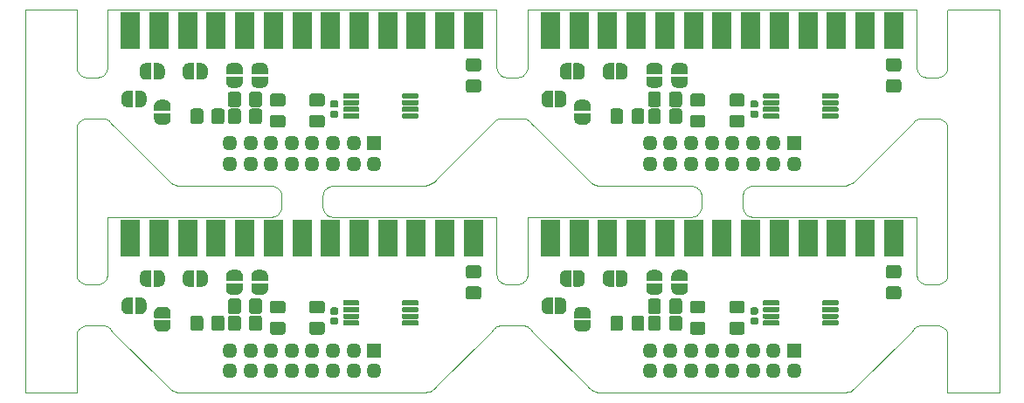
<source format=gbr>
G04 #@! TF.GenerationSoftware,KiCad,Pcbnew,5.1.5+dfsg1-2build2*
G04 #@! TF.CreationDate,2021-02-18T19:40:11-08:00*
G04 #@! TF.ProjectId,panel,70616e65-6c2e-46b6-9963-61645f706362,rev?*
G04 #@! TF.SameCoordinates,Original*
G04 #@! TF.FileFunction,Soldermask,Top*
G04 #@! TF.FilePolarity,Negative*
%FSLAX46Y46*%
G04 Gerber Fmt 4.6, Leading zero omitted, Abs format (unit mm)*
G04 Created by KiCad (PCBNEW 5.1.5+dfsg1-2build2) date 2021-02-18 19:40:11*
%MOMM*%
%LPD*%
G04 APERTURE LIST*
G04 #@! TA.AperFunction,Profile*
%ADD10C,0.100000*%
G04 #@! TD*
%ADD11C,0.350000*%
%ADD12R,1.450000X1.450000*%
%ADD13O,1.450000X1.450000*%
%ADD14R,1.946667X3.580000*%
G04 APERTURE END LIST*
D10*
X46999000Y-75634600D02*
X46999000Y-61533200D01*
X47003800Y-75731900D02*
X46999000Y-75634600D01*
X47018000Y-75828000D02*
X47003800Y-75731900D01*
X47041600Y-75922200D02*
X47018000Y-75828000D01*
X47074400Y-76013700D02*
X47041600Y-75922200D01*
X47115900Y-76101500D02*
X47074400Y-76013700D01*
X47165900Y-76184900D02*
X47115900Y-76101500D01*
X47223700Y-76262900D02*
X47165900Y-76184900D01*
X47289000Y-76334900D02*
X47223700Y-76262900D01*
X47361000Y-76400100D02*
X47289000Y-76334900D01*
X47439000Y-76458000D02*
X47361000Y-76400100D01*
X47522300Y-76508000D02*
X47439000Y-76458000D01*
X47610100Y-76549500D02*
X47522300Y-76508000D01*
X47701600Y-76582200D02*
X47610100Y-76549500D01*
X47795900Y-76605800D02*
X47701600Y-76582200D01*
X47892000Y-76620100D02*
X47795900Y-76605800D01*
X47989200Y-76624900D02*
X47892000Y-76620100D01*
X49009400Y-76624900D02*
X47989200Y-76624900D01*
X49106700Y-76620100D02*
X49009400Y-76624900D01*
X49202800Y-76605800D02*
X49106700Y-76620100D01*
X49297000Y-76582200D02*
X49202800Y-76605800D01*
X49388500Y-76549500D02*
X49297000Y-76582200D01*
X49476300Y-76508000D02*
X49388500Y-76549500D01*
X49559600Y-76458000D02*
X49476300Y-76508000D01*
X49637600Y-76400200D02*
X49559600Y-76458000D01*
X49709600Y-76334900D02*
X49637600Y-76400200D01*
X49774900Y-76263000D02*
X49709600Y-76334900D01*
X49832700Y-76185000D02*
X49774900Y-76263000D01*
X49882700Y-76101600D02*
X49832700Y-76185000D01*
X49924200Y-76013800D02*
X49882700Y-76101600D01*
X49957000Y-75922400D02*
X49924200Y-76013800D01*
X49980600Y-75828100D02*
X49957000Y-75922400D01*
X49994900Y-75732000D02*
X49980600Y-75828100D01*
X49999700Y-75634800D02*
X49994900Y-75732000D01*
X50000500Y-70096500D02*
X49999700Y-75634800D01*
X50002000Y-70088500D02*
X50000500Y-70096500D01*
X50007000Y-70084000D02*
X50002000Y-70088500D01*
X50014100Y-70082900D02*
X50007000Y-70084000D01*
X65860500Y-70082900D02*
X50014100Y-70082900D01*
X65957800Y-70078100D02*
X65860500Y-70082900D01*
X66053900Y-70063900D02*
X65957800Y-70078100D01*
X66148100Y-70040300D02*
X66053900Y-70063900D01*
X66239600Y-70007500D02*
X66148100Y-70040300D01*
X66327400Y-69966000D02*
X66239600Y-70007500D01*
X66410800Y-69916000D02*
X66327400Y-69966000D01*
X66488800Y-69858200D02*
X66410800Y-69916000D01*
X66560800Y-69792900D02*
X66488800Y-69858200D01*
X66626000Y-69720900D02*
X66560800Y-69792900D01*
X66683900Y-69642900D02*
X66626000Y-69720900D01*
X66733900Y-69559600D02*
X66683900Y-69642900D01*
X66775400Y-69471800D02*
X66733900Y-69559600D01*
X66808100Y-69380300D02*
X66775400Y-69471800D01*
X66831700Y-69286000D02*
X66808100Y-69380300D01*
X66846000Y-69189900D02*
X66831700Y-69286000D01*
X66850800Y-69092700D02*
X66846000Y-69189900D01*
X66850800Y-68072900D02*
X66850800Y-69092700D01*
X66846000Y-67975700D02*
X66850800Y-68072900D01*
X66831700Y-67879600D02*
X66846000Y-67975700D01*
X66808100Y-67785300D02*
X66831700Y-67879600D01*
X66775400Y-67693900D02*
X66808100Y-67785300D01*
X66733900Y-67606100D02*
X66775400Y-67693900D01*
X66683900Y-67522700D02*
X66733900Y-67606100D01*
X66626100Y-67444700D02*
X66683900Y-67522700D01*
X66560800Y-67372700D02*
X66626100Y-67444700D01*
X66488900Y-67307500D02*
X66560800Y-67372700D01*
X66410800Y-67249600D02*
X66488900Y-67307500D01*
X66327500Y-67199600D02*
X66410800Y-67249600D01*
X66239700Y-67158100D02*
X66327500Y-67199600D01*
X66148300Y-67125400D02*
X66239700Y-67158100D01*
X66054000Y-67101700D02*
X66148300Y-67125400D01*
X65957900Y-67087500D02*
X66054000Y-67101700D01*
X65860700Y-67082700D02*
X65957900Y-67087500D01*
X57246500Y-67081300D02*
X65860700Y-67082700D01*
X57036500Y-67069600D02*
X57246500Y-67081300D01*
X57008600Y-67066400D02*
X57036500Y-67069600D01*
X56801700Y-67030900D02*
X57008600Y-67066400D01*
X56599400Y-66973000D02*
X56801700Y-67030900D01*
X56572800Y-66963700D02*
X56599400Y-66973000D01*
X56379000Y-66883000D02*
X56572800Y-66963700D01*
X56182700Y-66774600D02*
X56379000Y-66883000D01*
X55999800Y-66644900D02*
X56182700Y-66774600D01*
X55832100Y-66495400D02*
X55999800Y-66644900D01*
X50589700Y-61255700D02*
X55832100Y-66495400D01*
X50453800Y-61105900D02*
X50589700Y-61255700D01*
X50333400Y-60943900D02*
X50453800Y-61105900D01*
X50274900Y-60872100D02*
X50333400Y-60943900D01*
X50210100Y-60806300D02*
X50274900Y-60872100D01*
X50139500Y-60746800D02*
X50210100Y-60806300D01*
X50063600Y-60694200D02*
X50139500Y-60746800D01*
X49983100Y-60648800D02*
X50063600Y-60694200D01*
X49898800Y-60611100D02*
X49983100Y-60648800D01*
X49811300Y-60581500D02*
X49898800Y-60611100D01*
X49721500Y-60560200D02*
X49811300Y-60581500D01*
X49630000Y-60547300D02*
X49721500Y-60560200D01*
X49537500Y-60543000D02*
X49630000Y-60547300D01*
X47989200Y-60543000D02*
X49537500Y-60543000D01*
X47892000Y-60547700D02*
X47989200Y-60543000D01*
X47795900Y-60562000D02*
X47892000Y-60547700D01*
X47701600Y-60585600D02*
X47795900Y-60562000D01*
X47610100Y-60618300D02*
X47701600Y-60585600D01*
X47522300Y-60659900D02*
X47610100Y-60618300D01*
X47439000Y-60709800D02*
X47522300Y-60659900D01*
X47361000Y-60767700D02*
X47439000Y-60709800D01*
X47289000Y-60832900D02*
X47361000Y-60767700D01*
X47223700Y-60904900D02*
X47289000Y-60832900D01*
X47165900Y-60982900D02*
X47223700Y-60904900D01*
X47115900Y-61066300D02*
X47165900Y-60982900D01*
X47074400Y-61154100D02*
X47115900Y-61066300D01*
X47041600Y-61245600D02*
X47074400Y-61154100D01*
X47018000Y-61339800D02*
X47041600Y-61245600D01*
X47003800Y-61435900D02*
X47018000Y-61339800D01*
X46999000Y-61533200D02*
X47003800Y-61435900D01*
X87255200Y-61092200D02*
X87359300Y-60950100D01*
X87107800Y-61254900D02*
X87255200Y-61092200D01*
X81868200Y-66494500D02*
X87107800Y-61254900D01*
X81727400Y-66622400D02*
X81868200Y-66494500D01*
X81708400Y-66638100D02*
X81727400Y-66622400D01*
X81560100Y-66747600D02*
X81708400Y-66638100D01*
X81391700Y-66848500D02*
X81560100Y-66747600D01*
X81214100Y-66932500D02*
X81391700Y-66848500D01*
X81041200Y-66994600D02*
X81214100Y-66932500D01*
X81017600Y-67001800D02*
X81041200Y-66994600D01*
X80839200Y-67046200D02*
X81017600Y-67001800D01*
X80657000Y-67073500D02*
X80839200Y-67046200D01*
X80632500Y-67075900D02*
X80657000Y-67073500D01*
X80448700Y-67084800D02*
X80632500Y-67075900D01*
X71843200Y-67083600D02*
X80448700Y-67084800D01*
X71745900Y-67088400D02*
X71843200Y-67083600D01*
X71649800Y-67102600D02*
X71745900Y-67088400D01*
X71555500Y-67126200D02*
X71649800Y-67102600D01*
X71464000Y-67158900D02*
X71555500Y-67126200D01*
X71376200Y-67200500D02*
X71464000Y-67158900D01*
X71292800Y-67250400D02*
X71376200Y-67200500D01*
X71214800Y-67308300D02*
X71292800Y-67250400D01*
X71142800Y-67373500D02*
X71214800Y-67308300D01*
X71077500Y-67445500D02*
X71142800Y-67373500D01*
X71019600Y-67523500D02*
X71077500Y-67445500D01*
X70969700Y-67606900D02*
X71019600Y-67523500D01*
X70928100Y-67694700D02*
X70969700Y-67606900D01*
X70895400Y-67786200D02*
X70928100Y-67694700D01*
X70871800Y-67880400D02*
X70895400Y-67786200D01*
X70857500Y-67976600D02*
X70871800Y-67880400D01*
X70852800Y-68073800D02*
X70857500Y-67976600D01*
X70852800Y-69092700D02*
X70852800Y-68073800D01*
X70857500Y-69189900D02*
X70852800Y-69092700D01*
X70871800Y-69286000D02*
X70857500Y-69189900D01*
X70895400Y-69380300D02*
X70871800Y-69286000D01*
X70928100Y-69471800D02*
X70895400Y-69380300D01*
X70969700Y-69559600D02*
X70928100Y-69471800D01*
X71019600Y-69642900D02*
X70969700Y-69559600D01*
X71077500Y-69720900D02*
X71019600Y-69642900D01*
X71142700Y-69792900D02*
X71077500Y-69720900D01*
X71214700Y-69858200D02*
X71142700Y-69792900D01*
X71292800Y-69916000D02*
X71214700Y-69858200D01*
X71376100Y-69966000D02*
X71292800Y-69916000D01*
X71463900Y-70007500D02*
X71376100Y-69966000D01*
X71555400Y-70040300D02*
X71463900Y-70007500D01*
X71649600Y-70063900D02*
X71555400Y-70040300D01*
X71745700Y-70078100D02*
X71649600Y-70063900D01*
X71843000Y-70082900D02*
X71745700Y-70078100D01*
X87686000Y-70082900D02*
X71843000Y-70082900D01*
X87693100Y-70084000D02*
X87686000Y-70082900D01*
X87698100Y-70088500D02*
X87693100Y-70084000D01*
X87699600Y-70096500D02*
X87698100Y-70088500D01*
X87702400Y-75635100D02*
X87699600Y-70096500D01*
X87707200Y-75732400D02*
X87702400Y-75635100D01*
X87721500Y-75828400D02*
X87707200Y-75732400D01*
X87745100Y-75922600D02*
X87721500Y-75828400D01*
X87777900Y-76014100D02*
X87745100Y-75922600D01*
X87819400Y-76101800D02*
X87777900Y-76014100D01*
X87869400Y-76185100D02*
X87819400Y-76101800D01*
X87927300Y-76263100D02*
X87869400Y-76185100D01*
X87992500Y-76335100D02*
X87927300Y-76263100D01*
X88064500Y-76400300D02*
X87992500Y-76335100D01*
X88142500Y-76458100D02*
X88064500Y-76400300D01*
X88225800Y-76508000D02*
X88142500Y-76458100D01*
X88313600Y-76549500D02*
X88225800Y-76508000D01*
X88405100Y-76582300D02*
X88313600Y-76549500D01*
X88499300Y-76605800D02*
X88405100Y-76582300D01*
X88595300Y-76620100D02*
X88499300Y-76605800D01*
X88692600Y-76624900D02*
X88595300Y-76620100D01*
X89712900Y-76624900D02*
X88692600Y-76624900D01*
X89810200Y-76620100D02*
X89712900Y-76624900D01*
X89906300Y-76605800D02*
X89810200Y-76620100D01*
X90000500Y-76582200D02*
X89906300Y-76605800D01*
X90092000Y-76549500D02*
X90000500Y-76582200D01*
X90179800Y-76508000D02*
X90092000Y-76549500D01*
X90263100Y-76458000D02*
X90179800Y-76508000D01*
X90341100Y-76400200D02*
X90263100Y-76458000D01*
X90413100Y-76334900D02*
X90341100Y-76400200D01*
X90478400Y-76263000D02*
X90413100Y-76334900D01*
X90536200Y-76185000D02*
X90478400Y-76263000D01*
X90586200Y-76101600D02*
X90536200Y-76185000D01*
X90627700Y-76013800D02*
X90586200Y-76101600D01*
X90660500Y-75922400D02*
X90627700Y-76013800D01*
X90684100Y-75828100D02*
X90660500Y-75922400D01*
X90698400Y-75732000D02*
X90684100Y-75828100D01*
X90703200Y-75634800D02*
X90698400Y-75732000D01*
X90704000Y-70096500D02*
X90703200Y-75634800D01*
X90705500Y-70088500D02*
X90704000Y-70096500D01*
X90710500Y-70084000D02*
X90705500Y-70088500D01*
X90717600Y-70082900D02*
X90710500Y-70084000D01*
X106564000Y-70082900D02*
X90717600Y-70082900D01*
X106661300Y-70078100D02*
X106564000Y-70082900D01*
X106757400Y-70063900D02*
X106661300Y-70078100D01*
X106851700Y-70040300D02*
X106757400Y-70063900D01*
X106943100Y-70007500D02*
X106851700Y-70040300D01*
X107031000Y-69966000D02*
X106943100Y-70007500D01*
X107114300Y-69916000D02*
X107031000Y-69966000D01*
X107192300Y-69858200D02*
X107114300Y-69916000D01*
X107264300Y-69792900D02*
X107192300Y-69858200D01*
X107329600Y-69720900D02*
X107264300Y-69792900D01*
X107387400Y-69642900D02*
X107329600Y-69720900D01*
X107437400Y-69559600D02*
X107387400Y-69642900D01*
X107478900Y-69471800D02*
X107437400Y-69559600D01*
X107511600Y-69380300D02*
X107478900Y-69471800D01*
X107535200Y-69286000D02*
X107511600Y-69380300D01*
X107549500Y-69189900D02*
X107535200Y-69286000D01*
X107554300Y-69092700D02*
X107549500Y-69189900D01*
X107554300Y-68072900D02*
X107554300Y-69092700D01*
X107549500Y-67975700D02*
X107554300Y-68072900D01*
X107535300Y-67879600D02*
X107549500Y-67975700D01*
X107511600Y-67785300D02*
X107535300Y-67879600D01*
X107478900Y-67693900D02*
X107511600Y-67785300D01*
X107437400Y-67606100D02*
X107478900Y-67693900D01*
X107387500Y-67522700D02*
X107437400Y-67606100D01*
X107329600Y-67444700D02*
X107387500Y-67522700D01*
X107264400Y-67372700D02*
X107329600Y-67444700D01*
X107192400Y-67307500D02*
X107264400Y-67372700D01*
X107114400Y-67249600D02*
X107192400Y-67307500D01*
X107031000Y-67199600D02*
X107114400Y-67249600D01*
X106943200Y-67158100D02*
X107031000Y-67199600D01*
X106851800Y-67125400D02*
X106943200Y-67158100D01*
X106757500Y-67101700D02*
X106851800Y-67125400D01*
X106661500Y-67087500D02*
X106757500Y-67101700D01*
X106564200Y-67082700D02*
X106661500Y-67087500D01*
X97950000Y-67081300D02*
X106564200Y-67082700D01*
X97740100Y-67069600D02*
X97950000Y-67081300D01*
X97712100Y-67066400D02*
X97740100Y-67069600D01*
X97504700Y-67030700D02*
X97712100Y-67066400D01*
X97302600Y-66972900D02*
X97504700Y-67030700D01*
X97276300Y-66963700D02*
X97302600Y-66972900D01*
X97082500Y-66883000D02*
X97276300Y-66963700D01*
X96886200Y-66774600D02*
X97082500Y-66883000D01*
X96703300Y-66644900D02*
X96886200Y-66774600D01*
X96535600Y-66495400D02*
X96703300Y-66644900D01*
X91293200Y-61255700D02*
X96535600Y-66495400D01*
X91157400Y-61105900D02*
X91293200Y-61255700D01*
X91036900Y-60943900D02*
X91157400Y-61105900D01*
X90978400Y-60872100D02*
X91036900Y-60943900D01*
X90913600Y-60806300D02*
X90978400Y-60872100D01*
X90843000Y-60746800D02*
X90913600Y-60806300D01*
X90767100Y-60694200D02*
X90843000Y-60746800D01*
X90686600Y-60648800D02*
X90767100Y-60694200D01*
X90602300Y-60611100D02*
X90686600Y-60648800D01*
X90514800Y-60581500D02*
X90602300Y-60611100D01*
X90425000Y-60560200D02*
X90514800Y-60581500D01*
X90333500Y-60547300D02*
X90425000Y-60560200D01*
X90241000Y-60543000D02*
X90333500Y-60547300D01*
X88159700Y-60543000D02*
X90241000Y-60543000D01*
X88066500Y-60547300D02*
X88159700Y-60543000D01*
X87974300Y-60560400D02*
X88066500Y-60547300D01*
X87883700Y-60582200D02*
X87974300Y-60560400D01*
X87795600Y-60612300D02*
X87883700Y-60582200D01*
X87710700Y-60650500D02*
X87795600Y-60612300D01*
X87629800Y-60696600D02*
X87710700Y-60650500D01*
X87553500Y-60750100D02*
X87629800Y-60696600D01*
X87482600Y-60810500D02*
X87553500Y-60750100D01*
X87417800Y-60877300D02*
X87482600Y-60810500D01*
X87359300Y-60950100D02*
X87417800Y-60877300D01*
X127958800Y-61092200D02*
X128062800Y-60950100D01*
X127811300Y-61254900D02*
X127958800Y-61092200D01*
X122571700Y-66494500D02*
X127811300Y-61254900D01*
X122431000Y-66622400D02*
X122571700Y-66494500D01*
X122411900Y-66638100D02*
X122431000Y-66622400D01*
X122263700Y-66747600D02*
X122411900Y-66638100D01*
X122095200Y-66848500D02*
X122263700Y-66747600D01*
X121917700Y-66932500D02*
X122095200Y-66848500D01*
X121744700Y-66994600D02*
X121917700Y-66932500D01*
X121721100Y-67001800D02*
X121744700Y-66994600D01*
X121542700Y-67046200D02*
X121721100Y-67001800D01*
X121360500Y-67073500D02*
X121542700Y-67046200D01*
X121336000Y-67075900D02*
X121360500Y-67073500D01*
X121152200Y-67084800D02*
X121336000Y-67075900D01*
X112546700Y-67083600D02*
X121152200Y-67084800D01*
X112449400Y-67088400D02*
X112546700Y-67083600D01*
X112353300Y-67102600D02*
X112449400Y-67088400D01*
X112259000Y-67126200D02*
X112353300Y-67102600D01*
X112167500Y-67158900D02*
X112259000Y-67126200D01*
X112079700Y-67200500D02*
X112167500Y-67158900D01*
X111996400Y-67250400D02*
X112079700Y-67200500D01*
X111918300Y-67308300D02*
X111996400Y-67250400D01*
X111846300Y-67373500D02*
X111918300Y-67308300D01*
X111781100Y-67445500D02*
X111846300Y-67373500D01*
X111723200Y-67523500D02*
X111781100Y-67445500D01*
X111673200Y-67606900D02*
X111723200Y-67523500D01*
X111631700Y-67694700D02*
X111673200Y-67606900D01*
X111598900Y-67786200D02*
X111631700Y-67694700D01*
X111575300Y-67880400D02*
X111598900Y-67786200D01*
X111561100Y-67976600D02*
X111575300Y-67880400D01*
X111556300Y-68073800D02*
X111561100Y-67976600D01*
X111556300Y-69092700D02*
X111556300Y-68073800D01*
X111561100Y-69189900D02*
X111556300Y-69092700D01*
X111575300Y-69286000D02*
X111561100Y-69189900D01*
X111598900Y-69380300D02*
X111575300Y-69286000D01*
X111631700Y-69471800D02*
X111598900Y-69380300D01*
X111673200Y-69559600D02*
X111631700Y-69471800D01*
X111723100Y-69642900D02*
X111673200Y-69559600D01*
X111781000Y-69720900D02*
X111723100Y-69642900D01*
X111846300Y-69792900D02*
X111781000Y-69720900D01*
X111918200Y-69858200D02*
X111846300Y-69792900D01*
X111996300Y-69916000D02*
X111918200Y-69858200D01*
X112079600Y-69966000D02*
X111996300Y-69916000D01*
X112167400Y-70007500D02*
X112079600Y-69966000D01*
X112258900Y-70040300D02*
X112167400Y-70007500D01*
X112353100Y-70063900D02*
X112258900Y-70040300D01*
X112449200Y-70078100D02*
X112353100Y-70063900D01*
X112546500Y-70082900D02*
X112449200Y-70078100D01*
X128389500Y-70082900D02*
X112546500Y-70082900D01*
X128396600Y-70084000D02*
X128389500Y-70082900D01*
X128401600Y-70088500D02*
X128396600Y-70084000D01*
X128403100Y-70096500D02*
X128401600Y-70088500D01*
X128405900Y-75635100D02*
X128403100Y-70096500D01*
X128410700Y-75732400D02*
X128405900Y-75635100D01*
X128425000Y-75828400D02*
X128410700Y-75732400D01*
X128448600Y-75922600D02*
X128425000Y-75828400D01*
X128481400Y-76014100D02*
X128448600Y-75922600D01*
X128522900Y-76101800D02*
X128481400Y-76014100D01*
X128572900Y-76185100D02*
X128522900Y-76101800D01*
X128630800Y-76263100D02*
X128572900Y-76185100D01*
X128696000Y-76335100D02*
X128630800Y-76263100D01*
X128768000Y-76400300D02*
X128696000Y-76335100D01*
X128846000Y-76458100D02*
X128768000Y-76400300D01*
X128929300Y-76508000D02*
X128846000Y-76458100D01*
X129017100Y-76549500D02*
X128929300Y-76508000D01*
X129108600Y-76582300D02*
X129017100Y-76549500D01*
X129202800Y-76605800D02*
X129108600Y-76582300D01*
X129298900Y-76620100D02*
X129202800Y-76605800D01*
X129396100Y-76624900D02*
X129298900Y-76620100D01*
X130416800Y-76624900D02*
X129396100Y-76624900D01*
X130514100Y-76620100D02*
X130416800Y-76624900D01*
X130610200Y-76605800D02*
X130514100Y-76620100D01*
X130704400Y-76582200D02*
X130610200Y-76605800D01*
X130795900Y-76549500D02*
X130704400Y-76582200D01*
X130883700Y-76508000D02*
X130795900Y-76549500D01*
X130967000Y-76458000D02*
X130883700Y-76508000D01*
X131045100Y-76400100D02*
X130967000Y-76458000D01*
X131117100Y-76334900D02*
X131045100Y-76400100D01*
X131182300Y-76262900D02*
X131117100Y-76334900D01*
X131240200Y-76184900D02*
X131182300Y-76262900D01*
X131290100Y-76101500D02*
X131240200Y-76184900D01*
X131331700Y-76013700D02*
X131290100Y-76101500D01*
X131364400Y-75922200D02*
X131331700Y-76013700D01*
X131388000Y-75828000D02*
X131364400Y-75922200D01*
X131402300Y-75731900D02*
X131388000Y-75828000D01*
X131407000Y-75634600D02*
X131402300Y-75731900D01*
X131407000Y-61533200D02*
X131407000Y-75634600D01*
X131402300Y-61435900D02*
X131407000Y-61533200D01*
X131388000Y-61339800D02*
X131402300Y-61435900D01*
X131364400Y-61245600D02*
X131388000Y-61339800D01*
X131331700Y-61154100D02*
X131364400Y-61245600D01*
X131290100Y-61066300D02*
X131331700Y-61154100D01*
X131240200Y-60982900D02*
X131290100Y-61066300D01*
X131182300Y-60904900D02*
X131240200Y-60982900D01*
X131117100Y-60832900D02*
X131182300Y-60904900D01*
X131045100Y-60767700D02*
X131117100Y-60832900D01*
X130967000Y-60709800D02*
X131045100Y-60767700D01*
X130883700Y-60659900D02*
X130967000Y-60709800D01*
X130795900Y-60618300D02*
X130883700Y-60659900D01*
X130704400Y-60585600D02*
X130795900Y-60618300D01*
X130610200Y-60562000D02*
X130704400Y-60585600D01*
X130514100Y-60547700D02*
X130610200Y-60562000D01*
X130416800Y-60543000D02*
X130514100Y-60547700D01*
X128863200Y-60543000D02*
X130416800Y-60543000D01*
X128770000Y-60547300D02*
X128863200Y-60543000D01*
X128677800Y-60560400D02*
X128770000Y-60547300D01*
X128587200Y-60582200D02*
X128677800Y-60560400D01*
X128499100Y-60612300D02*
X128587200Y-60582200D01*
X128414200Y-60650500D02*
X128499100Y-60612300D01*
X128333300Y-60696600D02*
X128414200Y-60650500D01*
X128257000Y-60750100D02*
X128333300Y-60696600D01*
X128186200Y-60810500D02*
X128257000Y-60750100D01*
X128121300Y-60877300D02*
X128186200Y-60810500D01*
X128062800Y-60950100D02*
X128121300Y-60877300D01*
X46974500Y-49999000D02*
X42010200Y-49999700D01*
X46989800Y-49999800D02*
X46974500Y-49999000D01*
X46995700Y-50003000D02*
X46989800Y-49999800D01*
X46998200Y-50008200D02*
X46995700Y-50003000D01*
X46999000Y-50023500D02*
X46998200Y-50008200D01*
X46999000Y-55550700D02*
X46999000Y-50023500D01*
X47003800Y-55648000D02*
X46999000Y-55550700D01*
X47018000Y-55744100D02*
X47003800Y-55648000D01*
X47041600Y-55838300D02*
X47018000Y-55744100D01*
X47074400Y-55929800D02*
X47041600Y-55838300D01*
X47115900Y-56017600D02*
X47074400Y-55929800D01*
X47165900Y-56101000D02*
X47115900Y-56017600D01*
X47223700Y-56179000D02*
X47165900Y-56101000D01*
X47289000Y-56251000D02*
X47223700Y-56179000D01*
X47361000Y-56316200D02*
X47289000Y-56251000D01*
X47439000Y-56374100D02*
X47361000Y-56316200D01*
X47522300Y-56424000D02*
X47439000Y-56374100D01*
X47610100Y-56465600D02*
X47522300Y-56424000D01*
X47701600Y-56498300D02*
X47610100Y-56465600D01*
X47795900Y-56521900D02*
X47701600Y-56498300D01*
X47892000Y-56536200D02*
X47795900Y-56521900D01*
X47989200Y-56541000D02*
X47892000Y-56536200D01*
X49009400Y-56541000D02*
X47989200Y-56541000D01*
X49106700Y-56536200D02*
X49009400Y-56541000D01*
X49202800Y-56521900D02*
X49106700Y-56536200D01*
X49297000Y-56498300D02*
X49202800Y-56521900D01*
X49388500Y-56465600D02*
X49297000Y-56498300D01*
X49476300Y-56424100D02*
X49388500Y-56465600D01*
X49559600Y-56374100D02*
X49476300Y-56424100D01*
X49637600Y-56316300D02*
X49559600Y-56374100D01*
X49709600Y-56251000D02*
X49637600Y-56316300D01*
X49774900Y-56179100D02*
X49709600Y-56251000D01*
X49832700Y-56101000D02*
X49774900Y-56179100D01*
X49882700Y-56017700D02*
X49832700Y-56101000D01*
X49924200Y-55929900D02*
X49882700Y-56017700D01*
X49957000Y-55838500D02*
X49924200Y-55929900D01*
X49980600Y-55744200D02*
X49957000Y-55838500D01*
X49994900Y-55648100D02*
X49980600Y-55744200D01*
X49999700Y-55550900D02*
X49994900Y-55648100D01*
X50000500Y-50012600D02*
X49999700Y-55550900D01*
X50001300Y-50006400D02*
X50000500Y-50012600D01*
X50003800Y-50002300D02*
X50001300Y-50006400D01*
X50007900Y-49999800D02*
X50003800Y-50002300D01*
X50013200Y-49999000D02*
X50007900Y-49999800D01*
X87691200Y-49999500D02*
X50013200Y-49999000D01*
X87697600Y-50003800D02*
X87691200Y-49999500D01*
X87699600Y-50012600D02*
X87697600Y-50003800D01*
X87702400Y-55551200D02*
X87699600Y-50012600D01*
X87707200Y-55648400D02*
X87702400Y-55551200D01*
X87721500Y-55744500D02*
X87707200Y-55648400D01*
X87745100Y-55838700D02*
X87721500Y-55744500D01*
X87777900Y-55930100D02*
X87745100Y-55838700D01*
X87819400Y-56017900D02*
X87777900Y-55930100D01*
X87869400Y-56101200D02*
X87819400Y-56017900D01*
X87927300Y-56179200D02*
X87869400Y-56101200D01*
X87992500Y-56251200D02*
X87927300Y-56179200D01*
X88064500Y-56316400D02*
X87992500Y-56251200D01*
X88142500Y-56374200D02*
X88064500Y-56316400D01*
X88225800Y-56424100D02*
X88142500Y-56374200D01*
X88313600Y-56465600D02*
X88225800Y-56424100D01*
X88405100Y-56498300D02*
X88313600Y-56465600D01*
X88499300Y-56521900D02*
X88405100Y-56498300D01*
X88595300Y-56536200D02*
X88499300Y-56521900D01*
X88692600Y-56541000D02*
X88595300Y-56536200D01*
X89712900Y-56541000D02*
X88692600Y-56541000D01*
X89810200Y-56536200D02*
X89712900Y-56541000D01*
X89906300Y-56521900D02*
X89810200Y-56536200D01*
X90000500Y-56498300D02*
X89906300Y-56521900D01*
X90092000Y-56465600D02*
X90000500Y-56498300D01*
X90179800Y-56424100D02*
X90092000Y-56465600D01*
X90263100Y-56374100D02*
X90179800Y-56424100D01*
X90341100Y-56316300D02*
X90263100Y-56374100D01*
X90413100Y-56251000D02*
X90341100Y-56316300D01*
X90478400Y-56179100D02*
X90413100Y-56251000D01*
X90536200Y-56101000D02*
X90478400Y-56179100D01*
X90586200Y-56017700D02*
X90536200Y-56101000D01*
X90627700Y-55929900D02*
X90586200Y-56017700D01*
X90660500Y-55838500D02*
X90627700Y-55929900D01*
X90684100Y-55744200D02*
X90660500Y-55838500D01*
X90698400Y-55648100D02*
X90684100Y-55744200D01*
X90703200Y-55550900D02*
X90698400Y-55648100D01*
X90704000Y-50012600D02*
X90703200Y-55550900D01*
X90706000Y-50003800D02*
X90704000Y-50012600D01*
X90713300Y-49999400D02*
X90706000Y-50003800D01*
X128394700Y-49999500D02*
X90713300Y-49999400D01*
X128401100Y-50003800D02*
X128394700Y-49999500D01*
X128403100Y-50012600D02*
X128401100Y-50003800D01*
X128405900Y-55551200D02*
X128403100Y-50012600D01*
X128410700Y-55648500D02*
X128405900Y-55551200D01*
X128425000Y-55744500D02*
X128410700Y-55648500D01*
X128448600Y-55838700D02*
X128425000Y-55744500D01*
X128481400Y-55930100D02*
X128448600Y-55838700D01*
X128522900Y-56017900D02*
X128481400Y-55930100D01*
X128572900Y-56101200D02*
X128522900Y-56017900D01*
X128630800Y-56179200D02*
X128572900Y-56101200D01*
X128696000Y-56251200D02*
X128630800Y-56179200D01*
X128768000Y-56316400D02*
X128696000Y-56251200D01*
X128846000Y-56374200D02*
X128768000Y-56316400D01*
X128929300Y-56424100D02*
X128846000Y-56374200D01*
X129017100Y-56465600D02*
X128929300Y-56424100D01*
X129108600Y-56498300D02*
X129017100Y-56465600D01*
X129202800Y-56521900D02*
X129108600Y-56498300D01*
X129298900Y-56536200D02*
X129202800Y-56521900D01*
X129396100Y-56541000D02*
X129298900Y-56536200D01*
X130416800Y-56541000D02*
X129396100Y-56541000D01*
X130514100Y-56536200D02*
X130416800Y-56541000D01*
X130610200Y-56521900D02*
X130514100Y-56536200D01*
X130704400Y-56498300D02*
X130610200Y-56521900D01*
X130795900Y-56465600D02*
X130704400Y-56498300D01*
X130883700Y-56424000D02*
X130795900Y-56465600D01*
X130967000Y-56374100D02*
X130883700Y-56424000D01*
X131045100Y-56316200D02*
X130967000Y-56374100D01*
X131117100Y-56251000D02*
X131045100Y-56316200D01*
X131182300Y-56179000D02*
X131117100Y-56251000D01*
X131240200Y-56101000D02*
X131182300Y-56179000D01*
X131290100Y-56017600D02*
X131240200Y-56101000D01*
X131331700Y-55929800D02*
X131290100Y-56017600D01*
X131364400Y-55838300D02*
X131331700Y-55929800D01*
X131388000Y-55744100D02*
X131364400Y-55838300D01*
X131402300Y-55648000D02*
X131388000Y-55744100D01*
X131407000Y-55550700D02*
X131402300Y-55648000D01*
X131407000Y-50023500D02*
X131407000Y-55550700D01*
X131407800Y-50008200D02*
X131407000Y-50023500D01*
X131411000Y-50002300D02*
X131407800Y-50008200D01*
X131416300Y-49999800D02*
X131411000Y-50002300D01*
X131431600Y-49999000D02*
X131416300Y-49999800D01*
X136383500Y-49999000D02*
X131431600Y-49999000D01*
X136400700Y-50000300D02*
X136383500Y-49999000D01*
X136406800Y-50006300D02*
X136400700Y-50000300D01*
X136408000Y-50023500D02*
X136406800Y-50006300D01*
X136408000Y-87144300D02*
X136408000Y-50023500D01*
X136406800Y-87161500D02*
X136408000Y-87144300D01*
X136400700Y-87167500D02*
X136406800Y-87161500D01*
X136383500Y-87168800D02*
X136400700Y-87167500D01*
X131431600Y-87168800D02*
X136383500Y-87168800D01*
X131416300Y-87168000D02*
X131431600Y-87168800D01*
X131410300Y-87164800D02*
X131416300Y-87168000D01*
X131407800Y-87159600D02*
X131410300Y-87164800D01*
X131407000Y-87144300D02*
X131407800Y-87159600D01*
X131407000Y-81617100D02*
X131407000Y-87144300D01*
X131402300Y-81519800D02*
X131407000Y-81617100D01*
X131388000Y-81423700D02*
X131402300Y-81519800D01*
X131364400Y-81329500D02*
X131388000Y-81423700D01*
X131331700Y-81238000D02*
X131364400Y-81329500D01*
X131290100Y-81150200D02*
X131331700Y-81238000D01*
X131240200Y-81066900D02*
X131290100Y-81150200D01*
X131182300Y-80988800D02*
X131240200Y-81066900D01*
X131117100Y-80916800D02*
X131182300Y-80988800D01*
X131045100Y-80851600D02*
X131117100Y-80916800D01*
X130967000Y-80793700D02*
X131045100Y-80851600D01*
X130883700Y-80743800D02*
X130967000Y-80793700D01*
X130795900Y-80702200D02*
X130883700Y-80743800D01*
X130704400Y-80669500D02*
X130795900Y-80702200D01*
X130610200Y-80645900D02*
X130704400Y-80669500D01*
X130514100Y-80631600D02*
X130610200Y-80645900D01*
X130416800Y-80626900D02*
X130514100Y-80631600D01*
X128863200Y-80626900D02*
X130416800Y-80626900D01*
X128770000Y-80631300D02*
X128863200Y-80626900D01*
X128677800Y-80644400D02*
X128770000Y-80631300D01*
X128587200Y-80666100D02*
X128677800Y-80644400D01*
X128499100Y-80696200D02*
X128587200Y-80666100D01*
X128414200Y-80734400D02*
X128499100Y-80696200D01*
X128333300Y-80780500D02*
X128414200Y-80734400D01*
X128257000Y-80834000D02*
X128333300Y-80780500D01*
X128186200Y-80894400D02*
X128257000Y-80834000D01*
X128121300Y-80961200D02*
X128186200Y-80894400D01*
X128062800Y-81034000D02*
X128121300Y-80961200D01*
X127958800Y-81176100D02*
X128062800Y-81034000D01*
X127811300Y-81338800D02*
X127958800Y-81176100D01*
X122571700Y-86578400D02*
X127811300Y-81338800D01*
X122431000Y-86706300D02*
X122571700Y-86578400D01*
X122411900Y-86722000D02*
X122431000Y-86706300D01*
X122274000Y-86824300D02*
X122411900Y-86722000D01*
X122253500Y-86838000D02*
X122274000Y-86824300D01*
X122095200Y-86932400D02*
X122253500Y-86838000D01*
X121929200Y-87011300D02*
X122095200Y-86932400D01*
X121906400Y-87020700D02*
X121929200Y-87011300D01*
X121732800Y-87082500D02*
X121906400Y-87020700D01*
X121542300Y-87130200D02*
X121732800Y-87082500D01*
X121348000Y-87158900D02*
X121542300Y-87130200D01*
X121146000Y-87168800D02*
X121348000Y-87158900D01*
X97956900Y-87165300D02*
X121146000Y-87168800D01*
X97726300Y-87152300D02*
X97956900Y-87165300D01*
X97518500Y-87117400D02*
X97726300Y-87152300D01*
X97491300Y-87111200D02*
X97518500Y-87117400D01*
X97289200Y-87052500D02*
X97491300Y-87111200D01*
X97095200Y-86972600D02*
X97289200Y-87052500D01*
X97069800Y-86960400D02*
X97095200Y-86972600D01*
X96886200Y-86858500D02*
X97069800Y-86960400D01*
X96714400Y-86737100D02*
X96886200Y-86858500D01*
X96692400Y-86719600D02*
X96714400Y-86737100D01*
X96535800Y-86579500D02*
X96692400Y-86719600D01*
X91293200Y-81339600D02*
X96535800Y-86579500D01*
X91157400Y-81189800D02*
X91293200Y-81339600D01*
X91036900Y-81027800D02*
X91157400Y-81189800D01*
X90978400Y-80956000D02*
X91036900Y-81027800D01*
X90913600Y-80890200D02*
X90978400Y-80956000D01*
X90843000Y-80830700D02*
X90913600Y-80890200D01*
X90767100Y-80778100D02*
X90843000Y-80830700D01*
X90686600Y-80732700D02*
X90767100Y-80778100D01*
X90602300Y-80695100D02*
X90686600Y-80732700D01*
X90514800Y-80665400D02*
X90602300Y-80695100D01*
X90425000Y-80644100D02*
X90514800Y-80665400D01*
X90333500Y-80631200D02*
X90425000Y-80644100D01*
X90241000Y-80626900D02*
X90333500Y-80631200D01*
X88159700Y-80626900D02*
X90241000Y-80626900D01*
X88066500Y-80631300D02*
X88159700Y-80626900D01*
X87974300Y-80644400D02*
X88066500Y-80631300D01*
X87883700Y-80666100D02*
X87974300Y-80644400D01*
X87795600Y-80696200D02*
X87883700Y-80666100D01*
X87710700Y-80734400D02*
X87795600Y-80696200D01*
X87629800Y-80780500D02*
X87710700Y-80734400D01*
X87553500Y-80834000D02*
X87629800Y-80780500D01*
X87482600Y-80894400D02*
X87553500Y-80834000D01*
X87417800Y-80961200D02*
X87482600Y-80894400D01*
X87359300Y-81034000D02*
X87417800Y-80961200D01*
X87255200Y-81176100D02*
X87359300Y-81034000D01*
X87107800Y-81338800D02*
X87255200Y-81176100D01*
X81868200Y-86578400D02*
X87107800Y-81338800D01*
X81718300Y-86714300D02*
X81868200Y-86578400D01*
X81560500Y-86831200D02*
X81718300Y-86714300D01*
X81392100Y-86932200D02*
X81560500Y-86831200D01*
X81214600Y-87016200D02*
X81392100Y-86932200D01*
X81041200Y-87078500D02*
X81214600Y-87016200D01*
X81017600Y-87085700D02*
X81041200Y-87078500D01*
X80851000Y-87127400D02*
X81017600Y-87085700D01*
X80826900Y-87132200D02*
X80851000Y-87127400D01*
X80644500Y-87158900D02*
X80826900Y-87132200D01*
X80442500Y-87168800D02*
X80644500Y-87158900D01*
X57253400Y-87165300D02*
X80442500Y-87168800D01*
X57022800Y-87152300D02*
X57253400Y-87165300D01*
X56801700Y-87114800D02*
X57022800Y-87152300D01*
X56585700Y-87052500D02*
X56801700Y-87114800D01*
X56391600Y-86972600D02*
X56585700Y-87052500D01*
X56366300Y-86960400D02*
X56391600Y-86972600D01*
X56182700Y-86858500D02*
X56366300Y-86960400D01*
X56010900Y-86737100D02*
X56182700Y-86858500D01*
X55988900Y-86719600D02*
X56010900Y-86737100D01*
X55832300Y-86579500D02*
X55988900Y-86719600D01*
X50589800Y-81339700D02*
X55832300Y-86579500D01*
X50453500Y-81189400D02*
X50589800Y-81339700D01*
X50338400Y-81034800D02*
X50453500Y-81189400D01*
X50288900Y-80972000D02*
X50338400Y-81034800D01*
X50223800Y-80903100D02*
X50288900Y-80972000D01*
X50152500Y-80840800D02*
X50223800Y-80903100D01*
X50075500Y-80785700D02*
X50152500Y-80840800D01*
X49993600Y-80738100D02*
X50075500Y-80785700D01*
X49907500Y-80698500D02*
X49993600Y-80738100D01*
X49818100Y-80667400D02*
X49907500Y-80698500D01*
X49726100Y-80645000D02*
X49818100Y-80667400D01*
X49632400Y-80631400D02*
X49726100Y-80645000D01*
X49537500Y-80626900D02*
X49632400Y-80631400D01*
X47989200Y-80626900D02*
X49537500Y-80626900D01*
X47892000Y-80631600D02*
X47989200Y-80626900D01*
X47795900Y-80645900D02*
X47892000Y-80631600D01*
X47701600Y-80669500D02*
X47795900Y-80645900D01*
X47610100Y-80702200D02*
X47701600Y-80669500D01*
X47522300Y-80743800D02*
X47610100Y-80702200D01*
X47439000Y-80793700D02*
X47522300Y-80743800D01*
X47361000Y-80851600D02*
X47439000Y-80793700D01*
X47289000Y-80916800D02*
X47361000Y-80851600D01*
X47223700Y-80988800D02*
X47289000Y-80916800D01*
X47165900Y-81066900D02*
X47223700Y-80988800D01*
X47115900Y-81150200D02*
X47165900Y-81066900D01*
X47074400Y-81238000D02*
X47115900Y-81150200D01*
X47041600Y-81329500D02*
X47074400Y-81238000D01*
X47018000Y-81423700D02*
X47041600Y-81329500D01*
X47003800Y-81519800D02*
X47018000Y-81423700D01*
X46999000Y-81617100D02*
X47003800Y-81519800D01*
X46999000Y-87144300D02*
X46999000Y-81617100D01*
X46998200Y-87159600D02*
X46999000Y-87144300D01*
X46995700Y-87164800D02*
X46998200Y-87159600D01*
X46989800Y-87168000D02*
X46995700Y-87164800D01*
X46974500Y-87168800D02*
X46989800Y-87168000D01*
X42024500Y-87168800D02*
X46974500Y-87168800D01*
X42007300Y-87167500D02*
X42024500Y-87168800D01*
X42001300Y-87161500D02*
X42007300Y-87167500D01*
X42000000Y-87144300D02*
X42001300Y-87161500D01*
X42000000Y-50023500D02*
X42000000Y-87144300D01*
X42001600Y-50005400D02*
X42000000Y-50023500D01*
X42004700Y-50001600D02*
X42001600Y-50005400D01*
X42010200Y-49999700D02*
X42004700Y-50001600D01*
D11*
G04 #@! TO.C,JP1*
G36*
X95228724Y-79351800D02*
G01*
X95228724Y-79333377D01*
X95228965Y-79328476D01*
X95233775Y-79279645D01*
X95234495Y-79274792D01*
X95244067Y-79226667D01*
X95245259Y-79221906D01*
X95259503Y-79174951D01*
X95261156Y-79170332D01*
X95279933Y-79124999D01*
X95282031Y-79120562D01*
X95305162Y-79077289D01*
X95307684Y-79073082D01*
X95334944Y-79032283D01*
X95337868Y-79028341D01*
X95368996Y-78990412D01*
X95372291Y-78986777D01*
X95406988Y-78952080D01*
X95410623Y-78948785D01*
X95448552Y-78917657D01*
X95452494Y-78914733D01*
X95493293Y-78887473D01*
X95497500Y-78884951D01*
X95540773Y-78861820D01*
X95545210Y-78859722D01*
X95590543Y-78840945D01*
X95595162Y-78839292D01*
X95642117Y-78825048D01*
X95646878Y-78823856D01*
X95695003Y-78814284D01*
X95699856Y-78813564D01*
X95748687Y-78808754D01*
X95753588Y-78808513D01*
X95772011Y-78808513D01*
X95778122Y-78807911D01*
X96278122Y-78807911D01*
X96284233Y-78808513D01*
X96302656Y-78808513D01*
X96307557Y-78808754D01*
X96356388Y-78813564D01*
X96361241Y-78814284D01*
X96409366Y-78823856D01*
X96414127Y-78825048D01*
X96461082Y-78839292D01*
X96465701Y-78840945D01*
X96511034Y-78859722D01*
X96515471Y-78861820D01*
X96558744Y-78884951D01*
X96562951Y-78887473D01*
X96603750Y-78914733D01*
X96607692Y-78917657D01*
X96645621Y-78948785D01*
X96649256Y-78952080D01*
X96683953Y-78986777D01*
X96687248Y-78990412D01*
X96718376Y-79028341D01*
X96721300Y-79032283D01*
X96748560Y-79073082D01*
X96751082Y-79077289D01*
X96774213Y-79120562D01*
X96776311Y-79124999D01*
X96795088Y-79170332D01*
X96796741Y-79174951D01*
X96810985Y-79221906D01*
X96812177Y-79226667D01*
X96821749Y-79274792D01*
X96822469Y-79279645D01*
X96827279Y-79328476D01*
X96827520Y-79333377D01*
X96827520Y-79351800D01*
X96828122Y-79357911D01*
X96828122Y-79857911D01*
X96827161Y-79867666D01*
X96824316Y-79877045D01*
X96819695Y-79885690D01*
X96813477Y-79893266D01*
X96805901Y-79899484D01*
X96797256Y-79904105D01*
X96787877Y-79906950D01*
X96778122Y-79907911D01*
X95278122Y-79907911D01*
X95268367Y-79906950D01*
X95258988Y-79904105D01*
X95250343Y-79899484D01*
X95242767Y-79893266D01*
X95236549Y-79885690D01*
X95231928Y-79877045D01*
X95229083Y-79867666D01*
X95228122Y-79857911D01*
X95228122Y-79357911D01*
X95228724Y-79351800D01*
G37*
G36*
X95229083Y-80148156D02*
G01*
X95231928Y-80138777D01*
X95236549Y-80130132D01*
X95242767Y-80122556D01*
X95250343Y-80116338D01*
X95258988Y-80111717D01*
X95268367Y-80108872D01*
X95278122Y-80107911D01*
X96778122Y-80107911D01*
X96787877Y-80108872D01*
X96797256Y-80111717D01*
X96805901Y-80116338D01*
X96813477Y-80122556D01*
X96819695Y-80130132D01*
X96824316Y-80138777D01*
X96827161Y-80148156D01*
X96828122Y-80157911D01*
X96828122Y-80657911D01*
X96827520Y-80664022D01*
X96827520Y-80682445D01*
X96827279Y-80687346D01*
X96822469Y-80736177D01*
X96821749Y-80741030D01*
X96812177Y-80789155D01*
X96810985Y-80793916D01*
X96796741Y-80840871D01*
X96795088Y-80845490D01*
X96776311Y-80890823D01*
X96774213Y-80895260D01*
X96751082Y-80938533D01*
X96748560Y-80942740D01*
X96721300Y-80983539D01*
X96718376Y-80987481D01*
X96687248Y-81025410D01*
X96683953Y-81029045D01*
X96649256Y-81063742D01*
X96645621Y-81067037D01*
X96607692Y-81098165D01*
X96603750Y-81101089D01*
X96562951Y-81128349D01*
X96558744Y-81130871D01*
X96515471Y-81154002D01*
X96511034Y-81156100D01*
X96465701Y-81174877D01*
X96461082Y-81176530D01*
X96414127Y-81190774D01*
X96409366Y-81191966D01*
X96361241Y-81201538D01*
X96356388Y-81202258D01*
X96307557Y-81207068D01*
X96302656Y-81207309D01*
X96284233Y-81207309D01*
X96278122Y-81207911D01*
X95778122Y-81207911D01*
X95772011Y-81207309D01*
X95753588Y-81207309D01*
X95748687Y-81207068D01*
X95699856Y-81202258D01*
X95695003Y-81201538D01*
X95646878Y-81191966D01*
X95642117Y-81190774D01*
X95595162Y-81176530D01*
X95590543Y-81174877D01*
X95545210Y-81156100D01*
X95540773Y-81154002D01*
X95497500Y-81130871D01*
X95493293Y-81128349D01*
X95452494Y-81101089D01*
X95448552Y-81098165D01*
X95410623Y-81067037D01*
X95406988Y-81063742D01*
X95372291Y-81029045D01*
X95368996Y-81025410D01*
X95337868Y-80987481D01*
X95334944Y-80983539D01*
X95307684Y-80942740D01*
X95305162Y-80938533D01*
X95282031Y-80895260D01*
X95279933Y-80890823D01*
X95261156Y-80845490D01*
X95259503Y-80840871D01*
X95245259Y-80793916D01*
X95244067Y-80789155D01*
X95234495Y-80741030D01*
X95233775Y-80736177D01*
X95228965Y-80687346D01*
X95228724Y-80682445D01*
X95228724Y-80664022D01*
X95228122Y-80657911D01*
X95228122Y-80157911D01*
X95229083Y-80148156D01*
G37*
G04 #@! TD*
G04 #@! TO.C,JP2*
G36*
X92622011Y-79519309D02*
G01*
X92603588Y-79519309D01*
X92598687Y-79519068D01*
X92549856Y-79514258D01*
X92545003Y-79513538D01*
X92496878Y-79503966D01*
X92492117Y-79502774D01*
X92445162Y-79488530D01*
X92440543Y-79486877D01*
X92395210Y-79468100D01*
X92390773Y-79466002D01*
X92347500Y-79442871D01*
X92343293Y-79440349D01*
X92302494Y-79413089D01*
X92298552Y-79410165D01*
X92260623Y-79379037D01*
X92256988Y-79375742D01*
X92222291Y-79341045D01*
X92218996Y-79337410D01*
X92187868Y-79299481D01*
X92184944Y-79295539D01*
X92157684Y-79254740D01*
X92155162Y-79250533D01*
X92132031Y-79207260D01*
X92129933Y-79202823D01*
X92111156Y-79157490D01*
X92109503Y-79152871D01*
X92095259Y-79105916D01*
X92094067Y-79101155D01*
X92084495Y-79053030D01*
X92083775Y-79048177D01*
X92078965Y-78999346D01*
X92078724Y-78994445D01*
X92078724Y-78976022D01*
X92078122Y-78969911D01*
X92078122Y-78469911D01*
X92078724Y-78463800D01*
X92078724Y-78445377D01*
X92078965Y-78440476D01*
X92083775Y-78391645D01*
X92084495Y-78386792D01*
X92094067Y-78338667D01*
X92095259Y-78333906D01*
X92109503Y-78286951D01*
X92111156Y-78282332D01*
X92129933Y-78236999D01*
X92132031Y-78232562D01*
X92155162Y-78189289D01*
X92157684Y-78185082D01*
X92184944Y-78144283D01*
X92187868Y-78140341D01*
X92218996Y-78102412D01*
X92222291Y-78098777D01*
X92256988Y-78064080D01*
X92260623Y-78060785D01*
X92298552Y-78029657D01*
X92302494Y-78026733D01*
X92343293Y-77999473D01*
X92347500Y-77996951D01*
X92390773Y-77973820D01*
X92395210Y-77971722D01*
X92440543Y-77952945D01*
X92445162Y-77951292D01*
X92492117Y-77937048D01*
X92496878Y-77935856D01*
X92545003Y-77926284D01*
X92549856Y-77925564D01*
X92598687Y-77920754D01*
X92603588Y-77920513D01*
X92622011Y-77920513D01*
X92628122Y-77919911D01*
X93128122Y-77919911D01*
X93137877Y-77920872D01*
X93147256Y-77923717D01*
X93155901Y-77928338D01*
X93163477Y-77934556D01*
X93169695Y-77942132D01*
X93174316Y-77950777D01*
X93177161Y-77960156D01*
X93178122Y-77969911D01*
X93178122Y-79469911D01*
X93177161Y-79479666D01*
X93174316Y-79489045D01*
X93169695Y-79497690D01*
X93163477Y-79505266D01*
X93155901Y-79511484D01*
X93147256Y-79516105D01*
X93137877Y-79518950D01*
X93128122Y-79519911D01*
X92628122Y-79519911D01*
X92622011Y-79519309D01*
G37*
G36*
X93418367Y-79518950D02*
G01*
X93408988Y-79516105D01*
X93400343Y-79511484D01*
X93392767Y-79505266D01*
X93386549Y-79497690D01*
X93381928Y-79489045D01*
X93379083Y-79479666D01*
X93378122Y-79469911D01*
X93378122Y-77969911D01*
X93379083Y-77960156D01*
X93381928Y-77950777D01*
X93386549Y-77942132D01*
X93392767Y-77934556D01*
X93400343Y-77928338D01*
X93408988Y-77923717D01*
X93418367Y-77920872D01*
X93428122Y-77919911D01*
X93928122Y-77919911D01*
X93934233Y-77920513D01*
X93952656Y-77920513D01*
X93957557Y-77920754D01*
X94006388Y-77925564D01*
X94011241Y-77926284D01*
X94059366Y-77935856D01*
X94064127Y-77937048D01*
X94111082Y-77951292D01*
X94115701Y-77952945D01*
X94161034Y-77971722D01*
X94165471Y-77973820D01*
X94208744Y-77996951D01*
X94212951Y-77999473D01*
X94253750Y-78026733D01*
X94257692Y-78029657D01*
X94295621Y-78060785D01*
X94299256Y-78064080D01*
X94333953Y-78098777D01*
X94337248Y-78102412D01*
X94368376Y-78140341D01*
X94371300Y-78144283D01*
X94398560Y-78185082D01*
X94401082Y-78189289D01*
X94424213Y-78232562D01*
X94426311Y-78236999D01*
X94445088Y-78282332D01*
X94446741Y-78286951D01*
X94460985Y-78333906D01*
X94462177Y-78338667D01*
X94471749Y-78386792D01*
X94472469Y-78391645D01*
X94477279Y-78440476D01*
X94477520Y-78445377D01*
X94477520Y-78463800D01*
X94478122Y-78469911D01*
X94478122Y-78969911D01*
X94477520Y-78976022D01*
X94477520Y-78994445D01*
X94477279Y-78999346D01*
X94472469Y-79048177D01*
X94471749Y-79053030D01*
X94462177Y-79101155D01*
X94460985Y-79105916D01*
X94446741Y-79152871D01*
X94445088Y-79157490D01*
X94426311Y-79202823D01*
X94424213Y-79207260D01*
X94401082Y-79250533D01*
X94398560Y-79254740D01*
X94371300Y-79295539D01*
X94368376Y-79299481D01*
X94337248Y-79337410D01*
X94333953Y-79341045D01*
X94299256Y-79375742D01*
X94295621Y-79379037D01*
X94257692Y-79410165D01*
X94253750Y-79413089D01*
X94212951Y-79440349D01*
X94208744Y-79442871D01*
X94165471Y-79466002D01*
X94161034Y-79468100D01*
X94115701Y-79486877D01*
X94111082Y-79488530D01*
X94064127Y-79502774D01*
X94059366Y-79503966D01*
X94011241Y-79513538D01*
X94006388Y-79514258D01*
X93957557Y-79519068D01*
X93952656Y-79519309D01*
X93934233Y-79519309D01*
X93928122Y-79519911D01*
X93428122Y-79519911D01*
X93418367Y-79518950D01*
G37*
G04 #@! TD*
G04 #@! TO.C,JP3*
G36*
X104651724Y-75777800D02*
G01*
X104651724Y-75759377D01*
X104651965Y-75754476D01*
X104656775Y-75705645D01*
X104657495Y-75700792D01*
X104667067Y-75652667D01*
X104668259Y-75647906D01*
X104682503Y-75600951D01*
X104684156Y-75596332D01*
X104702933Y-75550999D01*
X104705031Y-75546562D01*
X104728162Y-75503289D01*
X104730684Y-75499082D01*
X104757944Y-75458283D01*
X104760868Y-75454341D01*
X104791996Y-75416412D01*
X104795291Y-75412777D01*
X104829988Y-75378080D01*
X104833623Y-75374785D01*
X104871552Y-75343657D01*
X104875494Y-75340733D01*
X104916293Y-75313473D01*
X104920500Y-75310951D01*
X104963773Y-75287820D01*
X104968210Y-75285722D01*
X105013543Y-75266945D01*
X105018162Y-75265292D01*
X105065117Y-75251048D01*
X105069878Y-75249856D01*
X105118003Y-75240284D01*
X105122856Y-75239564D01*
X105171687Y-75234754D01*
X105176588Y-75234513D01*
X105195011Y-75234513D01*
X105201122Y-75233911D01*
X105701122Y-75233911D01*
X105707233Y-75234513D01*
X105725656Y-75234513D01*
X105730557Y-75234754D01*
X105779388Y-75239564D01*
X105784241Y-75240284D01*
X105832366Y-75249856D01*
X105837127Y-75251048D01*
X105884082Y-75265292D01*
X105888701Y-75266945D01*
X105934034Y-75285722D01*
X105938471Y-75287820D01*
X105981744Y-75310951D01*
X105985951Y-75313473D01*
X106026750Y-75340733D01*
X106030692Y-75343657D01*
X106068621Y-75374785D01*
X106072256Y-75378080D01*
X106106953Y-75412777D01*
X106110248Y-75416412D01*
X106141376Y-75454341D01*
X106144300Y-75458283D01*
X106171560Y-75499082D01*
X106174082Y-75503289D01*
X106197213Y-75546562D01*
X106199311Y-75550999D01*
X106218088Y-75596332D01*
X106219741Y-75600951D01*
X106233985Y-75647906D01*
X106235177Y-75652667D01*
X106244749Y-75700792D01*
X106245469Y-75705645D01*
X106250279Y-75754476D01*
X106250520Y-75759377D01*
X106250520Y-75777800D01*
X106251122Y-75783911D01*
X106251122Y-76283911D01*
X106250161Y-76293666D01*
X106247316Y-76303045D01*
X106242695Y-76311690D01*
X106236477Y-76319266D01*
X106228901Y-76325484D01*
X106220256Y-76330105D01*
X106210877Y-76332950D01*
X106201122Y-76333911D01*
X104701122Y-76333911D01*
X104691367Y-76332950D01*
X104681988Y-76330105D01*
X104673343Y-76325484D01*
X104665767Y-76319266D01*
X104659549Y-76311690D01*
X104654928Y-76303045D01*
X104652083Y-76293666D01*
X104651122Y-76283911D01*
X104651122Y-75783911D01*
X104651724Y-75777800D01*
G37*
G36*
X104652083Y-76574156D02*
G01*
X104654928Y-76564777D01*
X104659549Y-76556132D01*
X104665767Y-76548556D01*
X104673343Y-76542338D01*
X104681988Y-76537717D01*
X104691367Y-76534872D01*
X104701122Y-76533911D01*
X106201122Y-76533911D01*
X106210877Y-76534872D01*
X106220256Y-76537717D01*
X106228901Y-76542338D01*
X106236477Y-76548556D01*
X106242695Y-76556132D01*
X106247316Y-76564777D01*
X106250161Y-76574156D01*
X106251122Y-76583911D01*
X106251122Y-77083911D01*
X106250520Y-77090022D01*
X106250520Y-77108445D01*
X106250279Y-77113346D01*
X106245469Y-77162177D01*
X106244749Y-77167030D01*
X106235177Y-77215155D01*
X106233985Y-77219916D01*
X106219741Y-77266871D01*
X106218088Y-77271490D01*
X106199311Y-77316823D01*
X106197213Y-77321260D01*
X106174082Y-77364533D01*
X106171560Y-77368740D01*
X106144300Y-77409539D01*
X106141376Y-77413481D01*
X106110248Y-77451410D01*
X106106953Y-77455045D01*
X106072256Y-77489742D01*
X106068621Y-77493037D01*
X106030692Y-77524165D01*
X106026750Y-77527089D01*
X105985951Y-77554349D01*
X105981744Y-77556871D01*
X105938471Y-77580002D01*
X105934034Y-77582100D01*
X105888701Y-77600877D01*
X105884082Y-77602530D01*
X105837127Y-77616774D01*
X105832366Y-77617966D01*
X105784241Y-77627538D01*
X105779388Y-77628258D01*
X105730557Y-77633068D01*
X105725656Y-77633309D01*
X105707233Y-77633309D01*
X105701122Y-77633911D01*
X105201122Y-77633911D01*
X105195011Y-77633309D01*
X105176588Y-77633309D01*
X105171687Y-77633068D01*
X105122856Y-77628258D01*
X105118003Y-77627538D01*
X105069878Y-77617966D01*
X105065117Y-77616774D01*
X105018162Y-77602530D01*
X105013543Y-77600877D01*
X104968210Y-77582100D01*
X104963773Y-77580002D01*
X104920500Y-77556871D01*
X104916293Y-77554349D01*
X104875494Y-77527089D01*
X104871552Y-77524165D01*
X104833623Y-77493037D01*
X104829988Y-77489742D01*
X104795291Y-77455045D01*
X104791996Y-77451410D01*
X104760868Y-77413481D01*
X104757944Y-77409539D01*
X104730684Y-77368740D01*
X104728162Y-77364533D01*
X104705031Y-77321260D01*
X104702933Y-77316823D01*
X104684156Y-77271490D01*
X104682503Y-77266871D01*
X104668259Y-77219916D01*
X104667067Y-77215155D01*
X104657495Y-77167030D01*
X104656775Y-77162177D01*
X104651965Y-77113346D01*
X104651724Y-77108445D01*
X104651724Y-77090022D01*
X104651122Y-77083911D01*
X104651122Y-76583911D01*
X104652083Y-76574156D01*
G37*
G04 #@! TD*
G04 #@! TO.C,JP4*
G36*
X94910777Y-75253872D02*
G01*
X94920156Y-75256717D01*
X94928801Y-75261338D01*
X94936377Y-75267556D01*
X94942595Y-75275132D01*
X94947216Y-75283777D01*
X94950061Y-75293156D01*
X94951022Y-75302911D01*
X94951022Y-76802911D01*
X94950061Y-76812666D01*
X94947216Y-76822045D01*
X94942595Y-76830690D01*
X94936377Y-76838266D01*
X94928801Y-76844484D01*
X94920156Y-76849105D01*
X94910777Y-76851950D01*
X94901022Y-76852911D01*
X94401022Y-76852911D01*
X94394911Y-76852309D01*
X94376488Y-76852309D01*
X94371587Y-76852068D01*
X94322756Y-76847258D01*
X94317903Y-76846538D01*
X94269778Y-76836966D01*
X94265017Y-76835774D01*
X94218062Y-76821530D01*
X94213443Y-76819877D01*
X94168110Y-76801100D01*
X94163673Y-76799002D01*
X94120400Y-76775871D01*
X94116193Y-76773349D01*
X94075394Y-76746089D01*
X94071452Y-76743165D01*
X94033523Y-76712037D01*
X94029888Y-76708742D01*
X93995191Y-76674045D01*
X93991896Y-76670410D01*
X93960768Y-76632481D01*
X93957844Y-76628539D01*
X93930584Y-76587740D01*
X93928062Y-76583533D01*
X93904931Y-76540260D01*
X93902833Y-76535823D01*
X93884056Y-76490490D01*
X93882403Y-76485871D01*
X93868159Y-76438916D01*
X93866967Y-76434155D01*
X93857395Y-76386030D01*
X93856675Y-76381177D01*
X93851865Y-76332346D01*
X93851624Y-76327445D01*
X93851624Y-76309022D01*
X93851022Y-76302911D01*
X93851022Y-75802911D01*
X93851624Y-75796800D01*
X93851624Y-75778377D01*
X93851865Y-75773476D01*
X93856675Y-75724645D01*
X93857395Y-75719792D01*
X93866967Y-75671667D01*
X93868159Y-75666906D01*
X93882403Y-75619951D01*
X93884056Y-75615332D01*
X93902833Y-75569999D01*
X93904931Y-75565562D01*
X93928062Y-75522289D01*
X93930584Y-75518082D01*
X93957844Y-75477283D01*
X93960768Y-75473341D01*
X93991896Y-75435412D01*
X93995191Y-75431777D01*
X94029888Y-75397080D01*
X94033523Y-75393785D01*
X94071452Y-75362657D01*
X94075394Y-75359733D01*
X94116193Y-75332473D01*
X94120400Y-75329951D01*
X94163673Y-75306820D01*
X94168110Y-75304722D01*
X94213443Y-75285945D01*
X94218062Y-75284292D01*
X94265017Y-75270048D01*
X94269778Y-75268856D01*
X94317903Y-75259284D01*
X94322756Y-75258564D01*
X94371587Y-75253754D01*
X94376488Y-75253513D01*
X94394911Y-75253513D01*
X94401022Y-75252911D01*
X94901022Y-75252911D01*
X94910777Y-75253872D01*
G37*
G36*
X95707133Y-75253513D02*
G01*
X95725556Y-75253513D01*
X95730457Y-75253754D01*
X95779288Y-75258564D01*
X95784141Y-75259284D01*
X95832266Y-75268856D01*
X95837027Y-75270048D01*
X95883982Y-75284292D01*
X95888601Y-75285945D01*
X95933934Y-75304722D01*
X95938371Y-75306820D01*
X95981644Y-75329951D01*
X95985851Y-75332473D01*
X96026650Y-75359733D01*
X96030592Y-75362657D01*
X96068521Y-75393785D01*
X96072156Y-75397080D01*
X96106853Y-75431777D01*
X96110148Y-75435412D01*
X96141276Y-75473341D01*
X96144200Y-75477283D01*
X96171460Y-75518082D01*
X96173982Y-75522289D01*
X96197113Y-75565562D01*
X96199211Y-75569999D01*
X96217988Y-75615332D01*
X96219641Y-75619951D01*
X96233885Y-75666906D01*
X96235077Y-75671667D01*
X96244649Y-75719792D01*
X96245369Y-75724645D01*
X96250179Y-75773476D01*
X96250420Y-75778377D01*
X96250420Y-75796800D01*
X96251022Y-75802911D01*
X96251022Y-76302911D01*
X96250420Y-76309022D01*
X96250420Y-76327445D01*
X96250179Y-76332346D01*
X96245369Y-76381177D01*
X96244649Y-76386030D01*
X96235077Y-76434155D01*
X96233885Y-76438916D01*
X96219641Y-76485871D01*
X96217988Y-76490490D01*
X96199211Y-76535823D01*
X96197113Y-76540260D01*
X96173982Y-76583533D01*
X96171460Y-76587740D01*
X96144200Y-76628539D01*
X96141276Y-76632481D01*
X96110148Y-76670410D01*
X96106853Y-76674045D01*
X96072156Y-76708742D01*
X96068521Y-76712037D01*
X96030592Y-76743165D01*
X96026650Y-76746089D01*
X95985851Y-76773349D01*
X95981644Y-76775871D01*
X95938371Y-76799002D01*
X95933934Y-76801100D01*
X95888601Y-76819877D01*
X95883982Y-76821530D01*
X95837027Y-76835774D01*
X95832266Y-76836966D01*
X95784141Y-76846538D01*
X95779288Y-76847258D01*
X95730457Y-76852068D01*
X95725556Y-76852309D01*
X95707133Y-76852309D01*
X95701022Y-76852911D01*
X95201022Y-76852911D01*
X95191267Y-76851950D01*
X95181888Y-76849105D01*
X95173243Y-76844484D01*
X95165667Y-76838266D01*
X95159449Y-76830690D01*
X95154828Y-76822045D01*
X95151983Y-76812666D01*
X95151022Y-76802911D01*
X95151022Y-75302911D01*
X95151983Y-75293156D01*
X95154828Y-75283777D01*
X95159449Y-75275132D01*
X95165667Y-75267556D01*
X95173243Y-75261338D01*
X95181888Y-75256717D01*
X95191267Y-75253872D01*
X95201022Y-75252911D01*
X95701022Y-75252911D01*
X95707133Y-75253513D01*
G37*
G04 #@! TD*
G04 #@! TO.C,JP5*
G36*
X99346267Y-76851950D02*
G01*
X99336888Y-76849105D01*
X99328243Y-76844484D01*
X99320667Y-76838266D01*
X99314449Y-76830690D01*
X99309828Y-76822045D01*
X99306983Y-76812666D01*
X99306022Y-76802911D01*
X99306022Y-75302911D01*
X99306983Y-75293156D01*
X99309828Y-75283777D01*
X99314449Y-75275132D01*
X99320667Y-75267556D01*
X99328243Y-75261338D01*
X99336888Y-75256717D01*
X99346267Y-75253872D01*
X99356022Y-75252911D01*
X99856022Y-75252911D01*
X99862133Y-75253513D01*
X99880556Y-75253513D01*
X99885457Y-75253754D01*
X99934288Y-75258564D01*
X99939141Y-75259284D01*
X99987266Y-75268856D01*
X99992027Y-75270048D01*
X100038982Y-75284292D01*
X100043601Y-75285945D01*
X100088934Y-75304722D01*
X100093371Y-75306820D01*
X100136644Y-75329951D01*
X100140851Y-75332473D01*
X100181650Y-75359733D01*
X100185592Y-75362657D01*
X100223521Y-75393785D01*
X100227156Y-75397080D01*
X100261853Y-75431777D01*
X100265148Y-75435412D01*
X100296276Y-75473341D01*
X100299200Y-75477283D01*
X100326460Y-75518082D01*
X100328982Y-75522289D01*
X100352113Y-75565562D01*
X100354211Y-75569999D01*
X100372988Y-75615332D01*
X100374641Y-75619951D01*
X100388885Y-75666906D01*
X100390077Y-75671667D01*
X100399649Y-75719792D01*
X100400369Y-75724645D01*
X100405179Y-75773476D01*
X100405420Y-75778377D01*
X100405420Y-75796800D01*
X100406022Y-75802911D01*
X100406022Y-76302911D01*
X100405420Y-76309022D01*
X100405420Y-76327445D01*
X100405179Y-76332346D01*
X100400369Y-76381177D01*
X100399649Y-76386030D01*
X100390077Y-76434155D01*
X100388885Y-76438916D01*
X100374641Y-76485871D01*
X100372988Y-76490490D01*
X100354211Y-76535823D01*
X100352113Y-76540260D01*
X100328982Y-76583533D01*
X100326460Y-76587740D01*
X100299200Y-76628539D01*
X100296276Y-76632481D01*
X100265148Y-76670410D01*
X100261853Y-76674045D01*
X100227156Y-76708742D01*
X100223521Y-76712037D01*
X100185592Y-76743165D01*
X100181650Y-76746089D01*
X100140851Y-76773349D01*
X100136644Y-76775871D01*
X100093371Y-76799002D01*
X100088934Y-76801100D01*
X100043601Y-76819877D01*
X100038982Y-76821530D01*
X99992027Y-76835774D01*
X99987266Y-76836966D01*
X99939141Y-76846538D01*
X99934288Y-76847258D01*
X99885457Y-76852068D01*
X99880556Y-76852309D01*
X99862133Y-76852309D01*
X99856022Y-76852911D01*
X99356022Y-76852911D01*
X99346267Y-76851950D01*
G37*
G36*
X98549911Y-76852309D02*
G01*
X98531488Y-76852309D01*
X98526587Y-76852068D01*
X98477756Y-76847258D01*
X98472903Y-76846538D01*
X98424778Y-76836966D01*
X98420017Y-76835774D01*
X98373062Y-76821530D01*
X98368443Y-76819877D01*
X98323110Y-76801100D01*
X98318673Y-76799002D01*
X98275400Y-76775871D01*
X98271193Y-76773349D01*
X98230394Y-76746089D01*
X98226452Y-76743165D01*
X98188523Y-76712037D01*
X98184888Y-76708742D01*
X98150191Y-76674045D01*
X98146896Y-76670410D01*
X98115768Y-76632481D01*
X98112844Y-76628539D01*
X98085584Y-76587740D01*
X98083062Y-76583533D01*
X98059931Y-76540260D01*
X98057833Y-76535823D01*
X98039056Y-76490490D01*
X98037403Y-76485871D01*
X98023159Y-76438916D01*
X98021967Y-76434155D01*
X98012395Y-76386030D01*
X98011675Y-76381177D01*
X98006865Y-76332346D01*
X98006624Y-76327445D01*
X98006624Y-76309022D01*
X98006022Y-76302911D01*
X98006022Y-75802911D01*
X98006624Y-75796800D01*
X98006624Y-75778377D01*
X98006865Y-75773476D01*
X98011675Y-75724645D01*
X98012395Y-75719792D01*
X98021967Y-75671667D01*
X98023159Y-75666906D01*
X98037403Y-75619951D01*
X98039056Y-75615332D01*
X98057833Y-75569999D01*
X98059931Y-75565562D01*
X98083062Y-75522289D01*
X98085584Y-75518082D01*
X98112844Y-75477283D01*
X98115768Y-75473341D01*
X98146896Y-75435412D01*
X98150191Y-75431777D01*
X98184888Y-75397080D01*
X98188523Y-75393785D01*
X98226452Y-75362657D01*
X98230394Y-75359733D01*
X98271193Y-75332473D01*
X98275400Y-75329951D01*
X98318673Y-75306820D01*
X98323110Y-75304722D01*
X98368443Y-75285945D01*
X98373062Y-75284292D01*
X98420017Y-75270048D01*
X98424778Y-75268856D01*
X98472903Y-75259284D01*
X98477756Y-75258564D01*
X98526587Y-75253754D01*
X98531488Y-75253513D01*
X98549911Y-75253513D01*
X98556022Y-75252911D01*
X99056022Y-75252911D01*
X99065777Y-75253872D01*
X99075156Y-75256717D01*
X99083801Y-75261338D01*
X99091377Y-75267556D01*
X99097595Y-75275132D01*
X99102216Y-75283777D01*
X99105061Y-75293156D01*
X99106022Y-75302911D01*
X99106022Y-76802911D01*
X99105061Y-76812666D01*
X99102216Y-76822045D01*
X99097595Y-76830690D01*
X99091377Y-76838266D01*
X99083801Y-76844484D01*
X99075156Y-76849105D01*
X99065777Y-76851950D01*
X99056022Y-76852911D01*
X98556022Y-76852911D01*
X98549911Y-76852309D01*
G37*
G04 #@! TD*
G04 #@! TO.C,JP6*
G36*
X102203083Y-76574156D02*
G01*
X102205928Y-76564777D01*
X102210549Y-76556132D01*
X102216767Y-76548556D01*
X102224343Y-76542338D01*
X102232988Y-76537717D01*
X102242367Y-76534872D01*
X102252122Y-76533911D01*
X103752122Y-76533911D01*
X103761877Y-76534872D01*
X103771256Y-76537717D01*
X103779901Y-76542338D01*
X103787477Y-76548556D01*
X103793695Y-76556132D01*
X103798316Y-76564777D01*
X103801161Y-76574156D01*
X103802122Y-76583911D01*
X103802122Y-77083911D01*
X103801520Y-77090022D01*
X103801520Y-77108445D01*
X103801279Y-77113346D01*
X103796469Y-77162177D01*
X103795749Y-77167030D01*
X103786177Y-77215155D01*
X103784985Y-77219916D01*
X103770741Y-77266871D01*
X103769088Y-77271490D01*
X103750311Y-77316823D01*
X103748213Y-77321260D01*
X103725082Y-77364533D01*
X103722560Y-77368740D01*
X103695300Y-77409539D01*
X103692376Y-77413481D01*
X103661248Y-77451410D01*
X103657953Y-77455045D01*
X103623256Y-77489742D01*
X103619621Y-77493037D01*
X103581692Y-77524165D01*
X103577750Y-77527089D01*
X103536951Y-77554349D01*
X103532744Y-77556871D01*
X103489471Y-77580002D01*
X103485034Y-77582100D01*
X103439701Y-77600877D01*
X103435082Y-77602530D01*
X103388127Y-77616774D01*
X103383366Y-77617966D01*
X103335241Y-77627538D01*
X103330388Y-77628258D01*
X103281557Y-77633068D01*
X103276656Y-77633309D01*
X103258233Y-77633309D01*
X103252122Y-77633911D01*
X102752122Y-77633911D01*
X102746011Y-77633309D01*
X102727588Y-77633309D01*
X102722687Y-77633068D01*
X102673856Y-77628258D01*
X102669003Y-77627538D01*
X102620878Y-77617966D01*
X102616117Y-77616774D01*
X102569162Y-77602530D01*
X102564543Y-77600877D01*
X102519210Y-77582100D01*
X102514773Y-77580002D01*
X102471500Y-77556871D01*
X102467293Y-77554349D01*
X102426494Y-77527089D01*
X102422552Y-77524165D01*
X102384623Y-77493037D01*
X102380988Y-77489742D01*
X102346291Y-77455045D01*
X102342996Y-77451410D01*
X102311868Y-77413481D01*
X102308944Y-77409539D01*
X102281684Y-77368740D01*
X102279162Y-77364533D01*
X102256031Y-77321260D01*
X102253933Y-77316823D01*
X102235156Y-77271490D01*
X102233503Y-77266871D01*
X102219259Y-77219916D01*
X102218067Y-77215155D01*
X102208495Y-77167030D01*
X102207775Y-77162177D01*
X102202965Y-77113346D01*
X102202724Y-77108445D01*
X102202724Y-77090022D01*
X102202122Y-77083911D01*
X102202122Y-76583911D01*
X102203083Y-76574156D01*
G37*
G36*
X102202724Y-75777800D02*
G01*
X102202724Y-75759377D01*
X102202965Y-75754476D01*
X102207775Y-75705645D01*
X102208495Y-75700792D01*
X102218067Y-75652667D01*
X102219259Y-75647906D01*
X102233503Y-75600951D01*
X102235156Y-75596332D01*
X102253933Y-75550999D01*
X102256031Y-75546562D01*
X102279162Y-75503289D01*
X102281684Y-75499082D01*
X102308944Y-75458283D01*
X102311868Y-75454341D01*
X102342996Y-75416412D01*
X102346291Y-75412777D01*
X102380988Y-75378080D01*
X102384623Y-75374785D01*
X102422552Y-75343657D01*
X102426494Y-75340733D01*
X102467293Y-75313473D01*
X102471500Y-75310951D01*
X102514773Y-75287820D01*
X102519210Y-75285722D01*
X102564543Y-75266945D01*
X102569162Y-75265292D01*
X102616117Y-75251048D01*
X102620878Y-75249856D01*
X102669003Y-75240284D01*
X102673856Y-75239564D01*
X102722687Y-75234754D01*
X102727588Y-75234513D01*
X102746011Y-75234513D01*
X102752122Y-75233911D01*
X103252122Y-75233911D01*
X103258233Y-75234513D01*
X103276656Y-75234513D01*
X103281557Y-75234754D01*
X103330388Y-75239564D01*
X103335241Y-75240284D01*
X103383366Y-75249856D01*
X103388127Y-75251048D01*
X103435082Y-75265292D01*
X103439701Y-75266945D01*
X103485034Y-75285722D01*
X103489471Y-75287820D01*
X103532744Y-75310951D01*
X103536951Y-75313473D01*
X103577750Y-75340733D01*
X103581692Y-75343657D01*
X103619621Y-75374785D01*
X103623256Y-75378080D01*
X103657953Y-75412777D01*
X103661248Y-75416412D01*
X103692376Y-75454341D01*
X103695300Y-75458283D01*
X103722560Y-75499082D01*
X103725082Y-75503289D01*
X103748213Y-75546562D01*
X103750311Y-75550999D01*
X103769088Y-75596332D01*
X103770741Y-75600951D01*
X103784985Y-75647906D01*
X103786177Y-75652667D01*
X103795749Y-75700792D01*
X103796469Y-75705645D01*
X103801279Y-75754476D01*
X103801520Y-75759377D01*
X103801520Y-75777800D01*
X103802122Y-75783911D01*
X103802122Y-76283911D01*
X103801161Y-76293666D01*
X103798316Y-76303045D01*
X103793695Y-76311690D01*
X103787477Y-76319266D01*
X103779901Y-76325484D01*
X103771256Y-76330105D01*
X103761877Y-76332950D01*
X103752122Y-76333911D01*
X102252122Y-76333911D01*
X102242367Y-76332950D01*
X102232988Y-76330105D01*
X102224343Y-76325484D01*
X102216767Y-76319266D01*
X102210549Y-76311690D01*
X102205928Y-76303045D01*
X102203083Y-76293666D01*
X102202122Y-76283911D01*
X102202122Y-75783911D01*
X102202724Y-75777800D01*
G37*
G04 #@! TD*
G04 #@! TO.C,U1*
G36*
X120715374Y-80133513D02*
G01*
X120727508Y-80135313D01*
X120739408Y-80138293D01*
X120750957Y-80142426D01*
X120762047Y-80147671D01*
X120772568Y-80153977D01*
X120782421Y-80161285D01*
X120791510Y-80169523D01*
X120799748Y-80178612D01*
X120807056Y-80188465D01*
X120813362Y-80198986D01*
X120818607Y-80210076D01*
X120822740Y-80221625D01*
X120825720Y-80233525D01*
X120827520Y-80245659D01*
X120828122Y-80257911D01*
X120828122Y-80507911D01*
X120827520Y-80520163D01*
X120825720Y-80532297D01*
X120822740Y-80544197D01*
X120818607Y-80555746D01*
X120813362Y-80566836D01*
X120807056Y-80577357D01*
X120799748Y-80587210D01*
X120791510Y-80596299D01*
X120782421Y-80604537D01*
X120772568Y-80611845D01*
X120762047Y-80618151D01*
X120750957Y-80623396D01*
X120739408Y-80627529D01*
X120727508Y-80630509D01*
X120715374Y-80632309D01*
X120703122Y-80632911D01*
X119378122Y-80632911D01*
X119365870Y-80632309D01*
X119353736Y-80630509D01*
X119341836Y-80627529D01*
X119330287Y-80623396D01*
X119319197Y-80618151D01*
X119308676Y-80611845D01*
X119298823Y-80604537D01*
X119289734Y-80596299D01*
X119281496Y-80587210D01*
X119274188Y-80577357D01*
X119267882Y-80566836D01*
X119262637Y-80555746D01*
X119258504Y-80544197D01*
X119255524Y-80532297D01*
X119253724Y-80520163D01*
X119253122Y-80507911D01*
X119253122Y-80257911D01*
X119253724Y-80245659D01*
X119255524Y-80233525D01*
X119258504Y-80221625D01*
X119262637Y-80210076D01*
X119267882Y-80198986D01*
X119274188Y-80188465D01*
X119281496Y-80178612D01*
X119289734Y-80169523D01*
X119298823Y-80161285D01*
X119308676Y-80153977D01*
X119319197Y-80147671D01*
X119330287Y-80142426D01*
X119341836Y-80138293D01*
X119353736Y-80135313D01*
X119365870Y-80133513D01*
X119378122Y-80132911D01*
X120703122Y-80132911D01*
X120715374Y-80133513D01*
G37*
G36*
X120715374Y-79483513D02*
G01*
X120727508Y-79485313D01*
X120739408Y-79488293D01*
X120750957Y-79492426D01*
X120762047Y-79497671D01*
X120772568Y-79503977D01*
X120782421Y-79511285D01*
X120791510Y-79519523D01*
X120799748Y-79528612D01*
X120807056Y-79538465D01*
X120813362Y-79548986D01*
X120818607Y-79560076D01*
X120822740Y-79571625D01*
X120825720Y-79583525D01*
X120827520Y-79595659D01*
X120828122Y-79607911D01*
X120828122Y-79857911D01*
X120827520Y-79870163D01*
X120825720Y-79882297D01*
X120822740Y-79894197D01*
X120818607Y-79905746D01*
X120813362Y-79916836D01*
X120807056Y-79927357D01*
X120799748Y-79937210D01*
X120791510Y-79946299D01*
X120782421Y-79954537D01*
X120772568Y-79961845D01*
X120762047Y-79968151D01*
X120750957Y-79973396D01*
X120739408Y-79977529D01*
X120727508Y-79980509D01*
X120715374Y-79982309D01*
X120703122Y-79982911D01*
X119378122Y-79982911D01*
X119365870Y-79982309D01*
X119353736Y-79980509D01*
X119341836Y-79977529D01*
X119330287Y-79973396D01*
X119319197Y-79968151D01*
X119308676Y-79961845D01*
X119298823Y-79954537D01*
X119289734Y-79946299D01*
X119281496Y-79937210D01*
X119274188Y-79927357D01*
X119267882Y-79916836D01*
X119262637Y-79905746D01*
X119258504Y-79894197D01*
X119255524Y-79882297D01*
X119253724Y-79870163D01*
X119253122Y-79857911D01*
X119253122Y-79607911D01*
X119253724Y-79595659D01*
X119255524Y-79583525D01*
X119258504Y-79571625D01*
X119262637Y-79560076D01*
X119267882Y-79548986D01*
X119274188Y-79538465D01*
X119281496Y-79528612D01*
X119289734Y-79519523D01*
X119298823Y-79511285D01*
X119308676Y-79503977D01*
X119319197Y-79497671D01*
X119330287Y-79492426D01*
X119341836Y-79488293D01*
X119353736Y-79485313D01*
X119365870Y-79483513D01*
X119378122Y-79482911D01*
X120703122Y-79482911D01*
X120715374Y-79483513D01*
G37*
G36*
X120715374Y-78833513D02*
G01*
X120727508Y-78835313D01*
X120739408Y-78838293D01*
X120750957Y-78842426D01*
X120762047Y-78847671D01*
X120772568Y-78853977D01*
X120782421Y-78861285D01*
X120791510Y-78869523D01*
X120799748Y-78878612D01*
X120807056Y-78888465D01*
X120813362Y-78898986D01*
X120818607Y-78910076D01*
X120822740Y-78921625D01*
X120825720Y-78933525D01*
X120827520Y-78945659D01*
X120828122Y-78957911D01*
X120828122Y-79207911D01*
X120827520Y-79220163D01*
X120825720Y-79232297D01*
X120822740Y-79244197D01*
X120818607Y-79255746D01*
X120813362Y-79266836D01*
X120807056Y-79277357D01*
X120799748Y-79287210D01*
X120791510Y-79296299D01*
X120782421Y-79304537D01*
X120772568Y-79311845D01*
X120762047Y-79318151D01*
X120750957Y-79323396D01*
X120739408Y-79327529D01*
X120727508Y-79330509D01*
X120715374Y-79332309D01*
X120703122Y-79332911D01*
X119378122Y-79332911D01*
X119365870Y-79332309D01*
X119353736Y-79330509D01*
X119341836Y-79327529D01*
X119330287Y-79323396D01*
X119319197Y-79318151D01*
X119308676Y-79311845D01*
X119298823Y-79304537D01*
X119289734Y-79296299D01*
X119281496Y-79287210D01*
X119274188Y-79277357D01*
X119267882Y-79266836D01*
X119262637Y-79255746D01*
X119258504Y-79244197D01*
X119255524Y-79232297D01*
X119253724Y-79220163D01*
X119253122Y-79207911D01*
X119253122Y-78957911D01*
X119253724Y-78945659D01*
X119255524Y-78933525D01*
X119258504Y-78921625D01*
X119262637Y-78910076D01*
X119267882Y-78898986D01*
X119274188Y-78888465D01*
X119281496Y-78878612D01*
X119289734Y-78869523D01*
X119298823Y-78861285D01*
X119308676Y-78853977D01*
X119319197Y-78847671D01*
X119330287Y-78842426D01*
X119341836Y-78838293D01*
X119353736Y-78835313D01*
X119365870Y-78833513D01*
X119378122Y-78832911D01*
X120703122Y-78832911D01*
X120715374Y-78833513D01*
G37*
G36*
X120715374Y-78183513D02*
G01*
X120727508Y-78185313D01*
X120739408Y-78188293D01*
X120750957Y-78192426D01*
X120762047Y-78197671D01*
X120772568Y-78203977D01*
X120782421Y-78211285D01*
X120791510Y-78219523D01*
X120799748Y-78228612D01*
X120807056Y-78238465D01*
X120813362Y-78248986D01*
X120818607Y-78260076D01*
X120822740Y-78271625D01*
X120825720Y-78283525D01*
X120827520Y-78295659D01*
X120828122Y-78307911D01*
X120828122Y-78557911D01*
X120827520Y-78570163D01*
X120825720Y-78582297D01*
X120822740Y-78594197D01*
X120818607Y-78605746D01*
X120813362Y-78616836D01*
X120807056Y-78627357D01*
X120799748Y-78637210D01*
X120791510Y-78646299D01*
X120782421Y-78654537D01*
X120772568Y-78661845D01*
X120762047Y-78668151D01*
X120750957Y-78673396D01*
X120739408Y-78677529D01*
X120727508Y-78680509D01*
X120715374Y-78682309D01*
X120703122Y-78682911D01*
X119378122Y-78682911D01*
X119365870Y-78682309D01*
X119353736Y-78680509D01*
X119341836Y-78677529D01*
X119330287Y-78673396D01*
X119319197Y-78668151D01*
X119308676Y-78661845D01*
X119298823Y-78654537D01*
X119289734Y-78646299D01*
X119281496Y-78637210D01*
X119274188Y-78627357D01*
X119267882Y-78616836D01*
X119262637Y-78605746D01*
X119258504Y-78594197D01*
X119255524Y-78582297D01*
X119253724Y-78570163D01*
X119253122Y-78557911D01*
X119253122Y-78307911D01*
X119253724Y-78295659D01*
X119255524Y-78283525D01*
X119258504Y-78271625D01*
X119262637Y-78260076D01*
X119267882Y-78248986D01*
X119274188Y-78238465D01*
X119281496Y-78228612D01*
X119289734Y-78219523D01*
X119298823Y-78211285D01*
X119308676Y-78203977D01*
X119319197Y-78197671D01*
X119330287Y-78192426D01*
X119341836Y-78188293D01*
X119353736Y-78185313D01*
X119365870Y-78183513D01*
X119378122Y-78182911D01*
X120703122Y-78182911D01*
X120715374Y-78183513D01*
G37*
G36*
X114990374Y-78183513D02*
G01*
X115002508Y-78185313D01*
X115014408Y-78188293D01*
X115025957Y-78192426D01*
X115037047Y-78197671D01*
X115047568Y-78203977D01*
X115057421Y-78211285D01*
X115066510Y-78219523D01*
X115074748Y-78228612D01*
X115082056Y-78238465D01*
X115088362Y-78248986D01*
X115093607Y-78260076D01*
X115097740Y-78271625D01*
X115100720Y-78283525D01*
X115102520Y-78295659D01*
X115103122Y-78307911D01*
X115103122Y-78557911D01*
X115102520Y-78570163D01*
X115100720Y-78582297D01*
X115097740Y-78594197D01*
X115093607Y-78605746D01*
X115088362Y-78616836D01*
X115082056Y-78627357D01*
X115074748Y-78637210D01*
X115066510Y-78646299D01*
X115057421Y-78654537D01*
X115047568Y-78661845D01*
X115037047Y-78668151D01*
X115025957Y-78673396D01*
X115014408Y-78677529D01*
X115002508Y-78680509D01*
X114990374Y-78682309D01*
X114978122Y-78682911D01*
X113653122Y-78682911D01*
X113640870Y-78682309D01*
X113628736Y-78680509D01*
X113616836Y-78677529D01*
X113605287Y-78673396D01*
X113594197Y-78668151D01*
X113583676Y-78661845D01*
X113573823Y-78654537D01*
X113564734Y-78646299D01*
X113556496Y-78637210D01*
X113549188Y-78627357D01*
X113542882Y-78616836D01*
X113537637Y-78605746D01*
X113533504Y-78594197D01*
X113530524Y-78582297D01*
X113528724Y-78570163D01*
X113528122Y-78557911D01*
X113528122Y-78307911D01*
X113528724Y-78295659D01*
X113530524Y-78283525D01*
X113533504Y-78271625D01*
X113537637Y-78260076D01*
X113542882Y-78248986D01*
X113549188Y-78238465D01*
X113556496Y-78228612D01*
X113564734Y-78219523D01*
X113573823Y-78211285D01*
X113583676Y-78203977D01*
X113594197Y-78197671D01*
X113605287Y-78192426D01*
X113616836Y-78188293D01*
X113628736Y-78185313D01*
X113640870Y-78183513D01*
X113653122Y-78182911D01*
X114978122Y-78182911D01*
X114990374Y-78183513D01*
G37*
G36*
X114990374Y-78833513D02*
G01*
X115002508Y-78835313D01*
X115014408Y-78838293D01*
X115025957Y-78842426D01*
X115037047Y-78847671D01*
X115047568Y-78853977D01*
X115057421Y-78861285D01*
X115066510Y-78869523D01*
X115074748Y-78878612D01*
X115082056Y-78888465D01*
X115088362Y-78898986D01*
X115093607Y-78910076D01*
X115097740Y-78921625D01*
X115100720Y-78933525D01*
X115102520Y-78945659D01*
X115103122Y-78957911D01*
X115103122Y-79207911D01*
X115102520Y-79220163D01*
X115100720Y-79232297D01*
X115097740Y-79244197D01*
X115093607Y-79255746D01*
X115088362Y-79266836D01*
X115082056Y-79277357D01*
X115074748Y-79287210D01*
X115066510Y-79296299D01*
X115057421Y-79304537D01*
X115047568Y-79311845D01*
X115037047Y-79318151D01*
X115025957Y-79323396D01*
X115014408Y-79327529D01*
X115002508Y-79330509D01*
X114990374Y-79332309D01*
X114978122Y-79332911D01*
X113653122Y-79332911D01*
X113640870Y-79332309D01*
X113628736Y-79330509D01*
X113616836Y-79327529D01*
X113605287Y-79323396D01*
X113594197Y-79318151D01*
X113583676Y-79311845D01*
X113573823Y-79304537D01*
X113564734Y-79296299D01*
X113556496Y-79287210D01*
X113549188Y-79277357D01*
X113542882Y-79266836D01*
X113537637Y-79255746D01*
X113533504Y-79244197D01*
X113530524Y-79232297D01*
X113528724Y-79220163D01*
X113528122Y-79207911D01*
X113528122Y-78957911D01*
X113528724Y-78945659D01*
X113530524Y-78933525D01*
X113533504Y-78921625D01*
X113537637Y-78910076D01*
X113542882Y-78898986D01*
X113549188Y-78888465D01*
X113556496Y-78878612D01*
X113564734Y-78869523D01*
X113573823Y-78861285D01*
X113583676Y-78853977D01*
X113594197Y-78847671D01*
X113605287Y-78842426D01*
X113616836Y-78838293D01*
X113628736Y-78835313D01*
X113640870Y-78833513D01*
X113653122Y-78832911D01*
X114978122Y-78832911D01*
X114990374Y-78833513D01*
G37*
G36*
X114990374Y-79483513D02*
G01*
X115002508Y-79485313D01*
X115014408Y-79488293D01*
X115025957Y-79492426D01*
X115037047Y-79497671D01*
X115047568Y-79503977D01*
X115057421Y-79511285D01*
X115066510Y-79519523D01*
X115074748Y-79528612D01*
X115082056Y-79538465D01*
X115088362Y-79548986D01*
X115093607Y-79560076D01*
X115097740Y-79571625D01*
X115100720Y-79583525D01*
X115102520Y-79595659D01*
X115103122Y-79607911D01*
X115103122Y-79857911D01*
X115102520Y-79870163D01*
X115100720Y-79882297D01*
X115097740Y-79894197D01*
X115093607Y-79905746D01*
X115088362Y-79916836D01*
X115082056Y-79927357D01*
X115074748Y-79937210D01*
X115066510Y-79946299D01*
X115057421Y-79954537D01*
X115047568Y-79961845D01*
X115037047Y-79968151D01*
X115025957Y-79973396D01*
X115014408Y-79977529D01*
X115002508Y-79980509D01*
X114990374Y-79982309D01*
X114978122Y-79982911D01*
X113653122Y-79982911D01*
X113640870Y-79982309D01*
X113628736Y-79980509D01*
X113616836Y-79977529D01*
X113605287Y-79973396D01*
X113594197Y-79968151D01*
X113583676Y-79961845D01*
X113573823Y-79954537D01*
X113564734Y-79946299D01*
X113556496Y-79937210D01*
X113549188Y-79927357D01*
X113542882Y-79916836D01*
X113537637Y-79905746D01*
X113533504Y-79894197D01*
X113530524Y-79882297D01*
X113528724Y-79870163D01*
X113528122Y-79857911D01*
X113528122Y-79607911D01*
X113528724Y-79595659D01*
X113530524Y-79583525D01*
X113533504Y-79571625D01*
X113537637Y-79560076D01*
X113542882Y-79548986D01*
X113549188Y-79538465D01*
X113556496Y-79528612D01*
X113564734Y-79519523D01*
X113573823Y-79511285D01*
X113583676Y-79503977D01*
X113594197Y-79497671D01*
X113605287Y-79492426D01*
X113616836Y-79488293D01*
X113628736Y-79485313D01*
X113640870Y-79483513D01*
X113653122Y-79482911D01*
X114978122Y-79482911D01*
X114990374Y-79483513D01*
G37*
G36*
X114990374Y-80133513D02*
G01*
X115002508Y-80135313D01*
X115014408Y-80138293D01*
X115025957Y-80142426D01*
X115037047Y-80147671D01*
X115047568Y-80153977D01*
X115057421Y-80161285D01*
X115066510Y-80169523D01*
X115074748Y-80178612D01*
X115082056Y-80188465D01*
X115088362Y-80198986D01*
X115093607Y-80210076D01*
X115097740Y-80221625D01*
X115100720Y-80233525D01*
X115102520Y-80245659D01*
X115103122Y-80257911D01*
X115103122Y-80507911D01*
X115102520Y-80520163D01*
X115100720Y-80532297D01*
X115097740Y-80544197D01*
X115093607Y-80555746D01*
X115088362Y-80566836D01*
X115082056Y-80577357D01*
X115074748Y-80587210D01*
X115066510Y-80596299D01*
X115057421Y-80604537D01*
X115047568Y-80611845D01*
X115037047Y-80618151D01*
X115025957Y-80623396D01*
X115014408Y-80627529D01*
X115002508Y-80630509D01*
X114990374Y-80632309D01*
X114978122Y-80632911D01*
X113653122Y-80632911D01*
X113640870Y-80632309D01*
X113628736Y-80630509D01*
X113616836Y-80627529D01*
X113605287Y-80623396D01*
X113594197Y-80618151D01*
X113583676Y-80611845D01*
X113573823Y-80604537D01*
X113564734Y-80596299D01*
X113556496Y-80587210D01*
X113549188Y-80577357D01*
X113542882Y-80566836D01*
X113537637Y-80555746D01*
X113533504Y-80544197D01*
X113530524Y-80532297D01*
X113528724Y-80520163D01*
X113528122Y-80507911D01*
X113528122Y-80257911D01*
X113528724Y-80245659D01*
X113530524Y-80233525D01*
X113533504Y-80221625D01*
X113537637Y-80210076D01*
X113542882Y-80198986D01*
X113549188Y-80188465D01*
X113556496Y-80178612D01*
X113564734Y-80169523D01*
X113573823Y-80161285D01*
X113583676Y-80153977D01*
X113594197Y-80147671D01*
X113605287Y-80142426D01*
X113616836Y-80138293D01*
X113628736Y-80135313D01*
X113640870Y-80133513D01*
X113653122Y-80132911D01*
X114978122Y-80132911D01*
X114990374Y-80133513D01*
G37*
G04 #@! TD*
G04 #@! TO.C,C1*
G36*
X112892530Y-78878742D02*
G01*
X112909275Y-78881226D01*
X112925696Y-78885339D01*
X112941635Y-78891042D01*
X112956938Y-78898280D01*
X112971458Y-78906982D01*
X112985055Y-78917067D01*
X112997598Y-78928435D01*
X113008966Y-78940978D01*
X113019051Y-78954575D01*
X113027753Y-78969095D01*
X113034991Y-78984398D01*
X113040694Y-79000337D01*
X113044807Y-79016758D01*
X113047291Y-79033503D01*
X113048122Y-79050411D01*
X113048122Y-79395411D01*
X113047291Y-79412319D01*
X113044807Y-79429064D01*
X113040694Y-79445485D01*
X113034991Y-79461424D01*
X113027753Y-79476727D01*
X113019051Y-79491247D01*
X113008966Y-79504844D01*
X112997598Y-79517387D01*
X112985055Y-79528755D01*
X112971458Y-79538840D01*
X112956938Y-79547542D01*
X112941635Y-79554780D01*
X112925696Y-79560483D01*
X112909275Y-79564596D01*
X112892530Y-79567080D01*
X112875622Y-79567911D01*
X112480622Y-79567911D01*
X112463714Y-79567080D01*
X112446969Y-79564596D01*
X112430548Y-79560483D01*
X112414609Y-79554780D01*
X112399306Y-79547542D01*
X112384786Y-79538840D01*
X112371189Y-79528755D01*
X112358646Y-79517387D01*
X112347278Y-79504844D01*
X112337193Y-79491247D01*
X112328491Y-79476727D01*
X112321253Y-79461424D01*
X112315550Y-79445485D01*
X112311437Y-79429064D01*
X112308953Y-79412319D01*
X112308122Y-79395411D01*
X112308122Y-79050411D01*
X112308953Y-79033503D01*
X112311437Y-79016758D01*
X112315550Y-79000337D01*
X112321253Y-78984398D01*
X112328491Y-78969095D01*
X112337193Y-78954575D01*
X112347278Y-78940978D01*
X112358646Y-78928435D01*
X112371189Y-78917067D01*
X112384786Y-78906982D01*
X112399306Y-78898280D01*
X112414609Y-78891042D01*
X112430548Y-78885339D01*
X112446969Y-78881226D01*
X112463714Y-78878742D01*
X112480622Y-78877911D01*
X112875622Y-78877911D01*
X112892530Y-78878742D01*
G37*
G36*
X112892530Y-79848742D02*
G01*
X112909275Y-79851226D01*
X112925696Y-79855339D01*
X112941635Y-79861042D01*
X112956938Y-79868280D01*
X112971458Y-79876982D01*
X112985055Y-79887067D01*
X112997598Y-79898435D01*
X113008966Y-79910978D01*
X113019051Y-79924575D01*
X113027753Y-79939095D01*
X113034991Y-79954398D01*
X113040694Y-79970337D01*
X113044807Y-79986758D01*
X113047291Y-80003503D01*
X113048122Y-80020411D01*
X113048122Y-80365411D01*
X113047291Y-80382319D01*
X113044807Y-80399064D01*
X113040694Y-80415485D01*
X113034991Y-80431424D01*
X113027753Y-80446727D01*
X113019051Y-80461247D01*
X113008966Y-80474844D01*
X112997598Y-80487387D01*
X112985055Y-80498755D01*
X112971458Y-80508840D01*
X112956938Y-80517542D01*
X112941635Y-80524780D01*
X112925696Y-80530483D01*
X112909275Y-80534596D01*
X112892530Y-80537080D01*
X112875622Y-80537911D01*
X112480622Y-80537911D01*
X112463714Y-80537080D01*
X112446969Y-80534596D01*
X112430548Y-80530483D01*
X112414609Y-80524780D01*
X112399306Y-80517542D01*
X112384786Y-80508840D01*
X112371189Y-80498755D01*
X112358646Y-80487387D01*
X112347278Y-80474844D01*
X112337193Y-80461247D01*
X112328491Y-80446727D01*
X112321253Y-80431424D01*
X112315550Y-80415485D01*
X112311437Y-80399064D01*
X112308953Y-80382319D01*
X112308122Y-80365411D01*
X112308122Y-80020411D01*
X112308953Y-80003503D01*
X112311437Y-79986758D01*
X112315550Y-79970337D01*
X112321253Y-79954398D01*
X112328491Y-79939095D01*
X112337193Y-79924575D01*
X112347278Y-79910978D01*
X112358646Y-79898435D01*
X112371189Y-79887067D01*
X112384786Y-79876982D01*
X112399306Y-79868280D01*
X112414609Y-79861042D01*
X112430548Y-79855339D01*
X112446969Y-79851226D01*
X112463714Y-79848742D01*
X112480622Y-79847911D01*
X112875622Y-79847911D01*
X112892530Y-79848742D01*
G37*
G04 #@! TD*
G04 #@! TO.C,R8*
G36*
X126675919Y-76835219D02*
G01*
X126702297Y-76839132D01*
X126728165Y-76845612D01*
X126753274Y-76854596D01*
X126777380Y-76865997D01*
X126800254Y-76879707D01*
X126821673Y-76895593D01*
X126841432Y-76913501D01*
X126859340Y-76933260D01*
X126875226Y-76954679D01*
X126888936Y-76977553D01*
X126900337Y-77001659D01*
X126909321Y-77026768D01*
X126915801Y-77052636D01*
X126919714Y-77079014D01*
X126921022Y-77105649D01*
X126921022Y-77812173D01*
X126919714Y-77838808D01*
X126915801Y-77865186D01*
X126909321Y-77891054D01*
X126900337Y-77916163D01*
X126888936Y-77940269D01*
X126875226Y-77963143D01*
X126859340Y-77984562D01*
X126841432Y-78004321D01*
X126821673Y-78022229D01*
X126800254Y-78038115D01*
X126777380Y-78051825D01*
X126753274Y-78063226D01*
X126728165Y-78072210D01*
X126702297Y-78078690D01*
X126675919Y-78082603D01*
X126649284Y-78083911D01*
X125692760Y-78083911D01*
X125666125Y-78082603D01*
X125639747Y-78078690D01*
X125613879Y-78072210D01*
X125588770Y-78063226D01*
X125564664Y-78051825D01*
X125541790Y-78038115D01*
X125520371Y-78022229D01*
X125500612Y-78004321D01*
X125482704Y-77984562D01*
X125466818Y-77963143D01*
X125453108Y-77940269D01*
X125441707Y-77916163D01*
X125432723Y-77891054D01*
X125426243Y-77865186D01*
X125422330Y-77838808D01*
X125421022Y-77812173D01*
X125421022Y-77105649D01*
X125422330Y-77079014D01*
X125426243Y-77052636D01*
X125432723Y-77026768D01*
X125441707Y-77001659D01*
X125453108Y-76977553D01*
X125466818Y-76954679D01*
X125482704Y-76933260D01*
X125500612Y-76913501D01*
X125520371Y-76895593D01*
X125541790Y-76879707D01*
X125564664Y-76865997D01*
X125588770Y-76854596D01*
X125613879Y-76845612D01*
X125639747Y-76839132D01*
X125666125Y-76835219D01*
X125692760Y-76833911D01*
X126649284Y-76833911D01*
X126675919Y-76835219D01*
G37*
G36*
X126675919Y-74785219D02*
G01*
X126702297Y-74789132D01*
X126728165Y-74795612D01*
X126753274Y-74804596D01*
X126777380Y-74815997D01*
X126800254Y-74829707D01*
X126821673Y-74845593D01*
X126841432Y-74863501D01*
X126859340Y-74883260D01*
X126875226Y-74904679D01*
X126888936Y-74927553D01*
X126900337Y-74951659D01*
X126909321Y-74976768D01*
X126915801Y-75002636D01*
X126919714Y-75029014D01*
X126921022Y-75055649D01*
X126921022Y-75762173D01*
X126919714Y-75788808D01*
X126915801Y-75815186D01*
X126909321Y-75841054D01*
X126900337Y-75866163D01*
X126888936Y-75890269D01*
X126875226Y-75913143D01*
X126859340Y-75934562D01*
X126841432Y-75954321D01*
X126821673Y-75972229D01*
X126800254Y-75988115D01*
X126777380Y-76001825D01*
X126753274Y-76013226D01*
X126728165Y-76022210D01*
X126702297Y-76028690D01*
X126675919Y-76032603D01*
X126649284Y-76033911D01*
X125692760Y-76033911D01*
X125666125Y-76032603D01*
X125639747Y-76028690D01*
X125613879Y-76022210D01*
X125588770Y-76013226D01*
X125564664Y-76001825D01*
X125541790Y-75988115D01*
X125520371Y-75972229D01*
X125500612Y-75954321D01*
X125482704Y-75934562D01*
X125466818Y-75913143D01*
X125453108Y-75890269D01*
X125441707Y-75866163D01*
X125432723Y-75841054D01*
X125426243Y-75815186D01*
X125422330Y-75788808D01*
X125421022Y-75762173D01*
X125421022Y-75055649D01*
X125422330Y-75029014D01*
X125426243Y-75002636D01*
X125432723Y-74976768D01*
X125441707Y-74951659D01*
X125453108Y-74927553D01*
X125466818Y-74904679D01*
X125482704Y-74883260D01*
X125500612Y-74863501D01*
X125520371Y-74845593D01*
X125541790Y-74829707D01*
X125564664Y-74815997D01*
X125588770Y-74804596D01*
X125613879Y-74795612D01*
X125639747Y-74789132D01*
X125666125Y-74785219D01*
X125692760Y-74783911D01*
X126649284Y-74783911D01*
X126675919Y-74785219D01*
G37*
G04 #@! TD*
G04 #@! TO.C,R9*
G36*
X111508019Y-78214219D02*
G01*
X111534397Y-78218132D01*
X111560265Y-78224612D01*
X111585374Y-78233596D01*
X111609480Y-78244997D01*
X111632354Y-78258707D01*
X111653773Y-78274593D01*
X111673532Y-78292501D01*
X111691440Y-78312260D01*
X111707326Y-78333679D01*
X111721036Y-78356553D01*
X111732437Y-78380659D01*
X111741421Y-78405768D01*
X111747901Y-78431636D01*
X111751814Y-78458014D01*
X111753122Y-78484649D01*
X111753122Y-79191173D01*
X111751814Y-79217808D01*
X111747901Y-79244186D01*
X111741421Y-79270054D01*
X111732437Y-79295163D01*
X111721036Y-79319269D01*
X111707326Y-79342143D01*
X111691440Y-79363562D01*
X111673532Y-79383321D01*
X111653773Y-79401229D01*
X111632354Y-79417115D01*
X111609480Y-79430825D01*
X111585374Y-79442226D01*
X111560265Y-79451210D01*
X111534397Y-79457690D01*
X111508019Y-79461603D01*
X111481384Y-79462911D01*
X110524860Y-79462911D01*
X110498225Y-79461603D01*
X110471847Y-79457690D01*
X110445979Y-79451210D01*
X110420870Y-79442226D01*
X110396764Y-79430825D01*
X110373890Y-79417115D01*
X110352471Y-79401229D01*
X110332712Y-79383321D01*
X110314804Y-79363562D01*
X110298918Y-79342143D01*
X110285208Y-79319269D01*
X110273807Y-79295163D01*
X110264823Y-79270054D01*
X110258343Y-79244186D01*
X110254430Y-79217808D01*
X110253122Y-79191173D01*
X110253122Y-78484649D01*
X110254430Y-78458014D01*
X110258343Y-78431636D01*
X110264823Y-78405768D01*
X110273807Y-78380659D01*
X110285208Y-78356553D01*
X110298918Y-78333679D01*
X110314804Y-78312260D01*
X110332712Y-78292501D01*
X110352471Y-78274593D01*
X110373890Y-78258707D01*
X110396764Y-78244997D01*
X110420870Y-78233596D01*
X110445979Y-78224612D01*
X110471847Y-78218132D01*
X110498225Y-78214219D01*
X110524860Y-78212911D01*
X111481384Y-78212911D01*
X111508019Y-78214219D01*
G37*
G36*
X111508019Y-80264219D02*
G01*
X111534397Y-80268132D01*
X111560265Y-80274612D01*
X111585374Y-80283596D01*
X111609480Y-80294997D01*
X111632354Y-80308707D01*
X111653773Y-80324593D01*
X111673532Y-80342501D01*
X111691440Y-80362260D01*
X111707326Y-80383679D01*
X111721036Y-80406553D01*
X111732437Y-80430659D01*
X111741421Y-80455768D01*
X111747901Y-80481636D01*
X111751814Y-80508014D01*
X111753122Y-80534649D01*
X111753122Y-81241173D01*
X111751814Y-81267808D01*
X111747901Y-81294186D01*
X111741421Y-81320054D01*
X111732437Y-81345163D01*
X111721036Y-81369269D01*
X111707326Y-81392143D01*
X111691440Y-81413562D01*
X111673532Y-81433321D01*
X111653773Y-81451229D01*
X111632354Y-81467115D01*
X111609480Y-81480825D01*
X111585374Y-81492226D01*
X111560265Y-81501210D01*
X111534397Y-81507690D01*
X111508019Y-81511603D01*
X111481384Y-81512911D01*
X110524860Y-81512911D01*
X110498225Y-81511603D01*
X110471847Y-81507690D01*
X110445979Y-81501210D01*
X110420870Y-81492226D01*
X110396764Y-81480825D01*
X110373890Y-81467115D01*
X110352471Y-81451229D01*
X110332712Y-81433321D01*
X110314804Y-81413562D01*
X110298918Y-81392143D01*
X110285208Y-81369269D01*
X110273807Y-81345163D01*
X110264823Y-81320054D01*
X110258343Y-81294186D01*
X110254430Y-81267808D01*
X110253122Y-81241173D01*
X110253122Y-80534649D01*
X110254430Y-80508014D01*
X110258343Y-80481636D01*
X110264823Y-80455768D01*
X110273807Y-80430659D01*
X110285208Y-80406553D01*
X110298918Y-80383679D01*
X110314804Y-80362260D01*
X110332712Y-80342501D01*
X110352471Y-80324593D01*
X110373890Y-80308707D01*
X110396764Y-80294997D01*
X110420870Y-80283596D01*
X110445979Y-80274612D01*
X110471847Y-80268132D01*
X110498225Y-80264219D01*
X110524860Y-80262911D01*
X111481384Y-80262911D01*
X111508019Y-80264219D01*
G37*
G04 #@! TD*
G04 #@! TO.C,R10*
G36*
X107698019Y-78214219D02*
G01*
X107724397Y-78218132D01*
X107750265Y-78224612D01*
X107775374Y-78233596D01*
X107799480Y-78244997D01*
X107822354Y-78258707D01*
X107843773Y-78274593D01*
X107863532Y-78292501D01*
X107881440Y-78312260D01*
X107897326Y-78333679D01*
X107911036Y-78356553D01*
X107922437Y-78380659D01*
X107931421Y-78405768D01*
X107937901Y-78431636D01*
X107941814Y-78458014D01*
X107943122Y-78484649D01*
X107943122Y-79191173D01*
X107941814Y-79217808D01*
X107937901Y-79244186D01*
X107931421Y-79270054D01*
X107922437Y-79295163D01*
X107911036Y-79319269D01*
X107897326Y-79342143D01*
X107881440Y-79363562D01*
X107863532Y-79383321D01*
X107843773Y-79401229D01*
X107822354Y-79417115D01*
X107799480Y-79430825D01*
X107775374Y-79442226D01*
X107750265Y-79451210D01*
X107724397Y-79457690D01*
X107698019Y-79461603D01*
X107671384Y-79462911D01*
X106714860Y-79462911D01*
X106688225Y-79461603D01*
X106661847Y-79457690D01*
X106635979Y-79451210D01*
X106610870Y-79442226D01*
X106586764Y-79430825D01*
X106563890Y-79417115D01*
X106542471Y-79401229D01*
X106522712Y-79383321D01*
X106504804Y-79363562D01*
X106488918Y-79342143D01*
X106475208Y-79319269D01*
X106463807Y-79295163D01*
X106454823Y-79270054D01*
X106448343Y-79244186D01*
X106444430Y-79217808D01*
X106443122Y-79191173D01*
X106443122Y-78484649D01*
X106444430Y-78458014D01*
X106448343Y-78431636D01*
X106454823Y-78405768D01*
X106463807Y-78380659D01*
X106475208Y-78356553D01*
X106488918Y-78333679D01*
X106504804Y-78312260D01*
X106522712Y-78292501D01*
X106542471Y-78274593D01*
X106563890Y-78258707D01*
X106586764Y-78244997D01*
X106610870Y-78233596D01*
X106635979Y-78224612D01*
X106661847Y-78218132D01*
X106688225Y-78214219D01*
X106714860Y-78212911D01*
X107671384Y-78212911D01*
X107698019Y-78214219D01*
G37*
G36*
X107698019Y-80264219D02*
G01*
X107724397Y-80268132D01*
X107750265Y-80274612D01*
X107775374Y-80283596D01*
X107799480Y-80294997D01*
X107822354Y-80308707D01*
X107843773Y-80324593D01*
X107863532Y-80342501D01*
X107881440Y-80362260D01*
X107897326Y-80383679D01*
X107911036Y-80406553D01*
X107922437Y-80430659D01*
X107931421Y-80455768D01*
X107937901Y-80481636D01*
X107941814Y-80508014D01*
X107943122Y-80534649D01*
X107943122Y-81241173D01*
X107941814Y-81267808D01*
X107937901Y-81294186D01*
X107931421Y-81320054D01*
X107922437Y-81345163D01*
X107911036Y-81369269D01*
X107897326Y-81392143D01*
X107881440Y-81413562D01*
X107863532Y-81433321D01*
X107843773Y-81451229D01*
X107822354Y-81467115D01*
X107799480Y-81480825D01*
X107775374Y-81492226D01*
X107750265Y-81501210D01*
X107724397Y-81507690D01*
X107698019Y-81511603D01*
X107671384Y-81512911D01*
X106714860Y-81512911D01*
X106688225Y-81511603D01*
X106661847Y-81507690D01*
X106635979Y-81501210D01*
X106610870Y-81492226D01*
X106586764Y-81480825D01*
X106563890Y-81467115D01*
X106542471Y-81451229D01*
X106522712Y-81433321D01*
X106504804Y-81413562D01*
X106488918Y-81392143D01*
X106475208Y-81369269D01*
X106463807Y-81345163D01*
X106454823Y-81320054D01*
X106448343Y-81294186D01*
X106444430Y-81267808D01*
X106443122Y-81241173D01*
X106443122Y-80534649D01*
X106444430Y-80508014D01*
X106448343Y-80481636D01*
X106454823Y-80455768D01*
X106463807Y-80430659D01*
X106475208Y-80406553D01*
X106488918Y-80383679D01*
X106504804Y-80362260D01*
X106522712Y-80342501D01*
X106542471Y-80324593D01*
X106563890Y-80308707D01*
X106586764Y-80294997D01*
X106610870Y-80283596D01*
X106635979Y-80274612D01*
X106661847Y-80268132D01*
X106688225Y-80264219D01*
X106714860Y-80262911D01*
X107671384Y-80262911D01*
X107698019Y-80264219D01*
G37*
G04 #@! TD*
D12*
G04 #@! TO.C,J1*
X116551022Y-83037911D03*
D13*
X116551022Y-85037911D03*
X114551022Y-83037911D03*
X114551022Y-85037911D03*
X112551022Y-83037911D03*
X112551022Y-85037911D03*
X110551022Y-83037911D03*
X110551022Y-85037911D03*
X108551022Y-83037911D03*
X108551022Y-85037911D03*
X106551022Y-83037911D03*
X106551022Y-85037911D03*
X104551022Y-83037911D03*
X104551022Y-85037911D03*
X102551022Y-83037911D03*
X102551022Y-85037911D03*
G04 #@! TD*
D11*
G04 #@! TO.C,C2*
G36*
X105433019Y-78009219D02*
G01*
X105459397Y-78013132D01*
X105485265Y-78019612D01*
X105510374Y-78028596D01*
X105534480Y-78039997D01*
X105557354Y-78053707D01*
X105578773Y-78069593D01*
X105598532Y-78087501D01*
X105616440Y-78107260D01*
X105632326Y-78128679D01*
X105646036Y-78151553D01*
X105657437Y-78175659D01*
X105666421Y-78200768D01*
X105672901Y-78226636D01*
X105676814Y-78253014D01*
X105678122Y-78279649D01*
X105678122Y-79236173D01*
X105676814Y-79262808D01*
X105672901Y-79289186D01*
X105666421Y-79315054D01*
X105657437Y-79340163D01*
X105646036Y-79364269D01*
X105632326Y-79387143D01*
X105616440Y-79408562D01*
X105598532Y-79428321D01*
X105578773Y-79446229D01*
X105557354Y-79462115D01*
X105534480Y-79475825D01*
X105510374Y-79487226D01*
X105485265Y-79496210D01*
X105459397Y-79502690D01*
X105433019Y-79506603D01*
X105406384Y-79507911D01*
X104699860Y-79507911D01*
X104673225Y-79506603D01*
X104646847Y-79502690D01*
X104620979Y-79496210D01*
X104595870Y-79487226D01*
X104571764Y-79475825D01*
X104548890Y-79462115D01*
X104527471Y-79446229D01*
X104507712Y-79428321D01*
X104489804Y-79408562D01*
X104473918Y-79387143D01*
X104460208Y-79364269D01*
X104448807Y-79340163D01*
X104439823Y-79315054D01*
X104433343Y-79289186D01*
X104429430Y-79262808D01*
X104428122Y-79236173D01*
X104428122Y-78279649D01*
X104429430Y-78253014D01*
X104433343Y-78226636D01*
X104439823Y-78200768D01*
X104448807Y-78175659D01*
X104460208Y-78151553D01*
X104473918Y-78128679D01*
X104489804Y-78107260D01*
X104507712Y-78087501D01*
X104527471Y-78069593D01*
X104548890Y-78053707D01*
X104571764Y-78039997D01*
X104595870Y-78028596D01*
X104620979Y-78019612D01*
X104646847Y-78013132D01*
X104673225Y-78009219D01*
X104699860Y-78007911D01*
X105406384Y-78007911D01*
X105433019Y-78009219D01*
G37*
G36*
X103383019Y-78009219D02*
G01*
X103409397Y-78013132D01*
X103435265Y-78019612D01*
X103460374Y-78028596D01*
X103484480Y-78039997D01*
X103507354Y-78053707D01*
X103528773Y-78069593D01*
X103548532Y-78087501D01*
X103566440Y-78107260D01*
X103582326Y-78128679D01*
X103596036Y-78151553D01*
X103607437Y-78175659D01*
X103616421Y-78200768D01*
X103622901Y-78226636D01*
X103626814Y-78253014D01*
X103628122Y-78279649D01*
X103628122Y-79236173D01*
X103626814Y-79262808D01*
X103622901Y-79289186D01*
X103616421Y-79315054D01*
X103607437Y-79340163D01*
X103596036Y-79364269D01*
X103582326Y-79387143D01*
X103566440Y-79408562D01*
X103548532Y-79428321D01*
X103528773Y-79446229D01*
X103507354Y-79462115D01*
X103484480Y-79475825D01*
X103460374Y-79487226D01*
X103435265Y-79496210D01*
X103409397Y-79502690D01*
X103383019Y-79506603D01*
X103356384Y-79507911D01*
X102649860Y-79507911D01*
X102623225Y-79506603D01*
X102596847Y-79502690D01*
X102570979Y-79496210D01*
X102545870Y-79487226D01*
X102521764Y-79475825D01*
X102498890Y-79462115D01*
X102477471Y-79446229D01*
X102457712Y-79428321D01*
X102439804Y-79408562D01*
X102423918Y-79387143D01*
X102410208Y-79364269D01*
X102398807Y-79340163D01*
X102389823Y-79315054D01*
X102383343Y-79289186D01*
X102379430Y-79262808D01*
X102378122Y-79236173D01*
X102378122Y-78279649D01*
X102379430Y-78253014D01*
X102383343Y-78226636D01*
X102389823Y-78200768D01*
X102398807Y-78175659D01*
X102410208Y-78151553D01*
X102423918Y-78128679D01*
X102439804Y-78107260D01*
X102457712Y-78087501D01*
X102477471Y-78069593D01*
X102498890Y-78053707D01*
X102521764Y-78039997D01*
X102545870Y-78028596D01*
X102570979Y-78019612D01*
X102596847Y-78013132D01*
X102623225Y-78009219D01*
X102649860Y-78007911D01*
X103356384Y-78007911D01*
X103383019Y-78009219D01*
G37*
G04 #@! TD*
G04 #@! TO.C,R11*
G36*
X103383019Y-79659219D02*
G01*
X103409397Y-79663132D01*
X103435265Y-79669612D01*
X103460374Y-79678596D01*
X103484480Y-79689997D01*
X103507354Y-79703707D01*
X103528773Y-79719593D01*
X103548532Y-79737501D01*
X103566440Y-79757260D01*
X103582326Y-79778679D01*
X103596036Y-79801553D01*
X103607437Y-79825659D01*
X103616421Y-79850768D01*
X103622901Y-79876636D01*
X103626814Y-79903014D01*
X103628122Y-79929649D01*
X103628122Y-80886173D01*
X103626814Y-80912808D01*
X103622901Y-80939186D01*
X103616421Y-80965054D01*
X103607437Y-80990163D01*
X103596036Y-81014269D01*
X103582326Y-81037143D01*
X103566440Y-81058562D01*
X103548532Y-81078321D01*
X103528773Y-81096229D01*
X103507354Y-81112115D01*
X103484480Y-81125825D01*
X103460374Y-81137226D01*
X103435265Y-81146210D01*
X103409397Y-81152690D01*
X103383019Y-81156603D01*
X103356384Y-81157911D01*
X102649860Y-81157911D01*
X102623225Y-81156603D01*
X102596847Y-81152690D01*
X102570979Y-81146210D01*
X102545870Y-81137226D01*
X102521764Y-81125825D01*
X102498890Y-81112115D01*
X102477471Y-81096229D01*
X102457712Y-81078321D01*
X102439804Y-81058562D01*
X102423918Y-81037143D01*
X102410208Y-81014269D01*
X102398807Y-80990163D01*
X102389823Y-80965054D01*
X102383343Y-80939186D01*
X102379430Y-80912808D01*
X102378122Y-80886173D01*
X102378122Y-79929649D01*
X102379430Y-79903014D01*
X102383343Y-79876636D01*
X102389823Y-79850768D01*
X102398807Y-79825659D01*
X102410208Y-79801553D01*
X102423918Y-79778679D01*
X102439804Y-79757260D01*
X102457712Y-79737501D01*
X102477471Y-79719593D01*
X102498890Y-79703707D01*
X102521764Y-79689997D01*
X102545870Y-79678596D01*
X102570979Y-79669612D01*
X102596847Y-79663132D01*
X102623225Y-79659219D01*
X102649860Y-79657911D01*
X103356384Y-79657911D01*
X103383019Y-79659219D01*
G37*
G36*
X105433019Y-79659219D02*
G01*
X105459397Y-79663132D01*
X105485265Y-79669612D01*
X105510374Y-79678596D01*
X105534480Y-79689997D01*
X105557354Y-79703707D01*
X105578773Y-79719593D01*
X105598532Y-79737501D01*
X105616440Y-79757260D01*
X105632326Y-79778679D01*
X105646036Y-79801553D01*
X105657437Y-79825659D01*
X105666421Y-79850768D01*
X105672901Y-79876636D01*
X105676814Y-79903014D01*
X105678122Y-79929649D01*
X105678122Y-80886173D01*
X105676814Y-80912808D01*
X105672901Y-80939186D01*
X105666421Y-80965054D01*
X105657437Y-80990163D01*
X105646036Y-81014269D01*
X105632326Y-81037143D01*
X105616440Y-81058562D01*
X105598532Y-81078321D01*
X105578773Y-81096229D01*
X105557354Y-81112115D01*
X105534480Y-81125825D01*
X105510374Y-81137226D01*
X105485265Y-81146210D01*
X105459397Y-81152690D01*
X105433019Y-81156603D01*
X105406384Y-81157911D01*
X104699860Y-81157911D01*
X104673225Y-81156603D01*
X104646847Y-81152690D01*
X104620979Y-81146210D01*
X104595870Y-81137226D01*
X104571764Y-81125825D01*
X104548890Y-81112115D01*
X104527471Y-81096229D01*
X104507712Y-81078321D01*
X104489804Y-81058562D01*
X104473918Y-81037143D01*
X104460208Y-81014269D01*
X104448807Y-80990163D01*
X104439823Y-80965054D01*
X104433343Y-80939186D01*
X104429430Y-80912808D01*
X104428122Y-80886173D01*
X104428122Y-79929649D01*
X104429430Y-79903014D01*
X104433343Y-79876636D01*
X104439823Y-79850768D01*
X104448807Y-79825659D01*
X104460208Y-79801553D01*
X104473918Y-79778679D01*
X104489804Y-79757260D01*
X104507712Y-79737501D01*
X104527471Y-79719593D01*
X104548890Y-79703707D01*
X104571764Y-79689997D01*
X104595870Y-79678596D01*
X104620979Y-79669612D01*
X104646847Y-79663132D01*
X104673225Y-79659219D01*
X104699860Y-79657911D01*
X105406384Y-79657911D01*
X105433019Y-79659219D01*
G37*
G04 #@! TD*
G04 #@! TO.C,R12*
G36*
X99733019Y-79659219D02*
G01*
X99759397Y-79663132D01*
X99785265Y-79669612D01*
X99810374Y-79678596D01*
X99834480Y-79689997D01*
X99857354Y-79703707D01*
X99878773Y-79719593D01*
X99898532Y-79737501D01*
X99916440Y-79757260D01*
X99932326Y-79778679D01*
X99946036Y-79801553D01*
X99957437Y-79825659D01*
X99966421Y-79850768D01*
X99972901Y-79876636D01*
X99976814Y-79903014D01*
X99978122Y-79929649D01*
X99978122Y-80886173D01*
X99976814Y-80912808D01*
X99972901Y-80939186D01*
X99966421Y-80965054D01*
X99957437Y-80990163D01*
X99946036Y-81014269D01*
X99932326Y-81037143D01*
X99916440Y-81058562D01*
X99898532Y-81078321D01*
X99878773Y-81096229D01*
X99857354Y-81112115D01*
X99834480Y-81125825D01*
X99810374Y-81137226D01*
X99785265Y-81146210D01*
X99759397Y-81152690D01*
X99733019Y-81156603D01*
X99706384Y-81157911D01*
X98999860Y-81157911D01*
X98973225Y-81156603D01*
X98946847Y-81152690D01*
X98920979Y-81146210D01*
X98895870Y-81137226D01*
X98871764Y-81125825D01*
X98848890Y-81112115D01*
X98827471Y-81096229D01*
X98807712Y-81078321D01*
X98789804Y-81058562D01*
X98773918Y-81037143D01*
X98760208Y-81014269D01*
X98748807Y-80990163D01*
X98739823Y-80965054D01*
X98733343Y-80939186D01*
X98729430Y-80912808D01*
X98728122Y-80886173D01*
X98728122Y-79929649D01*
X98729430Y-79903014D01*
X98733343Y-79876636D01*
X98739823Y-79850768D01*
X98748807Y-79825659D01*
X98760208Y-79801553D01*
X98773918Y-79778679D01*
X98789804Y-79757260D01*
X98807712Y-79737501D01*
X98827471Y-79719593D01*
X98848890Y-79703707D01*
X98871764Y-79689997D01*
X98895870Y-79678596D01*
X98920979Y-79669612D01*
X98946847Y-79663132D01*
X98973225Y-79659219D01*
X98999860Y-79657911D01*
X99706384Y-79657911D01*
X99733019Y-79659219D01*
G37*
G36*
X101783019Y-79659219D02*
G01*
X101809397Y-79663132D01*
X101835265Y-79669612D01*
X101860374Y-79678596D01*
X101884480Y-79689997D01*
X101907354Y-79703707D01*
X101928773Y-79719593D01*
X101948532Y-79737501D01*
X101966440Y-79757260D01*
X101982326Y-79778679D01*
X101996036Y-79801553D01*
X102007437Y-79825659D01*
X102016421Y-79850768D01*
X102022901Y-79876636D01*
X102026814Y-79903014D01*
X102028122Y-79929649D01*
X102028122Y-80886173D01*
X102026814Y-80912808D01*
X102022901Y-80939186D01*
X102016421Y-80965054D01*
X102007437Y-80990163D01*
X101996036Y-81014269D01*
X101982326Y-81037143D01*
X101966440Y-81058562D01*
X101948532Y-81078321D01*
X101928773Y-81096229D01*
X101907354Y-81112115D01*
X101884480Y-81125825D01*
X101860374Y-81137226D01*
X101835265Y-81146210D01*
X101809397Y-81152690D01*
X101783019Y-81156603D01*
X101756384Y-81157911D01*
X101049860Y-81157911D01*
X101023225Y-81156603D01*
X100996847Y-81152690D01*
X100970979Y-81146210D01*
X100945870Y-81137226D01*
X100921764Y-81125825D01*
X100898890Y-81112115D01*
X100877471Y-81096229D01*
X100857712Y-81078321D01*
X100839804Y-81058562D01*
X100823918Y-81037143D01*
X100810208Y-81014269D01*
X100798807Y-80990163D01*
X100789823Y-80965054D01*
X100783343Y-80939186D01*
X100779430Y-80912808D01*
X100778122Y-80886173D01*
X100778122Y-79929649D01*
X100779430Y-79903014D01*
X100783343Y-79876636D01*
X100789823Y-79850768D01*
X100798807Y-79825659D01*
X100810208Y-79801553D01*
X100823918Y-79778679D01*
X100839804Y-79757260D01*
X100857712Y-79737501D01*
X100877471Y-79719593D01*
X100898890Y-79703707D01*
X100921764Y-79689997D01*
X100945870Y-79678596D01*
X100970979Y-79669612D01*
X100996847Y-79663132D01*
X101023225Y-79659219D01*
X101049860Y-79657911D01*
X101756384Y-79657911D01*
X101783019Y-79659219D01*
G37*
G04 #@! TD*
D14*
G04 #@! TO.C,J2*
X126171022Y-72115911D03*
X123401022Y-72115911D03*
X120631022Y-72115911D03*
X117861022Y-72115911D03*
X115091022Y-72115911D03*
X112321022Y-72115911D03*
X109551022Y-72115911D03*
X106781022Y-72115911D03*
X104011022Y-72115911D03*
X101241022Y-72115911D03*
X98471022Y-72115911D03*
X95701022Y-72115911D03*
X92931022Y-72115911D03*
G04 #@! TD*
D11*
G04 #@! TO.C,JP1*
G36*
X54525203Y-79351800D02*
G01*
X54525203Y-79333377D01*
X54525444Y-79328476D01*
X54530254Y-79279645D01*
X54530974Y-79274792D01*
X54540546Y-79226667D01*
X54541738Y-79221906D01*
X54555982Y-79174951D01*
X54557635Y-79170332D01*
X54576412Y-79124999D01*
X54578510Y-79120562D01*
X54601641Y-79077289D01*
X54604163Y-79073082D01*
X54631423Y-79032283D01*
X54634347Y-79028341D01*
X54665475Y-78990412D01*
X54668770Y-78986777D01*
X54703467Y-78952080D01*
X54707102Y-78948785D01*
X54745031Y-78917657D01*
X54748973Y-78914733D01*
X54789772Y-78887473D01*
X54793979Y-78884951D01*
X54837252Y-78861820D01*
X54841689Y-78859722D01*
X54887022Y-78840945D01*
X54891641Y-78839292D01*
X54938596Y-78825048D01*
X54943357Y-78823856D01*
X54991482Y-78814284D01*
X54996335Y-78813564D01*
X55045166Y-78808754D01*
X55050067Y-78808513D01*
X55068490Y-78808513D01*
X55074601Y-78807911D01*
X55574601Y-78807911D01*
X55580712Y-78808513D01*
X55599135Y-78808513D01*
X55604036Y-78808754D01*
X55652867Y-78813564D01*
X55657720Y-78814284D01*
X55705845Y-78823856D01*
X55710606Y-78825048D01*
X55757561Y-78839292D01*
X55762180Y-78840945D01*
X55807513Y-78859722D01*
X55811950Y-78861820D01*
X55855223Y-78884951D01*
X55859430Y-78887473D01*
X55900229Y-78914733D01*
X55904171Y-78917657D01*
X55942100Y-78948785D01*
X55945735Y-78952080D01*
X55980432Y-78986777D01*
X55983727Y-78990412D01*
X56014855Y-79028341D01*
X56017779Y-79032283D01*
X56045039Y-79073082D01*
X56047561Y-79077289D01*
X56070692Y-79120562D01*
X56072790Y-79124999D01*
X56091567Y-79170332D01*
X56093220Y-79174951D01*
X56107464Y-79221906D01*
X56108656Y-79226667D01*
X56118228Y-79274792D01*
X56118948Y-79279645D01*
X56123758Y-79328476D01*
X56123999Y-79333377D01*
X56123999Y-79351800D01*
X56124601Y-79357911D01*
X56124601Y-79857911D01*
X56123640Y-79867666D01*
X56120795Y-79877045D01*
X56116174Y-79885690D01*
X56109956Y-79893266D01*
X56102380Y-79899484D01*
X56093735Y-79904105D01*
X56084356Y-79906950D01*
X56074601Y-79907911D01*
X54574601Y-79907911D01*
X54564846Y-79906950D01*
X54555467Y-79904105D01*
X54546822Y-79899484D01*
X54539246Y-79893266D01*
X54533028Y-79885690D01*
X54528407Y-79877045D01*
X54525562Y-79867666D01*
X54524601Y-79857911D01*
X54524601Y-79357911D01*
X54525203Y-79351800D01*
G37*
G36*
X54525562Y-80148156D02*
G01*
X54528407Y-80138777D01*
X54533028Y-80130132D01*
X54539246Y-80122556D01*
X54546822Y-80116338D01*
X54555467Y-80111717D01*
X54564846Y-80108872D01*
X54574601Y-80107911D01*
X56074601Y-80107911D01*
X56084356Y-80108872D01*
X56093735Y-80111717D01*
X56102380Y-80116338D01*
X56109956Y-80122556D01*
X56116174Y-80130132D01*
X56120795Y-80138777D01*
X56123640Y-80148156D01*
X56124601Y-80157911D01*
X56124601Y-80657911D01*
X56123999Y-80664022D01*
X56123999Y-80682445D01*
X56123758Y-80687346D01*
X56118948Y-80736177D01*
X56118228Y-80741030D01*
X56108656Y-80789155D01*
X56107464Y-80793916D01*
X56093220Y-80840871D01*
X56091567Y-80845490D01*
X56072790Y-80890823D01*
X56070692Y-80895260D01*
X56047561Y-80938533D01*
X56045039Y-80942740D01*
X56017779Y-80983539D01*
X56014855Y-80987481D01*
X55983727Y-81025410D01*
X55980432Y-81029045D01*
X55945735Y-81063742D01*
X55942100Y-81067037D01*
X55904171Y-81098165D01*
X55900229Y-81101089D01*
X55859430Y-81128349D01*
X55855223Y-81130871D01*
X55811950Y-81154002D01*
X55807513Y-81156100D01*
X55762180Y-81174877D01*
X55757561Y-81176530D01*
X55710606Y-81190774D01*
X55705845Y-81191966D01*
X55657720Y-81201538D01*
X55652867Y-81202258D01*
X55604036Y-81207068D01*
X55599135Y-81207309D01*
X55580712Y-81207309D01*
X55574601Y-81207911D01*
X55074601Y-81207911D01*
X55068490Y-81207309D01*
X55050067Y-81207309D01*
X55045166Y-81207068D01*
X54996335Y-81202258D01*
X54991482Y-81201538D01*
X54943357Y-81191966D01*
X54938596Y-81190774D01*
X54891641Y-81176530D01*
X54887022Y-81174877D01*
X54841689Y-81156100D01*
X54837252Y-81154002D01*
X54793979Y-81130871D01*
X54789772Y-81128349D01*
X54748973Y-81101089D01*
X54745031Y-81098165D01*
X54707102Y-81067037D01*
X54703467Y-81063742D01*
X54668770Y-81029045D01*
X54665475Y-81025410D01*
X54634347Y-80987481D01*
X54631423Y-80983539D01*
X54604163Y-80942740D01*
X54601641Y-80938533D01*
X54578510Y-80895260D01*
X54576412Y-80890823D01*
X54557635Y-80845490D01*
X54555982Y-80840871D01*
X54541738Y-80793916D01*
X54540546Y-80789155D01*
X54530974Y-80741030D01*
X54530254Y-80736177D01*
X54525444Y-80687346D01*
X54525203Y-80682445D01*
X54525203Y-80664022D01*
X54524601Y-80657911D01*
X54524601Y-80157911D01*
X54525562Y-80148156D01*
G37*
G04 #@! TD*
G04 #@! TO.C,JP2*
G36*
X51918490Y-79519309D02*
G01*
X51900067Y-79519309D01*
X51895166Y-79519068D01*
X51846335Y-79514258D01*
X51841482Y-79513538D01*
X51793357Y-79503966D01*
X51788596Y-79502774D01*
X51741641Y-79488530D01*
X51737022Y-79486877D01*
X51691689Y-79468100D01*
X51687252Y-79466002D01*
X51643979Y-79442871D01*
X51639772Y-79440349D01*
X51598973Y-79413089D01*
X51595031Y-79410165D01*
X51557102Y-79379037D01*
X51553467Y-79375742D01*
X51518770Y-79341045D01*
X51515475Y-79337410D01*
X51484347Y-79299481D01*
X51481423Y-79295539D01*
X51454163Y-79254740D01*
X51451641Y-79250533D01*
X51428510Y-79207260D01*
X51426412Y-79202823D01*
X51407635Y-79157490D01*
X51405982Y-79152871D01*
X51391738Y-79105916D01*
X51390546Y-79101155D01*
X51380974Y-79053030D01*
X51380254Y-79048177D01*
X51375444Y-78999346D01*
X51375203Y-78994445D01*
X51375203Y-78976022D01*
X51374601Y-78969911D01*
X51374601Y-78469911D01*
X51375203Y-78463800D01*
X51375203Y-78445377D01*
X51375444Y-78440476D01*
X51380254Y-78391645D01*
X51380974Y-78386792D01*
X51390546Y-78338667D01*
X51391738Y-78333906D01*
X51405982Y-78286951D01*
X51407635Y-78282332D01*
X51426412Y-78236999D01*
X51428510Y-78232562D01*
X51451641Y-78189289D01*
X51454163Y-78185082D01*
X51481423Y-78144283D01*
X51484347Y-78140341D01*
X51515475Y-78102412D01*
X51518770Y-78098777D01*
X51553467Y-78064080D01*
X51557102Y-78060785D01*
X51595031Y-78029657D01*
X51598973Y-78026733D01*
X51639772Y-77999473D01*
X51643979Y-77996951D01*
X51687252Y-77973820D01*
X51691689Y-77971722D01*
X51737022Y-77952945D01*
X51741641Y-77951292D01*
X51788596Y-77937048D01*
X51793357Y-77935856D01*
X51841482Y-77926284D01*
X51846335Y-77925564D01*
X51895166Y-77920754D01*
X51900067Y-77920513D01*
X51918490Y-77920513D01*
X51924601Y-77919911D01*
X52424601Y-77919911D01*
X52434356Y-77920872D01*
X52443735Y-77923717D01*
X52452380Y-77928338D01*
X52459956Y-77934556D01*
X52466174Y-77942132D01*
X52470795Y-77950777D01*
X52473640Y-77960156D01*
X52474601Y-77969911D01*
X52474601Y-79469911D01*
X52473640Y-79479666D01*
X52470795Y-79489045D01*
X52466174Y-79497690D01*
X52459956Y-79505266D01*
X52452380Y-79511484D01*
X52443735Y-79516105D01*
X52434356Y-79518950D01*
X52424601Y-79519911D01*
X51924601Y-79519911D01*
X51918490Y-79519309D01*
G37*
G36*
X52714846Y-79518950D02*
G01*
X52705467Y-79516105D01*
X52696822Y-79511484D01*
X52689246Y-79505266D01*
X52683028Y-79497690D01*
X52678407Y-79489045D01*
X52675562Y-79479666D01*
X52674601Y-79469911D01*
X52674601Y-77969911D01*
X52675562Y-77960156D01*
X52678407Y-77950777D01*
X52683028Y-77942132D01*
X52689246Y-77934556D01*
X52696822Y-77928338D01*
X52705467Y-77923717D01*
X52714846Y-77920872D01*
X52724601Y-77919911D01*
X53224601Y-77919911D01*
X53230712Y-77920513D01*
X53249135Y-77920513D01*
X53254036Y-77920754D01*
X53302867Y-77925564D01*
X53307720Y-77926284D01*
X53355845Y-77935856D01*
X53360606Y-77937048D01*
X53407561Y-77951292D01*
X53412180Y-77952945D01*
X53457513Y-77971722D01*
X53461950Y-77973820D01*
X53505223Y-77996951D01*
X53509430Y-77999473D01*
X53550229Y-78026733D01*
X53554171Y-78029657D01*
X53592100Y-78060785D01*
X53595735Y-78064080D01*
X53630432Y-78098777D01*
X53633727Y-78102412D01*
X53664855Y-78140341D01*
X53667779Y-78144283D01*
X53695039Y-78185082D01*
X53697561Y-78189289D01*
X53720692Y-78232562D01*
X53722790Y-78236999D01*
X53741567Y-78282332D01*
X53743220Y-78286951D01*
X53757464Y-78333906D01*
X53758656Y-78338667D01*
X53768228Y-78386792D01*
X53768948Y-78391645D01*
X53773758Y-78440476D01*
X53773999Y-78445377D01*
X53773999Y-78463800D01*
X53774601Y-78469911D01*
X53774601Y-78969911D01*
X53773999Y-78976022D01*
X53773999Y-78994445D01*
X53773758Y-78999346D01*
X53768948Y-79048177D01*
X53768228Y-79053030D01*
X53758656Y-79101155D01*
X53757464Y-79105916D01*
X53743220Y-79152871D01*
X53741567Y-79157490D01*
X53722790Y-79202823D01*
X53720692Y-79207260D01*
X53697561Y-79250533D01*
X53695039Y-79254740D01*
X53667779Y-79295539D01*
X53664855Y-79299481D01*
X53633727Y-79337410D01*
X53630432Y-79341045D01*
X53595735Y-79375742D01*
X53592100Y-79379037D01*
X53554171Y-79410165D01*
X53550229Y-79413089D01*
X53509430Y-79440349D01*
X53505223Y-79442871D01*
X53461950Y-79466002D01*
X53457513Y-79468100D01*
X53412180Y-79486877D01*
X53407561Y-79488530D01*
X53360606Y-79502774D01*
X53355845Y-79503966D01*
X53307720Y-79513538D01*
X53302867Y-79514258D01*
X53254036Y-79519068D01*
X53249135Y-79519309D01*
X53230712Y-79519309D01*
X53224601Y-79519911D01*
X52724601Y-79519911D01*
X52714846Y-79518950D01*
G37*
G04 #@! TD*
G04 #@! TO.C,JP3*
G36*
X63948203Y-75777800D02*
G01*
X63948203Y-75759377D01*
X63948444Y-75754476D01*
X63953254Y-75705645D01*
X63953974Y-75700792D01*
X63963546Y-75652667D01*
X63964738Y-75647906D01*
X63978982Y-75600951D01*
X63980635Y-75596332D01*
X63999412Y-75550999D01*
X64001510Y-75546562D01*
X64024641Y-75503289D01*
X64027163Y-75499082D01*
X64054423Y-75458283D01*
X64057347Y-75454341D01*
X64088475Y-75416412D01*
X64091770Y-75412777D01*
X64126467Y-75378080D01*
X64130102Y-75374785D01*
X64168031Y-75343657D01*
X64171973Y-75340733D01*
X64212772Y-75313473D01*
X64216979Y-75310951D01*
X64260252Y-75287820D01*
X64264689Y-75285722D01*
X64310022Y-75266945D01*
X64314641Y-75265292D01*
X64361596Y-75251048D01*
X64366357Y-75249856D01*
X64414482Y-75240284D01*
X64419335Y-75239564D01*
X64468166Y-75234754D01*
X64473067Y-75234513D01*
X64491490Y-75234513D01*
X64497601Y-75233911D01*
X64997601Y-75233911D01*
X65003712Y-75234513D01*
X65022135Y-75234513D01*
X65027036Y-75234754D01*
X65075867Y-75239564D01*
X65080720Y-75240284D01*
X65128845Y-75249856D01*
X65133606Y-75251048D01*
X65180561Y-75265292D01*
X65185180Y-75266945D01*
X65230513Y-75285722D01*
X65234950Y-75287820D01*
X65278223Y-75310951D01*
X65282430Y-75313473D01*
X65323229Y-75340733D01*
X65327171Y-75343657D01*
X65365100Y-75374785D01*
X65368735Y-75378080D01*
X65403432Y-75412777D01*
X65406727Y-75416412D01*
X65437855Y-75454341D01*
X65440779Y-75458283D01*
X65468039Y-75499082D01*
X65470561Y-75503289D01*
X65493692Y-75546562D01*
X65495790Y-75550999D01*
X65514567Y-75596332D01*
X65516220Y-75600951D01*
X65530464Y-75647906D01*
X65531656Y-75652667D01*
X65541228Y-75700792D01*
X65541948Y-75705645D01*
X65546758Y-75754476D01*
X65546999Y-75759377D01*
X65546999Y-75777800D01*
X65547601Y-75783911D01*
X65547601Y-76283911D01*
X65546640Y-76293666D01*
X65543795Y-76303045D01*
X65539174Y-76311690D01*
X65532956Y-76319266D01*
X65525380Y-76325484D01*
X65516735Y-76330105D01*
X65507356Y-76332950D01*
X65497601Y-76333911D01*
X63997601Y-76333911D01*
X63987846Y-76332950D01*
X63978467Y-76330105D01*
X63969822Y-76325484D01*
X63962246Y-76319266D01*
X63956028Y-76311690D01*
X63951407Y-76303045D01*
X63948562Y-76293666D01*
X63947601Y-76283911D01*
X63947601Y-75783911D01*
X63948203Y-75777800D01*
G37*
G36*
X63948562Y-76574156D02*
G01*
X63951407Y-76564777D01*
X63956028Y-76556132D01*
X63962246Y-76548556D01*
X63969822Y-76542338D01*
X63978467Y-76537717D01*
X63987846Y-76534872D01*
X63997601Y-76533911D01*
X65497601Y-76533911D01*
X65507356Y-76534872D01*
X65516735Y-76537717D01*
X65525380Y-76542338D01*
X65532956Y-76548556D01*
X65539174Y-76556132D01*
X65543795Y-76564777D01*
X65546640Y-76574156D01*
X65547601Y-76583911D01*
X65547601Y-77083911D01*
X65546999Y-77090022D01*
X65546999Y-77108445D01*
X65546758Y-77113346D01*
X65541948Y-77162177D01*
X65541228Y-77167030D01*
X65531656Y-77215155D01*
X65530464Y-77219916D01*
X65516220Y-77266871D01*
X65514567Y-77271490D01*
X65495790Y-77316823D01*
X65493692Y-77321260D01*
X65470561Y-77364533D01*
X65468039Y-77368740D01*
X65440779Y-77409539D01*
X65437855Y-77413481D01*
X65406727Y-77451410D01*
X65403432Y-77455045D01*
X65368735Y-77489742D01*
X65365100Y-77493037D01*
X65327171Y-77524165D01*
X65323229Y-77527089D01*
X65282430Y-77554349D01*
X65278223Y-77556871D01*
X65234950Y-77580002D01*
X65230513Y-77582100D01*
X65185180Y-77600877D01*
X65180561Y-77602530D01*
X65133606Y-77616774D01*
X65128845Y-77617966D01*
X65080720Y-77627538D01*
X65075867Y-77628258D01*
X65027036Y-77633068D01*
X65022135Y-77633309D01*
X65003712Y-77633309D01*
X64997601Y-77633911D01*
X64497601Y-77633911D01*
X64491490Y-77633309D01*
X64473067Y-77633309D01*
X64468166Y-77633068D01*
X64419335Y-77628258D01*
X64414482Y-77627538D01*
X64366357Y-77617966D01*
X64361596Y-77616774D01*
X64314641Y-77602530D01*
X64310022Y-77600877D01*
X64264689Y-77582100D01*
X64260252Y-77580002D01*
X64216979Y-77556871D01*
X64212772Y-77554349D01*
X64171973Y-77527089D01*
X64168031Y-77524165D01*
X64130102Y-77493037D01*
X64126467Y-77489742D01*
X64091770Y-77455045D01*
X64088475Y-77451410D01*
X64057347Y-77413481D01*
X64054423Y-77409539D01*
X64027163Y-77368740D01*
X64024641Y-77364533D01*
X64001510Y-77321260D01*
X63999412Y-77316823D01*
X63980635Y-77271490D01*
X63978982Y-77266871D01*
X63964738Y-77219916D01*
X63963546Y-77215155D01*
X63953974Y-77167030D01*
X63953254Y-77162177D01*
X63948444Y-77113346D01*
X63948203Y-77108445D01*
X63948203Y-77090022D01*
X63947601Y-77083911D01*
X63947601Y-76583911D01*
X63948562Y-76574156D01*
G37*
G04 #@! TD*
G04 #@! TO.C,JP4*
G36*
X54207256Y-75253872D02*
G01*
X54216635Y-75256717D01*
X54225280Y-75261338D01*
X54232856Y-75267556D01*
X54239074Y-75275132D01*
X54243695Y-75283777D01*
X54246540Y-75293156D01*
X54247501Y-75302911D01*
X54247501Y-76802911D01*
X54246540Y-76812666D01*
X54243695Y-76822045D01*
X54239074Y-76830690D01*
X54232856Y-76838266D01*
X54225280Y-76844484D01*
X54216635Y-76849105D01*
X54207256Y-76851950D01*
X54197501Y-76852911D01*
X53697501Y-76852911D01*
X53691390Y-76852309D01*
X53672967Y-76852309D01*
X53668066Y-76852068D01*
X53619235Y-76847258D01*
X53614382Y-76846538D01*
X53566257Y-76836966D01*
X53561496Y-76835774D01*
X53514541Y-76821530D01*
X53509922Y-76819877D01*
X53464589Y-76801100D01*
X53460152Y-76799002D01*
X53416879Y-76775871D01*
X53412672Y-76773349D01*
X53371873Y-76746089D01*
X53367931Y-76743165D01*
X53330002Y-76712037D01*
X53326367Y-76708742D01*
X53291670Y-76674045D01*
X53288375Y-76670410D01*
X53257247Y-76632481D01*
X53254323Y-76628539D01*
X53227063Y-76587740D01*
X53224541Y-76583533D01*
X53201410Y-76540260D01*
X53199312Y-76535823D01*
X53180535Y-76490490D01*
X53178882Y-76485871D01*
X53164638Y-76438916D01*
X53163446Y-76434155D01*
X53153874Y-76386030D01*
X53153154Y-76381177D01*
X53148344Y-76332346D01*
X53148103Y-76327445D01*
X53148103Y-76309022D01*
X53147501Y-76302911D01*
X53147501Y-75802911D01*
X53148103Y-75796800D01*
X53148103Y-75778377D01*
X53148344Y-75773476D01*
X53153154Y-75724645D01*
X53153874Y-75719792D01*
X53163446Y-75671667D01*
X53164638Y-75666906D01*
X53178882Y-75619951D01*
X53180535Y-75615332D01*
X53199312Y-75569999D01*
X53201410Y-75565562D01*
X53224541Y-75522289D01*
X53227063Y-75518082D01*
X53254323Y-75477283D01*
X53257247Y-75473341D01*
X53288375Y-75435412D01*
X53291670Y-75431777D01*
X53326367Y-75397080D01*
X53330002Y-75393785D01*
X53367931Y-75362657D01*
X53371873Y-75359733D01*
X53412672Y-75332473D01*
X53416879Y-75329951D01*
X53460152Y-75306820D01*
X53464589Y-75304722D01*
X53509922Y-75285945D01*
X53514541Y-75284292D01*
X53561496Y-75270048D01*
X53566257Y-75268856D01*
X53614382Y-75259284D01*
X53619235Y-75258564D01*
X53668066Y-75253754D01*
X53672967Y-75253513D01*
X53691390Y-75253513D01*
X53697501Y-75252911D01*
X54197501Y-75252911D01*
X54207256Y-75253872D01*
G37*
G36*
X55003612Y-75253513D02*
G01*
X55022035Y-75253513D01*
X55026936Y-75253754D01*
X55075767Y-75258564D01*
X55080620Y-75259284D01*
X55128745Y-75268856D01*
X55133506Y-75270048D01*
X55180461Y-75284292D01*
X55185080Y-75285945D01*
X55230413Y-75304722D01*
X55234850Y-75306820D01*
X55278123Y-75329951D01*
X55282330Y-75332473D01*
X55323129Y-75359733D01*
X55327071Y-75362657D01*
X55365000Y-75393785D01*
X55368635Y-75397080D01*
X55403332Y-75431777D01*
X55406627Y-75435412D01*
X55437755Y-75473341D01*
X55440679Y-75477283D01*
X55467939Y-75518082D01*
X55470461Y-75522289D01*
X55493592Y-75565562D01*
X55495690Y-75569999D01*
X55514467Y-75615332D01*
X55516120Y-75619951D01*
X55530364Y-75666906D01*
X55531556Y-75671667D01*
X55541128Y-75719792D01*
X55541848Y-75724645D01*
X55546658Y-75773476D01*
X55546899Y-75778377D01*
X55546899Y-75796800D01*
X55547501Y-75802911D01*
X55547501Y-76302911D01*
X55546899Y-76309022D01*
X55546899Y-76327445D01*
X55546658Y-76332346D01*
X55541848Y-76381177D01*
X55541128Y-76386030D01*
X55531556Y-76434155D01*
X55530364Y-76438916D01*
X55516120Y-76485871D01*
X55514467Y-76490490D01*
X55495690Y-76535823D01*
X55493592Y-76540260D01*
X55470461Y-76583533D01*
X55467939Y-76587740D01*
X55440679Y-76628539D01*
X55437755Y-76632481D01*
X55406627Y-76670410D01*
X55403332Y-76674045D01*
X55368635Y-76708742D01*
X55365000Y-76712037D01*
X55327071Y-76743165D01*
X55323129Y-76746089D01*
X55282330Y-76773349D01*
X55278123Y-76775871D01*
X55234850Y-76799002D01*
X55230413Y-76801100D01*
X55185080Y-76819877D01*
X55180461Y-76821530D01*
X55133506Y-76835774D01*
X55128745Y-76836966D01*
X55080620Y-76846538D01*
X55075767Y-76847258D01*
X55026936Y-76852068D01*
X55022035Y-76852309D01*
X55003612Y-76852309D01*
X54997501Y-76852911D01*
X54497501Y-76852911D01*
X54487746Y-76851950D01*
X54478367Y-76849105D01*
X54469722Y-76844484D01*
X54462146Y-76838266D01*
X54455928Y-76830690D01*
X54451307Y-76822045D01*
X54448462Y-76812666D01*
X54447501Y-76802911D01*
X54447501Y-75302911D01*
X54448462Y-75293156D01*
X54451307Y-75283777D01*
X54455928Y-75275132D01*
X54462146Y-75267556D01*
X54469722Y-75261338D01*
X54478367Y-75256717D01*
X54487746Y-75253872D01*
X54497501Y-75252911D01*
X54997501Y-75252911D01*
X55003612Y-75253513D01*
G37*
G04 #@! TD*
G04 #@! TO.C,JP5*
G36*
X58642746Y-76851950D02*
G01*
X58633367Y-76849105D01*
X58624722Y-76844484D01*
X58617146Y-76838266D01*
X58610928Y-76830690D01*
X58606307Y-76822045D01*
X58603462Y-76812666D01*
X58602501Y-76802911D01*
X58602501Y-75302911D01*
X58603462Y-75293156D01*
X58606307Y-75283777D01*
X58610928Y-75275132D01*
X58617146Y-75267556D01*
X58624722Y-75261338D01*
X58633367Y-75256717D01*
X58642746Y-75253872D01*
X58652501Y-75252911D01*
X59152501Y-75252911D01*
X59158612Y-75253513D01*
X59177035Y-75253513D01*
X59181936Y-75253754D01*
X59230767Y-75258564D01*
X59235620Y-75259284D01*
X59283745Y-75268856D01*
X59288506Y-75270048D01*
X59335461Y-75284292D01*
X59340080Y-75285945D01*
X59385413Y-75304722D01*
X59389850Y-75306820D01*
X59433123Y-75329951D01*
X59437330Y-75332473D01*
X59478129Y-75359733D01*
X59482071Y-75362657D01*
X59520000Y-75393785D01*
X59523635Y-75397080D01*
X59558332Y-75431777D01*
X59561627Y-75435412D01*
X59592755Y-75473341D01*
X59595679Y-75477283D01*
X59622939Y-75518082D01*
X59625461Y-75522289D01*
X59648592Y-75565562D01*
X59650690Y-75569999D01*
X59669467Y-75615332D01*
X59671120Y-75619951D01*
X59685364Y-75666906D01*
X59686556Y-75671667D01*
X59696128Y-75719792D01*
X59696848Y-75724645D01*
X59701658Y-75773476D01*
X59701899Y-75778377D01*
X59701899Y-75796800D01*
X59702501Y-75802911D01*
X59702501Y-76302911D01*
X59701899Y-76309022D01*
X59701899Y-76327445D01*
X59701658Y-76332346D01*
X59696848Y-76381177D01*
X59696128Y-76386030D01*
X59686556Y-76434155D01*
X59685364Y-76438916D01*
X59671120Y-76485871D01*
X59669467Y-76490490D01*
X59650690Y-76535823D01*
X59648592Y-76540260D01*
X59625461Y-76583533D01*
X59622939Y-76587740D01*
X59595679Y-76628539D01*
X59592755Y-76632481D01*
X59561627Y-76670410D01*
X59558332Y-76674045D01*
X59523635Y-76708742D01*
X59520000Y-76712037D01*
X59482071Y-76743165D01*
X59478129Y-76746089D01*
X59437330Y-76773349D01*
X59433123Y-76775871D01*
X59389850Y-76799002D01*
X59385413Y-76801100D01*
X59340080Y-76819877D01*
X59335461Y-76821530D01*
X59288506Y-76835774D01*
X59283745Y-76836966D01*
X59235620Y-76846538D01*
X59230767Y-76847258D01*
X59181936Y-76852068D01*
X59177035Y-76852309D01*
X59158612Y-76852309D01*
X59152501Y-76852911D01*
X58652501Y-76852911D01*
X58642746Y-76851950D01*
G37*
G36*
X57846390Y-76852309D02*
G01*
X57827967Y-76852309D01*
X57823066Y-76852068D01*
X57774235Y-76847258D01*
X57769382Y-76846538D01*
X57721257Y-76836966D01*
X57716496Y-76835774D01*
X57669541Y-76821530D01*
X57664922Y-76819877D01*
X57619589Y-76801100D01*
X57615152Y-76799002D01*
X57571879Y-76775871D01*
X57567672Y-76773349D01*
X57526873Y-76746089D01*
X57522931Y-76743165D01*
X57485002Y-76712037D01*
X57481367Y-76708742D01*
X57446670Y-76674045D01*
X57443375Y-76670410D01*
X57412247Y-76632481D01*
X57409323Y-76628539D01*
X57382063Y-76587740D01*
X57379541Y-76583533D01*
X57356410Y-76540260D01*
X57354312Y-76535823D01*
X57335535Y-76490490D01*
X57333882Y-76485871D01*
X57319638Y-76438916D01*
X57318446Y-76434155D01*
X57308874Y-76386030D01*
X57308154Y-76381177D01*
X57303344Y-76332346D01*
X57303103Y-76327445D01*
X57303103Y-76309022D01*
X57302501Y-76302911D01*
X57302501Y-75802911D01*
X57303103Y-75796800D01*
X57303103Y-75778377D01*
X57303344Y-75773476D01*
X57308154Y-75724645D01*
X57308874Y-75719792D01*
X57318446Y-75671667D01*
X57319638Y-75666906D01*
X57333882Y-75619951D01*
X57335535Y-75615332D01*
X57354312Y-75569999D01*
X57356410Y-75565562D01*
X57379541Y-75522289D01*
X57382063Y-75518082D01*
X57409323Y-75477283D01*
X57412247Y-75473341D01*
X57443375Y-75435412D01*
X57446670Y-75431777D01*
X57481367Y-75397080D01*
X57485002Y-75393785D01*
X57522931Y-75362657D01*
X57526873Y-75359733D01*
X57567672Y-75332473D01*
X57571879Y-75329951D01*
X57615152Y-75306820D01*
X57619589Y-75304722D01*
X57664922Y-75285945D01*
X57669541Y-75284292D01*
X57716496Y-75270048D01*
X57721257Y-75268856D01*
X57769382Y-75259284D01*
X57774235Y-75258564D01*
X57823066Y-75253754D01*
X57827967Y-75253513D01*
X57846390Y-75253513D01*
X57852501Y-75252911D01*
X58352501Y-75252911D01*
X58362256Y-75253872D01*
X58371635Y-75256717D01*
X58380280Y-75261338D01*
X58387856Y-75267556D01*
X58394074Y-75275132D01*
X58398695Y-75283777D01*
X58401540Y-75293156D01*
X58402501Y-75302911D01*
X58402501Y-76802911D01*
X58401540Y-76812666D01*
X58398695Y-76822045D01*
X58394074Y-76830690D01*
X58387856Y-76838266D01*
X58380280Y-76844484D01*
X58371635Y-76849105D01*
X58362256Y-76851950D01*
X58352501Y-76852911D01*
X57852501Y-76852911D01*
X57846390Y-76852309D01*
G37*
G04 #@! TD*
G04 #@! TO.C,JP6*
G36*
X61499562Y-76574156D02*
G01*
X61502407Y-76564777D01*
X61507028Y-76556132D01*
X61513246Y-76548556D01*
X61520822Y-76542338D01*
X61529467Y-76537717D01*
X61538846Y-76534872D01*
X61548601Y-76533911D01*
X63048601Y-76533911D01*
X63058356Y-76534872D01*
X63067735Y-76537717D01*
X63076380Y-76542338D01*
X63083956Y-76548556D01*
X63090174Y-76556132D01*
X63094795Y-76564777D01*
X63097640Y-76574156D01*
X63098601Y-76583911D01*
X63098601Y-77083911D01*
X63097999Y-77090022D01*
X63097999Y-77108445D01*
X63097758Y-77113346D01*
X63092948Y-77162177D01*
X63092228Y-77167030D01*
X63082656Y-77215155D01*
X63081464Y-77219916D01*
X63067220Y-77266871D01*
X63065567Y-77271490D01*
X63046790Y-77316823D01*
X63044692Y-77321260D01*
X63021561Y-77364533D01*
X63019039Y-77368740D01*
X62991779Y-77409539D01*
X62988855Y-77413481D01*
X62957727Y-77451410D01*
X62954432Y-77455045D01*
X62919735Y-77489742D01*
X62916100Y-77493037D01*
X62878171Y-77524165D01*
X62874229Y-77527089D01*
X62833430Y-77554349D01*
X62829223Y-77556871D01*
X62785950Y-77580002D01*
X62781513Y-77582100D01*
X62736180Y-77600877D01*
X62731561Y-77602530D01*
X62684606Y-77616774D01*
X62679845Y-77617966D01*
X62631720Y-77627538D01*
X62626867Y-77628258D01*
X62578036Y-77633068D01*
X62573135Y-77633309D01*
X62554712Y-77633309D01*
X62548601Y-77633911D01*
X62048601Y-77633911D01*
X62042490Y-77633309D01*
X62024067Y-77633309D01*
X62019166Y-77633068D01*
X61970335Y-77628258D01*
X61965482Y-77627538D01*
X61917357Y-77617966D01*
X61912596Y-77616774D01*
X61865641Y-77602530D01*
X61861022Y-77600877D01*
X61815689Y-77582100D01*
X61811252Y-77580002D01*
X61767979Y-77556871D01*
X61763772Y-77554349D01*
X61722973Y-77527089D01*
X61719031Y-77524165D01*
X61681102Y-77493037D01*
X61677467Y-77489742D01*
X61642770Y-77455045D01*
X61639475Y-77451410D01*
X61608347Y-77413481D01*
X61605423Y-77409539D01*
X61578163Y-77368740D01*
X61575641Y-77364533D01*
X61552510Y-77321260D01*
X61550412Y-77316823D01*
X61531635Y-77271490D01*
X61529982Y-77266871D01*
X61515738Y-77219916D01*
X61514546Y-77215155D01*
X61504974Y-77167030D01*
X61504254Y-77162177D01*
X61499444Y-77113346D01*
X61499203Y-77108445D01*
X61499203Y-77090022D01*
X61498601Y-77083911D01*
X61498601Y-76583911D01*
X61499562Y-76574156D01*
G37*
G36*
X61499203Y-75777800D02*
G01*
X61499203Y-75759377D01*
X61499444Y-75754476D01*
X61504254Y-75705645D01*
X61504974Y-75700792D01*
X61514546Y-75652667D01*
X61515738Y-75647906D01*
X61529982Y-75600951D01*
X61531635Y-75596332D01*
X61550412Y-75550999D01*
X61552510Y-75546562D01*
X61575641Y-75503289D01*
X61578163Y-75499082D01*
X61605423Y-75458283D01*
X61608347Y-75454341D01*
X61639475Y-75416412D01*
X61642770Y-75412777D01*
X61677467Y-75378080D01*
X61681102Y-75374785D01*
X61719031Y-75343657D01*
X61722973Y-75340733D01*
X61763772Y-75313473D01*
X61767979Y-75310951D01*
X61811252Y-75287820D01*
X61815689Y-75285722D01*
X61861022Y-75266945D01*
X61865641Y-75265292D01*
X61912596Y-75251048D01*
X61917357Y-75249856D01*
X61965482Y-75240284D01*
X61970335Y-75239564D01*
X62019166Y-75234754D01*
X62024067Y-75234513D01*
X62042490Y-75234513D01*
X62048601Y-75233911D01*
X62548601Y-75233911D01*
X62554712Y-75234513D01*
X62573135Y-75234513D01*
X62578036Y-75234754D01*
X62626867Y-75239564D01*
X62631720Y-75240284D01*
X62679845Y-75249856D01*
X62684606Y-75251048D01*
X62731561Y-75265292D01*
X62736180Y-75266945D01*
X62781513Y-75285722D01*
X62785950Y-75287820D01*
X62829223Y-75310951D01*
X62833430Y-75313473D01*
X62874229Y-75340733D01*
X62878171Y-75343657D01*
X62916100Y-75374785D01*
X62919735Y-75378080D01*
X62954432Y-75412777D01*
X62957727Y-75416412D01*
X62988855Y-75454341D01*
X62991779Y-75458283D01*
X63019039Y-75499082D01*
X63021561Y-75503289D01*
X63044692Y-75546562D01*
X63046790Y-75550999D01*
X63065567Y-75596332D01*
X63067220Y-75600951D01*
X63081464Y-75647906D01*
X63082656Y-75652667D01*
X63092228Y-75700792D01*
X63092948Y-75705645D01*
X63097758Y-75754476D01*
X63097999Y-75759377D01*
X63097999Y-75777800D01*
X63098601Y-75783911D01*
X63098601Y-76283911D01*
X63097640Y-76293666D01*
X63094795Y-76303045D01*
X63090174Y-76311690D01*
X63083956Y-76319266D01*
X63076380Y-76325484D01*
X63067735Y-76330105D01*
X63058356Y-76332950D01*
X63048601Y-76333911D01*
X61548601Y-76333911D01*
X61538846Y-76332950D01*
X61529467Y-76330105D01*
X61520822Y-76325484D01*
X61513246Y-76319266D01*
X61507028Y-76311690D01*
X61502407Y-76303045D01*
X61499562Y-76293666D01*
X61498601Y-76283911D01*
X61498601Y-75783911D01*
X61499203Y-75777800D01*
G37*
G04 #@! TD*
G04 #@! TO.C,U1*
G36*
X80011853Y-80133513D02*
G01*
X80023987Y-80135313D01*
X80035887Y-80138293D01*
X80047436Y-80142426D01*
X80058526Y-80147671D01*
X80069047Y-80153977D01*
X80078900Y-80161285D01*
X80087989Y-80169523D01*
X80096227Y-80178612D01*
X80103535Y-80188465D01*
X80109841Y-80198986D01*
X80115086Y-80210076D01*
X80119219Y-80221625D01*
X80122199Y-80233525D01*
X80123999Y-80245659D01*
X80124601Y-80257911D01*
X80124601Y-80507911D01*
X80123999Y-80520163D01*
X80122199Y-80532297D01*
X80119219Y-80544197D01*
X80115086Y-80555746D01*
X80109841Y-80566836D01*
X80103535Y-80577357D01*
X80096227Y-80587210D01*
X80087989Y-80596299D01*
X80078900Y-80604537D01*
X80069047Y-80611845D01*
X80058526Y-80618151D01*
X80047436Y-80623396D01*
X80035887Y-80627529D01*
X80023987Y-80630509D01*
X80011853Y-80632309D01*
X79999601Y-80632911D01*
X78674601Y-80632911D01*
X78662349Y-80632309D01*
X78650215Y-80630509D01*
X78638315Y-80627529D01*
X78626766Y-80623396D01*
X78615676Y-80618151D01*
X78605155Y-80611845D01*
X78595302Y-80604537D01*
X78586213Y-80596299D01*
X78577975Y-80587210D01*
X78570667Y-80577357D01*
X78564361Y-80566836D01*
X78559116Y-80555746D01*
X78554983Y-80544197D01*
X78552003Y-80532297D01*
X78550203Y-80520163D01*
X78549601Y-80507911D01*
X78549601Y-80257911D01*
X78550203Y-80245659D01*
X78552003Y-80233525D01*
X78554983Y-80221625D01*
X78559116Y-80210076D01*
X78564361Y-80198986D01*
X78570667Y-80188465D01*
X78577975Y-80178612D01*
X78586213Y-80169523D01*
X78595302Y-80161285D01*
X78605155Y-80153977D01*
X78615676Y-80147671D01*
X78626766Y-80142426D01*
X78638315Y-80138293D01*
X78650215Y-80135313D01*
X78662349Y-80133513D01*
X78674601Y-80132911D01*
X79999601Y-80132911D01*
X80011853Y-80133513D01*
G37*
G36*
X80011853Y-79483513D02*
G01*
X80023987Y-79485313D01*
X80035887Y-79488293D01*
X80047436Y-79492426D01*
X80058526Y-79497671D01*
X80069047Y-79503977D01*
X80078900Y-79511285D01*
X80087989Y-79519523D01*
X80096227Y-79528612D01*
X80103535Y-79538465D01*
X80109841Y-79548986D01*
X80115086Y-79560076D01*
X80119219Y-79571625D01*
X80122199Y-79583525D01*
X80123999Y-79595659D01*
X80124601Y-79607911D01*
X80124601Y-79857911D01*
X80123999Y-79870163D01*
X80122199Y-79882297D01*
X80119219Y-79894197D01*
X80115086Y-79905746D01*
X80109841Y-79916836D01*
X80103535Y-79927357D01*
X80096227Y-79937210D01*
X80087989Y-79946299D01*
X80078900Y-79954537D01*
X80069047Y-79961845D01*
X80058526Y-79968151D01*
X80047436Y-79973396D01*
X80035887Y-79977529D01*
X80023987Y-79980509D01*
X80011853Y-79982309D01*
X79999601Y-79982911D01*
X78674601Y-79982911D01*
X78662349Y-79982309D01*
X78650215Y-79980509D01*
X78638315Y-79977529D01*
X78626766Y-79973396D01*
X78615676Y-79968151D01*
X78605155Y-79961845D01*
X78595302Y-79954537D01*
X78586213Y-79946299D01*
X78577975Y-79937210D01*
X78570667Y-79927357D01*
X78564361Y-79916836D01*
X78559116Y-79905746D01*
X78554983Y-79894197D01*
X78552003Y-79882297D01*
X78550203Y-79870163D01*
X78549601Y-79857911D01*
X78549601Y-79607911D01*
X78550203Y-79595659D01*
X78552003Y-79583525D01*
X78554983Y-79571625D01*
X78559116Y-79560076D01*
X78564361Y-79548986D01*
X78570667Y-79538465D01*
X78577975Y-79528612D01*
X78586213Y-79519523D01*
X78595302Y-79511285D01*
X78605155Y-79503977D01*
X78615676Y-79497671D01*
X78626766Y-79492426D01*
X78638315Y-79488293D01*
X78650215Y-79485313D01*
X78662349Y-79483513D01*
X78674601Y-79482911D01*
X79999601Y-79482911D01*
X80011853Y-79483513D01*
G37*
G36*
X80011853Y-78833513D02*
G01*
X80023987Y-78835313D01*
X80035887Y-78838293D01*
X80047436Y-78842426D01*
X80058526Y-78847671D01*
X80069047Y-78853977D01*
X80078900Y-78861285D01*
X80087989Y-78869523D01*
X80096227Y-78878612D01*
X80103535Y-78888465D01*
X80109841Y-78898986D01*
X80115086Y-78910076D01*
X80119219Y-78921625D01*
X80122199Y-78933525D01*
X80123999Y-78945659D01*
X80124601Y-78957911D01*
X80124601Y-79207911D01*
X80123999Y-79220163D01*
X80122199Y-79232297D01*
X80119219Y-79244197D01*
X80115086Y-79255746D01*
X80109841Y-79266836D01*
X80103535Y-79277357D01*
X80096227Y-79287210D01*
X80087989Y-79296299D01*
X80078900Y-79304537D01*
X80069047Y-79311845D01*
X80058526Y-79318151D01*
X80047436Y-79323396D01*
X80035887Y-79327529D01*
X80023987Y-79330509D01*
X80011853Y-79332309D01*
X79999601Y-79332911D01*
X78674601Y-79332911D01*
X78662349Y-79332309D01*
X78650215Y-79330509D01*
X78638315Y-79327529D01*
X78626766Y-79323396D01*
X78615676Y-79318151D01*
X78605155Y-79311845D01*
X78595302Y-79304537D01*
X78586213Y-79296299D01*
X78577975Y-79287210D01*
X78570667Y-79277357D01*
X78564361Y-79266836D01*
X78559116Y-79255746D01*
X78554983Y-79244197D01*
X78552003Y-79232297D01*
X78550203Y-79220163D01*
X78549601Y-79207911D01*
X78549601Y-78957911D01*
X78550203Y-78945659D01*
X78552003Y-78933525D01*
X78554983Y-78921625D01*
X78559116Y-78910076D01*
X78564361Y-78898986D01*
X78570667Y-78888465D01*
X78577975Y-78878612D01*
X78586213Y-78869523D01*
X78595302Y-78861285D01*
X78605155Y-78853977D01*
X78615676Y-78847671D01*
X78626766Y-78842426D01*
X78638315Y-78838293D01*
X78650215Y-78835313D01*
X78662349Y-78833513D01*
X78674601Y-78832911D01*
X79999601Y-78832911D01*
X80011853Y-78833513D01*
G37*
G36*
X80011853Y-78183513D02*
G01*
X80023987Y-78185313D01*
X80035887Y-78188293D01*
X80047436Y-78192426D01*
X80058526Y-78197671D01*
X80069047Y-78203977D01*
X80078900Y-78211285D01*
X80087989Y-78219523D01*
X80096227Y-78228612D01*
X80103535Y-78238465D01*
X80109841Y-78248986D01*
X80115086Y-78260076D01*
X80119219Y-78271625D01*
X80122199Y-78283525D01*
X80123999Y-78295659D01*
X80124601Y-78307911D01*
X80124601Y-78557911D01*
X80123999Y-78570163D01*
X80122199Y-78582297D01*
X80119219Y-78594197D01*
X80115086Y-78605746D01*
X80109841Y-78616836D01*
X80103535Y-78627357D01*
X80096227Y-78637210D01*
X80087989Y-78646299D01*
X80078900Y-78654537D01*
X80069047Y-78661845D01*
X80058526Y-78668151D01*
X80047436Y-78673396D01*
X80035887Y-78677529D01*
X80023987Y-78680509D01*
X80011853Y-78682309D01*
X79999601Y-78682911D01*
X78674601Y-78682911D01*
X78662349Y-78682309D01*
X78650215Y-78680509D01*
X78638315Y-78677529D01*
X78626766Y-78673396D01*
X78615676Y-78668151D01*
X78605155Y-78661845D01*
X78595302Y-78654537D01*
X78586213Y-78646299D01*
X78577975Y-78637210D01*
X78570667Y-78627357D01*
X78564361Y-78616836D01*
X78559116Y-78605746D01*
X78554983Y-78594197D01*
X78552003Y-78582297D01*
X78550203Y-78570163D01*
X78549601Y-78557911D01*
X78549601Y-78307911D01*
X78550203Y-78295659D01*
X78552003Y-78283525D01*
X78554983Y-78271625D01*
X78559116Y-78260076D01*
X78564361Y-78248986D01*
X78570667Y-78238465D01*
X78577975Y-78228612D01*
X78586213Y-78219523D01*
X78595302Y-78211285D01*
X78605155Y-78203977D01*
X78615676Y-78197671D01*
X78626766Y-78192426D01*
X78638315Y-78188293D01*
X78650215Y-78185313D01*
X78662349Y-78183513D01*
X78674601Y-78182911D01*
X79999601Y-78182911D01*
X80011853Y-78183513D01*
G37*
G36*
X74286853Y-78183513D02*
G01*
X74298987Y-78185313D01*
X74310887Y-78188293D01*
X74322436Y-78192426D01*
X74333526Y-78197671D01*
X74344047Y-78203977D01*
X74353900Y-78211285D01*
X74362989Y-78219523D01*
X74371227Y-78228612D01*
X74378535Y-78238465D01*
X74384841Y-78248986D01*
X74390086Y-78260076D01*
X74394219Y-78271625D01*
X74397199Y-78283525D01*
X74398999Y-78295659D01*
X74399601Y-78307911D01*
X74399601Y-78557911D01*
X74398999Y-78570163D01*
X74397199Y-78582297D01*
X74394219Y-78594197D01*
X74390086Y-78605746D01*
X74384841Y-78616836D01*
X74378535Y-78627357D01*
X74371227Y-78637210D01*
X74362989Y-78646299D01*
X74353900Y-78654537D01*
X74344047Y-78661845D01*
X74333526Y-78668151D01*
X74322436Y-78673396D01*
X74310887Y-78677529D01*
X74298987Y-78680509D01*
X74286853Y-78682309D01*
X74274601Y-78682911D01*
X72949601Y-78682911D01*
X72937349Y-78682309D01*
X72925215Y-78680509D01*
X72913315Y-78677529D01*
X72901766Y-78673396D01*
X72890676Y-78668151D01*
X72880155Y-78661845D01*
X72870302Y-78654537D01*
X72861213Y-78646299D01*
X72852975Y-78637210D01*
X72845667Y-78627357D01*
X72839361Y-78616836D01*
X72834116Y-78605746D01*
X72829983Y-78594197D01*
X72827003Y-78582297D01*
X72825203Y-78570163D01*
X72824601Y-78557911D01*
X72824601Y-78307911D01*
X72825203Y-78295659D01*
X72827003Y-78283525D01*
X72829983Y-78271625D01*
X72834116Y-78260076D01*
X72839361Y-78248986D01*
X72845667Y-78238465D01*
X72852975Y-78228612D01*
X72861213Y-78219523D01*
X72870302Y-78211285D01*
X72880155Y-78203977D01*
X72890676Y-78197671D01*
X72901766Y-78192426D01*
X72913315Y-78188293D01*
X72925215Y-78185313D01*
X72937349Y-78183513D01*
X72949601Y-78182911D01*
X74274601Y-78182911D01*
X74286853Y-78183513D01*
G37*
G36*
X74286853Y-78833513D02*
G01*
X74298987Y-78835313D01*
X74310887Y-78838293D01*
X74322436Y-78842426D01*
X74333526Y-78847671D01*
X74344047Y-78853977D01*
X74353900Y-78861285D01*
X74362989Y-78869523D01*
X74371227Y-78878612D01*
X74378535Y-78888465D01*
X74384841Y-78898986D01*
X74390086Y-78910076D01*
X74394219Y-78921625D01*
X74397199Y-78933525D01*
X74398999Y-78945659D01*
X74399601Y-78957911D01*
X74399601Y-79207911D01*
X74398999Y-79220163D01*
X74397199Y-79232297D01*
X74394219Y-79244197D01*
X74390086Y-79255746D01*
X74384841Y-79266836D01*
X74378535Y-79277357D01*
X74371227Y-79287210D01*
X74362989Y-79296299D01*
X74353900Y-79304537D01*
X74344047Y-79311845D01*
X74333526Y-79318151D01*
X74322436Y-79323396D01*
X74310887Y-79327529D01*
X74298987Y-79330509D01*
X74286853Y-79332309D01*
X74274601Y-79332911D01*
X72949601Y-79332911D01*
X72937349Y-79332309D01*
X72925215Y-79330509D01*
X72913315Y-79327529D01*
X72901766Y-79323396D01*
X72890676Y-79318151D01*
X72880155Y-79311845D01*
X72870302Y-79304537D01*
X72861213Y-79296299D01*
X72852975Y-79287210D01*
X72845667Y-79277357D01*
X72839361Y-79266836D01*
X72834116Y-79255746D01*
X72829983Y-79244197D01*
X72827003Y-79232297D01*
X72825203Y-79220163D01*
X72824601Y-79207911D01*
X72824601Y-78957911D01*
X72825203Y-78945659D01*
X72827003Y-78933525D01*
X72829983Y-78921625D01*
X72834116Y-78910076D01*
X72839361Y-78898986D01*
X72845667Y-78888465D01*
X72852975Y-78878612D01*
X72861213Y-78869523D01*
X72870302Y-78861285D01*
X72880155Y-78853977D01*
X72890676Y-78847671D01*
X72901766Y-78842426D01*
X72913315Y-78838293D01*
X72925215Y-78835313D01*
X72937349Y-78833513D01*
X72949601Y-78832911D01*
X74274601Y-78832911D01*
X74286853Y-78833513D01*
G37*
G36*
X74286853Y-79483513D02*
G01*
X74298987Y-79485313D01*
X74310887Y-79488293D01*
X74322436Y-79492426D01*
X74333526Y-79497671D01*
X74344047Y-79503977D01*
X74353900Y-79511285D01*
X74362989Y-79519523D01*
X74371227Y-79528612D01*
X74378535Y-79538465D01*
X74384841Y-79548986D01*
X74390086Y-79560076D01*
X74394219Y-79571625D01*
X74397199Y-79583525D01*
X74398999Y-79595659D01*
X74399601Y-79607911D01*
X74399601Y-79857911D01*
X74398999Y-79870163D01*
X74397199Y-79882297D01*
X74394219Y-79894197D01*
X74390086Y-79905746D01*
X74384841Y-79916836D01*
X74378535Y-79927357D01*
X74371227Y-79937210D01*
X74362989Y-79946299D01*
X74353900Y-79954537D01*
X74344047Y-79961845D01*
X74333526Y-79968151D01*
X74322436Y-79973396D01*
X74310887Y-79977529D01*
X74298987Y-79980509D01*
X74286853Y-79982309D01*
X74274601Y-79982911D01*
X72949601Y-79982911D01*
X72937349Y-79982309D01*
X72925215Y-79980509D01*
X72913315Y-79977529D01*
X72901766Y-79973396D01*
X72890676Y-79968151D01*
X72880155Y-79961845D01*
X72870302Y-79954537D01*
X72861213Y-79946299D01*
X72852975Y-79937210D01*
X72845667Y-79927357D01*
X72839361Y-79916836D01*
X72834116Y-79905746D01*
X72829983Y-79894197D01*
X72827003Y-79882297D01*
X72825203Y-79870163D01*
X72824601Y-79857911D01*
X72824601Y-79607911D01*
X72825203Y-79595659D01*
X72827003Y-79583525D01*
X72829983Y-79571625D01*
X72834116Y-79560076D01*
X72839361Y-79548986D01*
X72845667Y-79538465D01*
X72852975Y-79528612D01*
X72861213Y-79519523D01*
X72870302Y-79511285D01*
X72880155Y-79503977D01*
X72890676Y-79497671D01*
X72901766Y-79492426D01*
X72913315Y-79488293D01*
X72925215Y-79485313D01*
X72937349Y-79483513D01*
X72949601Y-79482911D01*
X74274601Y-79482911D01*
X74286853Y-79483513D01*
G37*
G36*
X74286853Y-80133513D02*
G01*
X74298987Y-80135313D01*
X74310887Y-80138293D01*
X74322436Y-80142426D01*
X74333526Y-80147671D01*
X74344047Y-80153977D01*
X74353900Y-80161285D01*
X74362989Y-80169523D01*
X74371227Y-80178612D01*
X74378535Y-80188465D01*
X74384841Y-80198986D01*
X74390086Y-80210076D01*
X74394219Y-80221625D01*
X74397199Y-80233525D01*
X74398999Y-80245659D01*
X74399601Y-80257911D01*
X74399601Y-80507911D01*
X74398999Y-80520163D01*
X74397199Y-80532297D01*
X74394219Y-80544197D01*
X74390086Y-80555746D01*
X74384841Y-80566836D01*
X74378535Y-80577357D01*
X74371227Y-80587210D01*
X74362989Y-80596299D01*
X74353900Y-80604537D01*
X74344047Y-80611845D01*
X74333526Y-80618151D01*
X74322436Y-80623396D01*
X74310887Y-80627529D01*
X74298987Y-80630509D01*
X74286853Y-80632309D01*
X74274601Y-80632911D01*
X72949601Y-80632911D01*
X72937349Y-80632309D01*
X72925215Y-80630509D01*
X72913315Y-80627529D01*
X72901766Y-80623396D01*
X72890676Y-80618151D01*
X72880155Y-80611845D01*
X72870302Y-80604537D01*
X72861213Y-80596299D01*
X72852975Y-80587210D01*
X72845667Y-80577357D01*
X72839361Y-80566836D01*
X72834116Y-80555746D01*
X72829983Y-80544197D01*
X72827003Y-80532297D01*
X72825203Y-80520163D01*
X72824601Y-80507911D01*
X72824601Y-80257911D01*
X72825203Y-80245659D01*
X72827003Y-80233525D01*
X72829983Y-80221625D01*
X72834116Y-80210076D01*
X72839361Y-80198986D01*
X72845667Y-80188465D01*
X72852975Y-80178612D01*
X72861213Y-80169523D01*
X72870302Y-80161285D01*
X72880155Y-80153977D01*
X72890676Y-80147671D01*
X72901766Y-80142426D01*
X72913315Y-80138293D01*
X72925215Y-80135313D01*
X72937349Y-80133513D01*
X72949601Y-80132911D01*
X74274601Y-80132911D01*
X74286853Y-80133513D01*
G37*
G04 #@! TD*
G04 #@! TO.C,C1*
G36*
X72189009Y-78878742D02*
G01*
X72205754Y-78881226D01*
X72222175Y-78885339D01*
X72238114Y-78891042D01*
X72253417Y-78898280D01*
X72267937Y-78906982D01*
X72281534Y-78917067D01*
X72294077Y-78928435D01*
X72305445Y-78940978D01*
X72315530Y-78954575D01*
X72324232Y-78969095D01*
X72331470Y-78984398D01*
X72337173Y-79000337D01*
X72341286Y-79016758D01*
X72343770Y-79033503D01*
X72344601Y-79050411D01*
X72344601Y-79395411D01*
X72343770Y-79412319D01*
X72341286Y-79429064D01*
X72337173Y-79445485D01*
X72331470Y-79461424D01*
X72324232Y-79476727D01*
X72315530Y-79491247D01*
X72305445Y-79504844D01*
X72294077Y-79517387D01*
X72281534Y-79528755D01*
X72267937Y-79538840D01*
X72253417Y-79547542D01*
X72238114Y-79554780D01*
X72222175Y-79560483D01*
X72205754Y-79564596D01*
X72189009Y-79567080D01*
X72172101Y-79567911D01*
X71777101Y-79567911D01*
X71760193Y-79567080D01*
X71743448Y-79564596D01*
X71727027Y-79560483D01*
X71711088Y-79554780D01*
X71695785Y-79547542D01*
X71681265Y-79538840D01*
X71667668Y-79528755D01*
X71655125Y-79517387D01*
X71643757Y-79504844D01*
X71633672Y-79491247D01*
X71624970Y-79476727D01*
X71617732Y-79461424D01*
X71612029Y-79445485D01*
X71607916Y-79429064D01*
X71605432Y-79412319D01*
X71604601Y-79395411D01*
X71604601Y-79050411D01*
X71605432Y-79033503D01*
X71607916Y-79016758D01*
X71612029Y-79000337D01*
X71617732Y-78984398D01*
X71624970Y-78969095D01*
X71633672Y-78954575D01*
X71643757Y-78940978D01*
X71655125Y-78928435D01*
X71667668Y-78917067D01*
X71681265Y-78906982D01*
X71695785Y-78898280D01*
X71711088Y-78891042D01*
X71727027Y-78885339D01*
X71743448Y-78881226D01*
X71760193Y-78878742D01*
X71777101Y-78877911D01*
X72172101Y-78877911D01*
X72189009Y-78878742D01*
G37*
G36*
X72189009Y-79848742D02*
G01*
X72205754Y-79851226D01*
X72222175Y-79855339D01*
X72238114Y-79861042D01*
X72253417Y-79868280D01*
X72267937Y-79876982D01*
X72281534Y-79887067D01*
X72294077Y-79898435D01*
X72305445Y-79910978D01*
X72315530Y-79924575D01*
X72324232Y-79939095D01*
X72331470Y-79954398D01*
X72337173Y-79970337D01*
X72341286Y-79986758D01*
X72343770Y-80003503D01*
X72344601Y-80020411D01*
X72344601Y-80365411D01*
X72343770Y-80382319D01*
X72341286Y-80399064D01*
X72337173Y-80415485D01*
X72331470Y-80431424D01*
X72324232Y-80446727D01*
X72315530Y-80461247D01*
X72305445Y-80474844D01*
X72294077Y-80487387D01*
X72281534Y-80498755D01*
X72267937Y-80508840D01*
X72253417Y-80517542D01*
X72238114Y-80524780D01*
X72222175Y-80530483D01*
X72205754Y-80534596D01*
X72189009Y-80537080D01*
X72172101Y-80537911D01*
X71777101Y-80537911D01*
X71760193Y-80537080D01*
X71743448Y-80534596D01*
X71727027Y-80530483D01*
X71711088Y-80524780D01*
X71695785Y-80517542D01*
X71681265Y-80508840D01*
X71667668Y-80498755D01*
X71655125Y-80487387D01*
X71643757Y-80474844D01*
X71633672Y-80461247D01*
X71624970Y-80446727D01*
X71617732Y-80431424D01*
X71612029Y-80415485D01*
X71607916Y-80399064D01*
X71605432Y-80382319D01*
X71604601Y-80365411D01*
X71604601Y-80020411D01*
X71605432Y-80003503D01*
X71607916Y-79986758D01*
X71612029Y-79970337D01*
X71617732Y-79954398D01*
X71624970Y-79939095D01*
X71633672Y-79924575D01*
X71643757Y-79910978D01*
X71655125Y-79898435D01*
X71667668Y-79887067D01*
X71681265Y-79876982D01*
X71695785Y-79868280D01*
X71711088Y-79861042D01*
X71727027Y-79855339D01*
X71743448Y-79851226D01*
X71760193Y-79848742D01*
X71777101Y-79847911D01*
X72172101Y-79847911D01*
X72189009Y-79848742D01*
G37*
G04 #@! TD*
G04 #@! TO.C,R8*
G36*
X85972398Y-76835219D02*
G01*
X85998776Y-76839132D01*
X86024644Y-76845612D01*
X86049753Y-76854596D01*
X86073859Y-76865997D01*
X86096733Y-76879707D01*
X86118152Y-76895593D01*
X86137911Y-76913501D01*
X86155819Y-76933260D01*
X86171705Y-76954679D01*
X86185415Y-76977553D01*
X86196816Y-77001659D01*
X86205800Y-77026768D01*
X86212280Y-77052636D01*
X86216193Y-77079014D01*
X86217501Y-77105649D01*
X86217501Y-77812173D01*
X86216193Y-77838808D01*
X86212280Y-77865186D01*
X86205800Y-77891054D01*
X86196816Y-77916163D01*
X86185415Y-77940269D01*
X86171705Y-77963143D01*
X86155819Y-77984562D01*
X86137911Y-78004321D01*
X86118152Y-78022229D01*
X86096733Y-78038115D01*
X86073859Y-78051825D01*
X86049753Y-78063226D01*
X86024644Y-78072210D01*
X85998776Y-78078690D01*
X85972398Y-78082603D01*
X85945763Y-78083911D01*
X84989239Y-78083911D01*
X84962604Y-78082603D01*
X84936226Y-78078690D01*
X84910358Y-78072210D01*
X84885249Y-78063226D01*
X84861143Y-78051825D01*
X84838269Y-78038115D01*
X84816850Y-78022229D01*
X84797091Y-78004321D01*
X84779183Y-77984562D01*
X84763297Y-77963143D01*
X84749587Y-77940269D01*
X84738186Y-77916163D01*
X84729202Y-77891054D01*
X84722722Y-77865186D01*
X84718809Y-77838808D01*
X84717501Y-77812173D01*
X84717501Y-77105649D01*
X84718809Y-77079014D01*
X84722722Y-77052636D01*
X84729202Y-77026768D01*
X84738186Y-77001659D01*
X84749587Y-76977553D01*
X84763297Y-76954679D01*
X84779183Y-76933260D01*
X84797091Y-76913501D01*
X84816850Y-76895593D01*
X84838269Y-76879707D01*
X84861143Y-76865997D01*
X84885249Y-76854596D01*
X84910358Y-76845612D01*
X84936226Y-76839132D01*
X84962604Y-76835219D01*
X84989239Y-76833911D01*
X85945763Y-76833911D01*
X85972398Y-76835219D01*
G37*
G36*
X85972398Y-74785219D02*
G01*
X85998776Y-74789132D01*
X86024644Y-74795612D01*
X86049753Y-74804596D01*
X86073859Y-74815997D01*
X86096733Y-74829707D01*
X86118152Y-74845593D01*
X86137911Y-74863501D01*
X86155819Y-74883260D01*
X86171705Y-74904679D01*
X86185415Y-74927553D01*
X86196816Y-74951659D01*
X86205800Y-74976768D01*
X86212280Y-75002636D01*
X86216193Y-75029014D01*
X86217501Y-75055649D01*
X86217501Y-75762173D01*
X86216193Y-75788808D01*
X86212280Y-75815186D01*
X86205800Y-75841054D01*
X86196816Y-75866163D01*
X86185415Y-75890269D01*
X86171705Y-75913143D01*
X86155819Y-75934562D01*
X86137911Y-75954321D01*
X86118152Y-75972229D01*
X86096733Y-75988115D01*
X86073859Y-76001825D01*
X86049753Y-76013226D01*
X86024644Y-76022210D01*
X85998776Y-76028690D01*
X85972398Y-76032603D01*
X85945763Y-76033911D01*
X84989239Y-76033911D01*
X84962604Y-76032603D01*
X84936226Y-76028690D01*
X84910358Y-76022210D01*
X84885249Y-76013226D01*
X84861143Y-76001825D01*
X84838269Y-75988115D01*
X84816850Y-75972229D01*
X84797091Y-75954321D01*
X84779183Y-75934562D01*
X84763297Y-75913143D01*
X84749587Y-75890269D01*
X84738186Y-75866163D01*
X84729202Y-75841054D01*
X84722722Y-75815186D01*
X84718809Y-75788808D01*
X84717501Y-75762173D01*
X84717501Y-75055649D01*
X84718809Y-75029014D01*
X84722722Y-75002636D01*
X84729202Y-74976768D01*
X84738186Y-74951659D01*
X84749587Y-74927553D01*
X84763297Y-74904679D01*
X84779183Y-74883260D01*
X84797091Y-74863501D01*
X84816850Y-74845593D01*
X84838269Y-74829707D01*
X84861143Y-74815997D01*
X84885249Y-74804596D01*
X84910358Y-74795612D01*
X84936226Y-74789132D01*
X84962604Y-74785219D01*
X84989239Y-74783911D01*
X85945763Y-74783911D01*
X85972398Y-74785219D01*
G37*
G04 #@! TD*
G04 #@! TO.C,R9*
G36*
X70804498Y-78214219D02*
G01*
X70830876Y-78218132D01*
X70856744Y-78224612D01*
X70881853Y-78233596D01*
X70905959Y-78244997D01*
X70928833Y-78258707D01*
X70950252Y-78274593D01*
X70970011Y-78292501D01*
X70987919Y-78312260D01*
X71003805Y-78333679D01*
X71017515Y-78356553D01*
X71028916Y-78380659D01*
X71037900Y-78405768D01*
X71044380Y-78431636D01*
X71048293Y-78458014D01*
X71049601Y-78484649D01*
X71049601Y-79191173D01*
X71048293Y-79217808D01*
X71044380Y-79244186D01*
X71037900Y-79270054D01*
X71028916Y-79295163D01*
X71017515Y-79319269D01*
X71003805Y-79342143D01*
X70987919Y-79363562D01*
X70970011Y-79383321D01*
X70950252Y-79401229D01*
X70928833Y-79417115D01*
X70905959Y-79430825D01*
X70881853Y-79442226D01*
X70856744Y-79451210D01*
X70830876Y-79457690D01*
X70804498Y-79461603D01*
X70777863Y-79462911D01*
X69821339Y-79462911D01*
X69794704Y-79461603D01*
X69768326Y-79457690D01*
X69742458Y-79451210D01*
X69717349Y-79442226D01*
X69693243Y-79430825D01*
X69670369Y-79417115D01*
X69648950Y-79401229D01*
X69629191Y-79383321D01*
X69611283Y-79363562D01*
X69595397Y-79342143D01*
X69581687Y-79319269D01*
X69570286Y-79295163D01*
X69561302Y-79270054D01*
X69554822Y-79244186D01*
X69550909Y-79217808D01*
X69549601Y-79191173D01*
X69549601Y-78484649D01*
X69550909Y-78458014D01*
X69554822Y-78431636D01*
X69561302Y-78405768D01*
X69570286Y-78380659D01*
X69581687Y-78356553D01*
X69595397Y-78333679D01*
X69611283Y-78312260D01*
X69629191Y-78292501D01*
X69648950Y-78274593D01*
X69670369Y-78258707D01*
X69693243Y-78244997D01*
X69717349Y-78233596D01*
X69742458Y-78224612D01*
X69768326Y-78218132D01*
X69794704Y-78214219D01*
X69821339Y-78212911D01*
X70777863Y-78212911D01*
X70804498Y-78214219D01*
G37*
G36*
X70804498Y-80264219D02*
G01*
X70830876Y-80268132D01*
X70856744Y-80274612D01*
X70881853Y-80283596D01*
X70905959Y-80294997D01*
X70928833Y-80308707D01*
X70950252Y-80324593D01*
X70970011Y-80342501D01*
X70987919Y-80362260D01*
X71003805Y-80383679D01*
X71017515Y-80406553D01*
X71028916Y-80430659D01*
X71037900Y-80455768D01*
X71044380Y-80481636D01*
X71048293Y-80508014D01*
X71049601Y-80534649D01*
X71049601Y-81241173D01*
X71048293Y-81267808D01*
X71044380Y-81294186D01*
X71037900Y-81320054D01*
X71028916Y-81345163D01*
X71017515Y-81369269D01*
X71003805Y-81392143D01*
X70987919Y-81413562D01*
X70970011Y-81433321D01*
X70950252Y-81451229D01*
X70928833Y-81467115D01*
X70905959Y-81480825D01*
X70881853Y-81492226D01*
X70856744Y-81501210D01*
X70830876Y-81507690D01*
X70804498Y-81511603D01*
X70777863Y-81512911D01*
X69821339Y-81512911D01*
X69794704Y-81511603D01*
X69768326Y-81507690D01*
X69742458Y-81501210D01*
X69717349Y-81492226D01*
X69693243Y-81480825D01*
X69670369Y-81467115D01*
X69648950Y-81451229D01*
X69629191Y-81433321D01*
X69611283Y-81413562D01*
X69595397Y-81392143D01*
X69581687Y-81369269D01*
X69570286Y-81345163D01*
X69561302Y-81320054D01*
X69554822Y-81294186D01*
X69550909Y-81267808D01*
X69549601Y-81241173D01*
X69549601Y-80534649D01*
X69550909Y-80508014D01*
X69554822Y-80481636D01*
X69561302Y-80455768D01*
X69570286Y-80430659D01*
X69581687Y-80406553D01*
X69595397Y-80383679D01*
X69611283Y-80362260D01*
X69629191Y-80342501D01*
X69648950Y-80324593D01*
X69670369Y-80308707D01*
X69693243Y-80294997D01*
X69717349Y-80283596D01*
X69742458Y-80274612D01*
X69768326Y-80268132D01*
X69794704Y-80264219D01*
X69821339Y-80262911D01*
X70777863Y-80262911D01*
X70804498Y-80264219D01*
G37*
G04 #@! TD*
G04 #@! TO.C,R10*
G36*
X66994498Y-78214219D02*
G01*
X67020876Y-78218132D01*
X67046744Y-78224612D01*
X67071853Y-78233596D01*
X67095959Y-78244997D01*
X67118833Y-78258707D01*
X67140252Y-78274593D01*
X67160011Y-78292501D01*
X67177919Y-78312260D01*
X67193805Y-78333679D01*
X67207515Y-78356553D01*
X67218916Y-78380659D01*
X67227900Y-78405768D01*
X67234380Y-78431636D01*
X67238293Y-78458014D01*
X67239601Y-78484649D01*
X67239601Y-79191173D01*
X67238293Y-79217808D01*
X67234380Y-79244186D01*
X67227900Y-79270054D01*
X67218916Y-79295163D01*
X67207515Y-79319269D01*
X67193805Y-79342143D01*
X67177919Y-79363562D01*
X67160011Y-79383321D01*
X67140252Y-79401229D01*
X67118833Y-79417115D01*
X67095959Y-79430825D01*
X67071853Y-79442226D01*
X67046744Y-79451210D01*
X67020876Y-79457690D01*
X66994498Y-79461603D01*
X66967863Y-79462911D01*
X66011339Y-79462911D01*
X65984704Y-79461603D01*
X65958326Y-79457690D01*
X65932458Y-79451210D01*
X65907349Y-79442226D01*
X65883243Y-79430825D01*
X65860369Y-79417115D01*
X65838950Y-79401229D01*
X65819191Y-79383321D01*
X65801283Y-79363562D01*
X65785397Y-79342143D01*
X65771687Y-79319269D01*
X65760286Y-79295163D01*
X65751302Y-79270054D01*
X65744822Y-79244186D01*
X65740909Y-79217808D01*
X65739601Y-79191173D01*
X65739601Y-78484649D01*
X65740909Y-78458014D01*
X65744822Y-78431636D01*
X65751302Y-78405768D01*
X65760286Y-78380659D01*
X65771687Y-78356553D01*
X65785397Y-78333679D01*
X65801283Y-78312260D01*
X65819191Y-78292501D01*
X65838950Y-78274593D01*
X65860369Y-78258707D01*
X65883243Y-78244997D01*
X65907349Y-78233596D01*
X65932458Y-78224612D01*
X65958326Y-78218132D01*
X65984704Y-78214219D01*
X66011339Y-78212911D01*
X66967863Y-78212911D01*
X66994498Y-78214219D01*
G37*
G36*
X66994498Y-80264219D02*
G01*
X67020876Y-80268132D01*
X67046744Y-80274612D01*
X67071853Y-80283596D01*
X67095959Y-80294997D01*
X67118833Y-80308707D01*
X67140252Y-80324593D01*
X67160011Y-80342501D01*
X67177919Y-80362260D01*
X67193805Y-80383679D01*
X67207515Y-80406553D01*
X67218916Y-80430659D01*
X67227900Y-80455768D01*
X67234380Y-80481636D01*
X67238293Y-80508014D01*
X67239601Y-80534649D01*
X67239601Y-81241173D01*
X67238293Y-81267808D01*
X67234380Y-81294186D01*
X67227900Y-81320054D01*
X67218916Y-81345163D01*
X67207515Y-81369269D01*
X67193805Y-81392143D01*
X67177919Y-81413562D01*
X67160011Y-81433321D01*
X67140252Y-81451229D01*
X67118833Y-81467115D01*
X67095959Y-81480825D01*
X67071853Y-81492226D01*
X67046744Y-81501210D01*
X67020876Y-81507690D01*
X66994498Y-81511603D01*
X66967863Y-81512911D01*
X66011339Y-81512911D01*
X65984704Y-81511603D01*
X65958326Y-81507690D01*
X65932458Y-81501210D01*
X65907349Y-81492226D01*
X65883243Y-81480825D01*
X65860369Y-81467115D01*
X65838950Y-81451229D01*
X65819191Y-81433321D01*
X65801283Y-81413562D01*
X65785397Y-81392143D01*
X65771687Y-81369269D01*
X65760286Y-81345163D01*
X65751302Y-81320054D01*
X65744822Y-81294186D01*
X65740909Y-81267808D01*
X65739601Y-81241173D01*
X65739601Y-80534649D01*
X65740909Y-80508014D01*
X65744822Y-80481636D01*
X65751302Y-80455768D01*
X65760286Y-80430659D01*
X65771687Y-80406553D01*
X65785397Y-80383679D01*
X65801283Y-80362260D01*
X65819191Y-80342501D01*
X65838950Y-80324593D01*
X65860369Y-80308707D01*
X65883243Y-80294997D01*
X65907349Y-80283596D01*
X65932458Y-80274612D01*
X65958326Y-80268132D01*
X65984704Y-80264219D01*
X66011339Y-80262911D01*
X66967863Y-80262911D01*
X66994498Y-80264219D01*
G37*
G04 #@! TD*
D12*
G04 #@! TO.C,J1*
X75847501Y-83037911D03*
D13*
X75847501Y-85037911D03*
X73847501Y-83037911D03*
X73847501Y-85037911D03*
X71847501Y-83037911D03*
X71847501Y-85037911D03*
X69847501Y-83037911D03*
X69847501Y-85037911D03*
X67847501Y-83037911D03*
X67847501Y-85037911D03*
X65847501Y-83037911D03*
X65847501Y-85037911D03*
X63847501Y-83037911D03*
X63847501Y-85037911D03*
X61847501Y-83037911D03*
X61847501Y-85037911D03*
G04 #@! TD*
D11*
G04 #@! TO.C,C2*
G36*
X64729498Y-78009219D02*
G01*
X64755876Y-78013132D01*
X64781744Y-78019612D01*
X64806853Y-78028596D01*
X64830959Y-78039997D01*
X64853833Y-78053707D01*
X64875252Y-78069593D01*
X64895011Y-78087501D01*
X64912919Y-78107260D01*
X64928805Y-78128679D01*
X64942515Y-78151553D01*
X64953916Y-78175659D01*
X64962900Y-78200768D01*
X64969380Y-78226636D01*
X64973293Y-78253014D01*
X64974601Y-78279649D01*
X64974601Y-79236173D01*
X64973293Y-79262808D01*
X64969380Y-79289186D01*
X64962900Y-79315054D01*
X64953916Y-79340163D01*
X64942515Y-79364269D01*
X64928805Y-79387143D01*
X64912919Y-79408562D01*
X64895011Y-79428321D01*
X64875252Y-79446229D01*
X64853833Y-79462115D01*
X64830959Y-79475825D01*
X64806853Y-79487226D01*
X64781744Y-79496210D01*
X64755876Y-79502690D01*
X64729498Y-79506603D01*
X64702863Y-79507911D01*
X63996339Y-79507911D01*
X63969704Y-79506603D01*
X63943326Y-79502690D01*
X63917458Y-79496210D01*
X63892349Y-79487226D01*
X63868243Y-79475825D01*
X63845369Y-79462115D01*
X63823950Y-79446229D01*
X63804191Y-79428321D01*
X63786283Y-79408562D01*
X63770397Y-79387143D01*
X63756687Y-79364269D01*
X63745286Y-79340163D01*
X63736302Y-79315054D01*
X63729822Y-79289186D01*
X63725909Y-79262808D01*
X63724601Y-79236173D01*
X63724601Y-78279649D01*
X63725909Y-78253014D01*
X63729822Y-78226636D01*
X63736302Y-78200768D01*
X63745286Y-78175659D01*
X63756687Y-78151553D01*
X63770397Y-78128679D01*
X63786283Y-78107260D01*
X63804191Y-78087501D01*
X63823950Y-78069593D01*
X63845369Y-78053707D01*
X63868243Y-78039997D01*
X63892349Y-78028596D01*
X63917458Y-78019612D01*
X63943326Y-78013132D01*
X63969704Y-78009219D01*
X63996339Y-78007911D01*
X64702863Y-78007911D01*
X64729498Y-78009219D01*
G37*
G36*
X62679498Y-78009219D02*
G01*
X62705876Y-78013132D01*
X62731744Y-78019612D01*
X62756853Y-78028596D01*
X62780959Y-78039997D01*
X62803833Y-78053707D01*
X62825252Y-78069593D01*
X62845011Y-78087501D01*
X62862919Y-78107260D01*
X62878805Y-78128679D01*
X62892515Y-78151553D01*
X62903916Y-78175659D01*
X62912900Y-78200768D01*
X62919380Y-78226636D01*
X62923293Y-78253014D01*
X62924601Y-78279649D01*
X62924601Y-79236173D01*
X62923293Y-79262808D01*
X62919380Y-79289186D01*
X62912900Y-79315054D01*
X62903916Y-79340163D01*
X62892515Y-79364269D01*
X62878805Y-79387143D01*
X62862919Y-79408562D01*
X62845011Y-79428321D01*
X62825252Y-79446229D01*
X62803833Y-79462115D01*
X62780959Y-79475825D01*
X62756853Y-79487226D01*
X62731744Y-79496210D01*
X62705876Y-79502690D01*
X62679498Y-79506603D01*
X62652863Y-79507911D01*
X61946339Y-79507911D01*
X61919704Y-79506603D01*
X61893326Y-79502690D01*
X61867458Y-79496210D01*
X61842349Y-79487226D01*
X61818243Y-79475825D01*
X61795369Y-79462115D01*
X61773950Y-79446229D01*
X61754191Y-79428321D01*
X61736283Y-79408562D01*
X61720397Y-79387143D01*
X61706687Y-79364269D01*
X61695286Y-79340163D01*
X61686302Y-79315054D01*
X61679822Y-79289186D01*
X61675909Y-79262808D01*
X61674601Y-79236173D01*
X61674601Y-78279649D01*
X61675909Y-78253014D01*
X61679822Y-78226636D01*
X61686302Y-78200768D01*
X61695286Y-78175659D01*
X61706687Y-78151553D01*
X61720397Y-78128679D01*
X61736283Y-78107260D01*
X61754191Y-78087501D01*
X61773950Y-78069593D01*
X61795369Y-78053707D01*
X61818243Y-78039997D01*
X61842349Y-78028596D01*
X61867458Y-78019612D01*
X61893326Y-78013132D01*
X61919704Y-78009219D01*
X61946339Y-78007911D01*
X62652863Y-78007911D01*
X62679498Y-78009219D01*
G37*
G04 #@! TD*
G04 #@! TO.C,R11*
G36*
X62679498Y-79659219D02*
G01*
X62705876Y-79663132D01*
X62731744Y-79669612D01*
X62756853Y-79678596D01*
X62780959Y-79689997D01*
X62803833Y-79703707D01*
X62825252Y-79719593D01*
X62845011Y-79737501D01*
X62862919Y-79757260D01*
X62878805Y-79778679D01*
X62892515Y-79801553D01*
X62903916Y-79825659D01*
X62912900Y-79850768D01*
X62919380Y-79876636D01*
X62923293Y-79903014D01*
X62924601Y-79929649D01*
X62924601Y-80886173D01*
X62923293Y-80912808D01*
X62919380Y-80939186D01*
X62912900Y-80965054D01*
X62903916Y-80990163D01*
X62892515Y-81014269D01*
X62878805Y-81037143D01*
X62862919Y-81058562D01*
X62845011Y-81078321D01*
X62825252Y-81096229D01*
X62803833Y-81112115D01*
X62780959Y-81125825D01*
X62756853Y-81137226D01*
X62731744Y-81146210D01*
X62705876Y-81152690D01*
X62679498Y-81156603D01*
X62652863Y-81157911D01*
X61946339Y-81157911D01*
X61919704Y-81156603D01*
X61893326Y-81152690D01*
X61867458Y-81146210D01*
X61842349Y-81137226D01*
X61818243Y-81125825D01*
X61795369Y-81112115D01*
X61773950Y-81096229D01*
X61754191Y-81078321D01*
X61736283Y-81058562D01*
X61720397Y-81037143D01*
X61706687Y-81014269D01*
X61695286Y-80990163D01*
X61686302Y-80965054D01*
X61679822Y-80939186D01*
X61675909Y-80912808D01*
X61674601Y-80886173D01*
X61674601Y-79929649D01*
X61675909Y-79903014D01*
X61679822Y-79876636D01*
X61686302Y-79850768D01*
X61695286Y-79825659D01*
X61706687Y-79801553D01*
X61720397Y-79778679D01*
X61736283Y-79757260D01*
X61754191Y-79737501D01*
X61773950Y-79719593D01*
X61795369Y-79703707D01*
X61818243Y-79689997D01*
X61842349Y-79678596D01*
X61867458Y-79669612D01*
X61893326Y-79663132D01*
X61919704Y-79659219D01*
X61946339Y-79657911D01*
X62652863Y-79657911D01*
X62679498Y-79659219D01*
G37*
G36*
X64729498Y-79659219D02*
G01*
X64755876Y-79663132D01*
X64781744Y-79669612D01*
X64806853Y-79678596D01*
X64830959Y-79689997D01*
X64853833Y-79703707D01*
X64875252Y-79719593D01*
X64895011Y-79737501D01*
X64912919Y-79757260D01*
X64928805Y-79778679D01*
X64942515Y-79801553D01*
X64953916Y-79825659D01*
X64962900Y-79850768D01*
X64969380Y-79876636D01*
X64973293Y-79903014D01*
X64974601Y-79929649D01*
X64974601Y-80886173D01*
X64973293Y-80912808D01*
X64969380Y-80939186D01*
X64962900Y-80965054D01*
X64953916Y-80990163D01*
X64942515Y-81014269D01*
X64928805Y-81037143D01*
X64912919Y-81058562D01*
X64895011Y-81078321D01*
X64875252Y-81096229D01*
X64853833Y-81112115D01*
X64830959Y-81125825D01*
X64806853Y-81137226D01*
X64781744Y-81146210D01*
X64755876Y-81152690D01*
X64729498Y-81156603D01*
X64702863Y-81157911D01*
X63996339Y-81157911D01*
X63969704Y-81156603D01*
X63943326Y-81152690D01*
X63917458Y-81146210D01*
X63892349Y-81137226D01*
X63868243Y-81125825D01*
X63845369Y-81112115D01*
X63823950Y-81096229D01*
X63804191Y-81078321D01*
X63786283Y-81058562D01*
X63770397Y-81037143D01*
X63756687Y-81014269D01*
X63745286Y-80990163D01*
X63736302Y-80965054D01*
X63729822Y-80939186D01*
X63725909Y-80912808D01*
X63724601Y-80886173D01*
X63724601Y-79929649D01*
X63725909Y-79903014D01*
X63729822Y-79876636D01*
X63736302Y-79850768D01*
X63745286Y-79825659D01*
X63756687Y-79801553D01*
X63770397Y-79778679D01*
X63786283Y-79757260D01*
X63804191Y-79737501D01*
X63823950Y-79719593D01*
X63845369Y-79703707D01*
X63868243Y-79689997D01*
X63892349Y-79678596D01*
X63917458Y-79669612D01*
X63943326Y-79663132D01*
X63969704Y-79659219D01*
X63996339Y-79657911D01*
X64702863Y-79657911D01*
X64729498Y-79659219D01*
G37*
G04 #@! TD*
G04 #@! TO.C,R12*
G36*
X59029498Y-79659219D02*
G01*
X59055876Y-79663132D01*
X59081744Y-79669612D01*
X59106853Y-79678596D01*
X59130959Y-79689997D01*
X59153833Y-79703707D01*
X59175252Y-79719593D01*
X59195011Y-79737501D01*
X59212919Y-79757260D01*
X59228805Y-79778679D01*
X59242515Y-79801553D01*
X59253916Y-79825659D01*
X59262900Y-79850768D01*
X59269380Y-79876636D01*
X59273293Y-79903014D01*
X59274601Y-79929649D01*
X59274601Y-80886173D01*
X59273293Y-80912808D01*
X59269380Y-80939186D01*
X59262900Y-80965054D01*
X59253916Y-80990163D01*
X59242515Y-81014269D01*
X59228805Y-81037143D01*
X59212919Y-81058562D01*
X59195011Y-81078321D01*
X59175252Y-81096229D01*
X59153833Y-81112115D01*
X59130959Y-81125825D01*
X59106853Y-81137226D01*
X59081744Y-81146210D01*
X59055876Y-81152690D01*
X59029498Y-81156603D01*
X59002863Y-81157911D01*
X58296339Y-81157911D01*
X58269704Y-81156603D01*
X58243326Y-81152690D01*
X58217458Y-81146210D01*
X58192349Y-81137226D01*
X58168243Y-81125825D01*
X58145369Y-81112115D01*
X58123950Y-81096229D01*
X58104191Y-81078321D01*
X58086283Y-81058562D01*
X58070397Y-81037143D01*
X58056687Y-81014269D01*
X58045286Y-80990163D01*
X58036302Y-80965054D01*
X58029822Y-80939186D01*
X58025909Y-80912808D01*
X58024601Y-80886173D01*
X58024601Y-79929649D01*
X58025909Y-79903014D01*
X58029822Y-79876636D01*
X58036302Y-79850768D01*
X58045286Y-79825659D01*
X58056687Y-79801553D01*
X58070397Y-79778679D01*
X58086283Y-79757260D01*
X58104191Y-79737501D01*
X58123950Y-79719593D01*
X58145369Y-79703707D01*
X58168243Y-79689997D01*
X58192349Y-79678596D01*
X58217458Y-79669612D01*
X58243326Y-79663132D01*
X58269704Y-79659219D01*
X58296339Y-79657911D01*
X59002863Y-79657911D01*
X59029498Y-79659219D01*
G37*
G36*
X61079498Y-79659219D02*
G01*
X61105876Y-79663132D01*
X61131744Y-79669612D01*
X61156853Y-79678596D01*
X61180959Y-79689997D01*
X61203833Y-79703707D01*
X61225252Y-79719593D01*
X61245011Y-79737501D01*
X61262919Y-79757260D01*
X61278805Y-79778679D01*
X61292515Y-79801553D01*
X61303916Y-79825659D01*
X61312900Y-79850768D01*
X61319380Y-79876636D01*
X61323293Y-79903014D01*
X61324601Y-79929649D01*
X61324601Y-80886173D01*
X61323293Y-80912808D01*
X61319380Y-80939186D01*
X61312900Y-80965054D01*
X61303916Y-80990163D01*
X61292515Y-81014269D01*
X61278805Y-81037143D01*
X61262919Y-81058562D01*
X61245011Y-81078321D01*
X61225252Y-81096229D01*
X61203833Y-81112115D01*
X61180959Y-81125825D01*
X61156853Y-81137226D01*
X61131744Y-81146210D01*
X61105876Y-81152690D01*
X61079498Y-81156603D01*
X61052863Y-81157911D01*
X60346339Y-81157911D01*
X60319704Y-81156603D01*
X60293326Y-81152690D01*
X60267458Y-81146210D01*
X60242349Y-81137226D01*
X60218243Y-81125825D01*
X60195369Y-81112115D01*
X60173950Y-81096229D01*
X60154191Y-81078321D01*
X60136283Y-81058562D01*
X60120397Y-81037143D01*
X60106687Y-81014269D01*
X60095286Y-80990163D01*
X60086302Y-80965054D01*
X60079822Y-80939186D01*
X60075909Y-80912808D01*
X60074601Y-80886173D01*
X60074601Y-79929649D01*
X60075909Y-79903014D01*
X60079822Y-79876636D01*
X60086302Y-79850768D01*
X60095286Y-79825659D01*
X60106687Y-79801553D01*
X60120397Y-79778679D01*
X60136283Y-79757260D01*
X60154191Y-79737501D01*
X60173950Y-79719593D01*
X60195369Y-79703707D01*
X60218243Y-79689997D01*
X60242349Y-79678596D01*
X60267458Y-79669612D01*
X60293326Y-79663132D01*
X60319704Y-79659219D01*
X60346339Y-79657911D01*
X61052863Y-79657911D01*
X61079498Y-79659219D01*
G37*
G04 #@! TD*
D14*
G04 #@! TO.C,J2*
X85467501Y-72115911D03*
X82697501Y-72115911D03*
X79927501Y-72115911D03*
X77157501Y-72115911D03*
X74387501Y-72115911D03*
X71617501Y-72115911D03*
X68847501Y-72115911D03*
X66077501Y-72115911D03*
X63307501Y-72115911D03*
X60537501Y-72115911D03*
X57767501Y-72115911D03*
X54997501Y-72115911D03*
X52227501Y-72115911D03*
G04 #@! TD*
D11*
G04 #@! TO.C,JP1*
G36*
X95228724Y-59267890D02*
G01*
X95228724Y-59249467D01*
X95228965Y-59244566D01*
X95233775Y-59195735D01*
X95234495Y-59190882D01*
X95244067Y-59142757D01*
X95245259Y-59137996D01*
X95259503Y-59091041D01*
X95261156Y-59086422D01*
X95279933Y-59041089D01*
X95282031Y-59036652D01*
X95305162Y-58993379D01*
X95307684Y-58989172D01*
X95334944Y-58948373D01*
X95337868Y-58944431D01*
X95368996Y-58906502D01*
X95372291Y-58902867D01*
X95406988Y-58868170D01*
X95410623Y-58864875D01*
X95448552Y-58833747D01*
X95452494Y-58830823D01*
X95493293Y-58803563D01*
X95497500Y-58801041D01*
X95540773Y-58777910D01*
X95545210Y-58775812D01*
X95590543Y-58757035D01*
X95595162Y-58755382D01*
X95642117Y-58741138D01*
X95646878Y-58739946D01*
X95695003Y-58730374D01*
X95699856Y-58729654D01*
X95748687Y-58724844D01*
X95753588Y-58724603D01*
X95772011Y-58724603D01*
X95778122Y-58724001D01*
X96278122Y-58724001D01*
X96284233Y-58724603D01*
X96302656Y-58724603D01*
X96307557Y-58724844D01*
X96356388Y-58729654D01*
X96361241Y-58730374D01*
X96409366Y-58739946D01*
X96414127Y-58741138D01*
X96461082Y-58755382D01*
X96465701Y-58757035D01*
X96511034Y-58775812D01*
X96515471Y-58777910D01*
X96558744Y-58801041D01*
X96562951Y-58803563D01*
X96603750Y-58830823D01*
X96607692Y-58833747D01*
X96645621Y-58864875D01*
X96649256Y-58868170D01*
X96683953Y-58902867D01*
X96687248Y-58906502D01*
X96718376Y-58944431D01*
X96721300Y-58948373D01*
X96748560Y-58989172D01*
X96751082Y-58993379D01*
X96774213Y-59036652D01*
X96776311Y-59041089D01*
X96795088Y-59086422D01*
X96796741Y-59091041D01*
X96810985Y-59137996D01*
X96812177Y-59142757D01*
X96821749Y-59190882D01*
X96822469Y-59195735D01*
X96827279Y-59244566D01*
X96827520Y-59249467D01*
X96827520Y-59267890D01*
X96828122Y-59274001D01*
X96828122Y-59774001D01*
X96827161Y-59783756D01*
X96824316Y-59793135D01*
X96819695Y-59801780D01*
X96813477Y-59809356D01*
X96805901Y-59815574D01*
X96797256Y-59820195D01*
X96787877Y-59823040D01*
X96778122Y-59824001D01*
X95278122Y-59824001D01*
X95268367Y-59823040D01*
X95258988Y-59820195D01*
X95250343Y-59815574D01*
X95242767Y-59809356D01*
X95236549Y-59801780D01*
X95231928Y-59793135D01*
X95229083Y-59783756D01*
X95228122Y-59774001D01*
X95228122Y-59274001D01*
X95228724Y-59267890D01*
G37*
G36*
X95229083Y-60064246D02*
G01*
X95231928Y-60054867D01*
X95236549Y-60046222D01*
X95242767Y-60038646D01*
X95250343Y-60032428D01*
X95258988Y-60027807D01*
X95268367Y-60024962D01*
X95278122Y-60024001D01*
X96778122Y-60024001D01*
X96787877Y-60024962D01*
X96797256Y-60027807D01*
X96805901Y-60032428D01*
X96813477Y-60038646D01*
X96819695Y-60046222D01*
X96824316Y-60054867D01*
X96827161Y-60064246D01*
X96828122Y-60074001D01*
X96828122Y-60574001D01*
X96827520Y-60580112D01*
X96827520Y-60598535D01*
X96827279Y-60603436D01*
X96822469Y-60652267D01*
X96821749Y-60657120D01*
X96812177Y-60705245D01*
X96810985Y-60710006D01*
X96796741Y-60756961D01*
X96795088Y-60761580D01*
X96776311Y-60806913D01*
X96774213Y-60811350D01*
X96751082Y-60854623D01*
X96748560Y-60858830D01*
X96721300Y-60899629D01*
X96718376Y-60903571D01*
X96687248Y-60941500D01*
X96683953Y-60945135D01*
X96649256Y-60979832D01*
X96645621Y-60983127D01*
X96607692Y-61014255D01*
X96603750Y-61017179D01*
X96562951Y-61044439D01*
X96558744Y-61046961D01*
X96515471Y-61070092D01*
X96511034Y-61072190D01*
X96465701Y-61090967D01*
X96461082Y-61092620D01*
X96414127Y-61106864D01*
X96409366Y-61108056D01*
X96361241Y-61117628D01*
X96356388Y-61118348D01*
X96307557Y-61123158D01*
X96302656Y-61123399D01*
X96284233Y-61123399D01*
X96278122Y-61124001D01*
X95778122Y-61124001D01*
X95772011Y-61123399D01*
X95753588Y-61123399D01*
X95748687Y-61123158D01*
X95699856Y-61118348D01*
X95695003Y-61117628D01*
X95646878Y-61108056D01*
X95642117Y-61106864D01*
X95595162Y-61092620D01*
X95590543Y-61090967D01*
X95545210Y-61072190D01*
X95540773Y-61070092D01*
X95497500Y-61046961D01*
X95493293Y-61044439D01*
X95452494Y-61017179D01*
X95448552Y-61014255D01*
X95410623Y-60983127D01*
X95406988Y-60979832D01*
X95372291Y-60945135D01*
X95368996Y-60941500D01*
X95337868Y-60903571D01*
X95334944Y-60899629D01*
X95307684Y-60858830D01*
X95305162Y-60854623D01*
X95282031Y-60811350D01*
X95279933Y-60806913D01*
X95261156Y-60761580D01*
X95259503Y-60756961D01*
X95245259Y-60710006D01*
X95244067Y-60705245D01*
X95234495Y-60657120D01*
X95233775Y-60652267D01*
X95228965Y-60603436D01*
X95228724Y-60598535D01*
X95228724Y-60580112D01*
X95228122Y-60574001D01*
X95228122Y-60074001D01*
X95229083Y-60064246D01*
G37*
G04 #@! TD*
G04 #@! TO.C,JP2*
G36*
X92622011Y-59435399D02*
G01*
X92603588Y-59435399D01*
X92598687Y-59435158D01*
X92549856Y-59430348D01*
X92545003Y-59429628D01*
X92496878Y-59420056D01*
X92492117Y-59418864D01*
X92445162Y-59404620D01*
X92440543Y-59402967D01*
X92395210Y-59384190D01*
X92390773Y-59382092D01*
X92347500Y-59358961D01*
X92343293Y-59356439D01*
X92302494Y-59329179D01*
X92298552Y-59326255D01*
X92260623Y-59295127D01*
X92256988Y-59291832D01*
X92222291Y-59257135D01*
X92218996Y-59253500D01*
X92187868Y-59215571D01*
X92184944Y-59211629D01*
X92157684Y-59170830D01*
X92155162Y-59166623D01*
X92132031Y-59123350D01*
X92129933Y-59118913D01*
X92111156Y-59073580D01*
X92109503Y-59068961D01*
X92095259Y-59022006D01*
X92094067Y-59017245D01*
X92084495Y-58969120D01*
X92083775Y-58964267D01*
X92078965Y-58915436D01*
X92078724Y-58910535D01*
X92078724Y-58892112D01*
X92078122Y-58886001D01*
X92078122Y-58386001D01*
X92078724Y-58379890D01*
X92078724Y-58361467D01*
X92078965Y-58356566D01*
X92083775Y-58307735D01*
X92084495Y-58302882D01*
X92094067Y-58254757D01*
X92095259Y-58249996D01*
X92109503Y-58203041D01*
X92111156Y-58198422D01*
X92129933Y-58153089D01*
X92132031Y-58148652D01*
X92155162Y-58105379D01*
X92157684Y-58101172D01*
X92184944Y-58060373D01*
X92187868Y-58056431D01*
X92218996Y-58018502D01*
X92222291Y-58014867D01*
X92256988Y-57980170D01*
X92260623Y-57976875D01*
X92298552Y-57945747D01*
X92302494Y-57942823D01*
X92343293Y-57915563D01*
X92347500Y-57913041D01*
X92390773Y-57889910D01*
X92395210Y-57887812D01*
X92440543Y-57869035D01*
X92445162Y-57867382D01*
X92492117Y-57853138D01*
X92496878Y-57851946D01*
X92545003Y-57842374D01*
X92549856Y-57841654D01*
X92598687Y-57836844D01*
X92603588Y-57836603D01*
X92622011Y-57836603D01*
X92628122Y-57836001D01*
X93128122Y-57836001D01*
X93137877Y-57836962D01*
X93147256Y-57839807D01*
X93155901Y-57844428D01*
X93163477Y-57850646D01*
X93169695Y-57858222D01*
X93174316Y-57866867D01*
X93177161Y-57876246D01*
X93178122Y-57886001D01*
X93178122Y-59386001D01*
X93177161Y-59395756D01*
X93174316Y-59405135D01*
X93169695Y-59413780D01*
X93163477Y-59421356D01*
X93155901Y-59427574D01*
X93147256Y-59432195D01*
X93137877Y-59435040D01*
X93128122Y-59436001D01*
X92628122Y-59436001D01*
X92622011Y-59435399D01*
G37*
G36*
X93418367Y-59435040D02*
G01*
X93408988Y-59432195D01*
X93400343Y-59427574D01*
X93392767Y-59421356D01*
X93386549Y-59413780D01*
X93381928Y-59405135D01*
X93379083Y-59395756D01*
X93378122Y-59386001D01*
X93378122Y-57886001D01*
X93379083Y-57876246D01*
X93381928Y-57866867D01*
X93386549Y-57858222D01*
X93392767Y-57850646D01*
X93400343Y-57844428D01*
X93408988Y-57839807D01*
X93418367Y-57836962D01*
X93428122Y-57836001D01*
X93928122Y-57836001D01*
X93934233Y-57836603D01*
X93952656Y-57836603D01*
X93957557Y-57836844D01*
X94006388Y-57841654D01*
X94011241Y-57842374D01*
X94059366Y-57851946D01*
X94064127Y-57853138D01*
X94111082Y-57867382D01*
X94115701Y-57869035D01*
X94161034Y-57887812D01*
X94165471Y-57889910D01*
X94208744Y-57913041D01*
X94212951Y-57915563D01*
X94253750Y-57942823D01*
X94257692Y-57945747D01*
X94295621Y-57976875D01*
X94299256Y-57980170D01*
X94333953Y-58014867D01*
X94337248Y-58018502D01*
X94368376Y-58056431D01*
X94371300Y-58060373D01*
X94398560Y-58101172D01*
X94401082Y-58105379D01*
X94424213Y-58148652D01*
X94426311Y-58153089D01*
X94445088Y-58198422D01*
X94446741Y-58203041D01*
X94460985Y-58249996D01*
X94462177Y-58254757D01*
X94471749Y-58302882D01*
X94472469Y-58307735D01*
X94477279Y-58356566D01*
X94477520Y-58361467D01*
X94477520Y-58379890D01*
X94478122Y-58386001D01*
X94478122Y-58886001D01*
X94477520Y-58892112D01*
X94477520Y-58910535D01*
X94477279Y-58915436D01*
X94472469Y-58964267D01*
X94471749Y-58969120D01*
X94462177Y-59017245D01*
X94460985Y-59022006D01*
X94446741Y-59068961D01*
X94445088Y-59073580D01*
X94426311Y-59118913D01*
X94424213Y-59123350D01*
X94401082Y-59166623D01*
X94398560Y-59170830D01*
X94371300Y-59211629D01*
X94368376Y-59215571D01*
X94337248Y-59253500D01*
X94333953Y-59257135D01*
X94299256Y-59291832D01*
X94295621Y-59295127D01*
X94257692Y-59326255D01*
X94253750Y-59329179D01*
X94212951Y-59356439D01*
X94208744Y-59358961D01*
X94165471Y-59382092D01*
X94161034Y-59384190D01*
X94115701Y-59402967D01*
X94111082Y-59404620D01*
X94064127Y-59418864D01*
X94059366Y-59420056D01*
X94011241Y-59429628D01*
X94006388Y-59430348D01*
X93957557Y-59435158D01*
X93952656Y-59435399D01*
X93934233Y-59435399D01*
X93928122Y-59436001D01*
X93428122Y-59436001D01*
X93418367Y-59435040D01*
G37*
G04 #@! TD*
G04 #@! TO.C,JP3*
G36*
X104651724Y-55693890D02*
G01*
X104651724Y-55675467D01*
X104651965Y-55670566D01*
X104656775Y-55621735D01*
X104657495Y-55616882D01*
X104667067Y-55568757D01*
X104668259Y-55563996D01*
X104682503Y-55517041D01*
X104684156Y-55512422D01*
X104702933Y-55467089D01*
X104705031Y-55462652D01*
X104728162Y-55419379D01*
X104730684Y-55415172D01*
X104757944Y-55374373D01*
X104760868Y-55370431D01*
X104791996Y-55332502D01*
X104795291Y-55328867D01*
X104829988Y-55294170D01*
X104833623Y-55290875D01*
X104871552Y-55259747D01*
X104875494Y-55256823D01*
X104916293Y-55229563D01*
X104920500Y-55227041D01*
X104963773Y-55203910D01*
X104968210Y-55201812D01*
X105013543Y-55183035D01*
X105018162Y-55181382D01*
X105065117Y-55167138D01*
X105069878Y-55165946D01*
X105118003Y-55156374D01*
X105122856Y-55155654D01*
X105171687Y-55150844D01*
X105176588Y-55150603D01*
X105195011Y-55150603D01*
X105201122Y-55150001D01*
X105701122Y-55150001D01*
X105707233Y-55150603D01*
X105725656Y-55150603D01*
X105730557Y-55150844D01*
X105779388Y-55155654D01*
X105784241Y-55156374D01*
X105832366Y-55165946D01*
X105837127Y-55167138D01*
X105884082Y-55181382D01*
X105888701Y-55183035D01*
X105934034Y-55201812D01*
X105938471Y-55203910D01*
X105981744Y-55227041D01*
X105985951Y-55229563D01*
X106026750Y-55256823D01*
X106030692Y-55259747D01*
X106068621Y-55290875D01*
X106072256Y-55294170D01*
X106106953Y-55328867D01*
X106110248Y-55332502D01*
X106141376Y-55370431D01*
X106144300Y-55374373D01*
X106171560Y-55415172D01*
X106174082Y-55419379D01*
X106197213Y-55462652D01*
X106199311Y-55467089D01*
X106218088Y-55512422D01*
X106219741Y-55517041D01*
X106233985Y-55563996D01*
X106235177Y-55568757D01*
X106244749Y-55616882D01*
X106245469Y-55621735D01*
X106250279Y-55670566D01*
X106250520Y-55675467D01*
X106250520Y-55693890D01*
X106251122Y-55700001D01*
X106251122Y-56200001D01*
X106250161Y-56209756D01*
X106247316Y-56219135D01*
X106242695Y-56227780D01*
X106236477Y-56235356D01*
X106228901Y-56241574D01*
X106220256Y-56246195D01*
X106210877Y-56249040D01*
X106201122Y-56250001D01*
X104701122Y-56250001D01*
X104691367Y-56249040D01*
X104681988Y-56246195D01*
X104673343Y-56241574D01*
X104665767Y-56235356D01*
X104659549Y-56227780D01*
X104654928Y-56219135D01*
X104652083Y-56209756D01*
X104651122Y-56200001D01*
X104651122Y-55700001D01*
X104651724Y-55693890D01*
G37*
G36*
X104652083Y-56490246D02*
G01*
X104654928Y-56480867D01*
X104659549Y-56472222D01*
X104665767Y-56464646D01*
X104673343Y-56458428D01*
X104681988Y-56453807D01*
X104691367Y-56450962D01*
X104701122Y-56450001D01*
X106201122Y-56450001D01*
X106210877Y-56450962D01*
X106220256Y-56453807D01*
X106228901Y-56458428D01*
X106236477Y-56464646D01*
X106242695Y-56472222D01*
X106247316Y-56480867D01*
X106250161Y-56490246D01*
X106251122Y-56500001D01*
X106251122Y-57000001D01*
X106250520Y-57006112D01*
X106250520Y-57024535D01*
X106250279Y-57029436D01*
X106245469Y-57078267D01*
X106244749Y-57083120D01*
X106235177Y-57131245D01*
X106233985Y-57136006D01*
X106219741Y-57182961D01*
X106218088Y-57187580D01*
X106199311Y-57232913D01*
X106197213Y-57237350D01*
X106174082Y-57280623D01*
X106171560Y-57284830D01*
X106144300Y-57325629D01*
X106141376Y-57329571D01*
X106110248Y-57367500D01*
X106106953Y-57371135D01*
X106072256Y-57405832D01*
X106068621Y-57409127D01*
X106030692Y-57440255D01*
X106026750Y-57443179D01*
X105985951Y-57470439D01*
X105981744Y-57472961D01*
X105938471Y-57496092D01*
X105934034Y-57498190D01*
X105888701Y-57516967D01*
X105884082Y-57518620D01*
X105837127Y-57532864D01*
X105832366Y-57534056D01*
X105784241Y-57543628D01*
X105779388Y-57544348D01*
X105730557Y-57549158D01*
X105725656Y-57549399D01*
X105707233Y-57549399D01*
X105701122Y-57550001D01*
X105201122Y-57550001D01*
X105195011Y-57549399D01*
X105176588Y-57549399D01*
X105171687Y-57549158D01*
X105122856Y-57544348D01*
X105118003Y-57543628D01*
X105069878Y-57534056D01*
X105065117Y-57532864D01*
X105018162Y-57518620D01*
X105013543Y-57516967D01*
X104968210Y-57498190D01*
X104963773Y-57496092D01*
X104920500Y-57472961D01*
X104916293Y-57470439D01*
X104875494Y-57443179D01*
X104871552Y-57440255D01*
X104833623Y-57409127D01*
X104829988Y-57405832D01*
X104795291Y-57371135D01*
X104791996Y-57367500D01*
X104760868Y-57329571D01*
X104757944Y-57325629D01*
X104730684Y-57284830D01*
X104728162Y-57280623D01*
X104705031Y-57237350D01*
X104702933Y-57232913D01*
X104684156Y-57187580D01*
X104682503Y-57182961D01*
X104668259Y-57136006D01*
X104667067Y-57131245D01*
X104657495Y-57083120D01*
X104656775Y-57078267D01*
X104651965Y-57029436D01*
X104651724Y-57024535D01*
X104651724Y-57006112D01*
X104651122Y-57000001D01*
X104651122Y-56500001D01*
X104652083Y-56490246D01*
G37*
G04 #@! TD*
G04 #@! TO.C,JP4*
G36*
X94910777Y-55169962D02*
G01*
X94920156Y-55172807D01*
X94928801Y-55177428D01*
X94936377Y-55183646D01*
X94942595Y-55191222D01*
X94947216Y-55199867D01*
X94950061Y-55209246D01*
X94951022Y-55219001D01*
X94951022Y-56719001D01*
X94950061Y-56728756D01*
X94947216Y-56738135D01*
X94942595Y-56746780D01*
X94936377Y-56754356D01*
X94928801Y-56760574D01*
X94920156Y-56765195D01*
X94910777Y-56768040D01*
X94901022Y-56769001D01*
X94401022Y-56769001D01*
X94394911Y-56768399D01*
X94376488Y-56768399D01*
X94371587Y-56768158D01*
X94322756Y-56763348D01*
X94317903Y-56762628D01*
X94269778Y-56753056D01*
X94265017Y-56751864D01*
X94218062Y-56737620D01*
X94213443Y-56735967D01*
X94168110Y-56717190D01*
X94163673Y-56715092D01*
X94120400Y-56691961D01*
X94116193Y-56689439D01*
X94075394Y-56662179D01*
X94071452Y-56659255D01*
X94033523Y-56628127D01*
X94029888Y-56624832D01*
X93995191Y-56590135D01*
X93991896Y-56586500D01*
X93960768Y-56548571D01*
X93957844Y-56544629D01*
X93930584Y-56503830D01*
X93928062Y-56499623D01*
X93904931Y-56456350D01*
X93902833Y-56451913D01*
X93884056Y-56406580D01*
X93882403Y-56401961D01*
X93868159Y-56355006D01*
X93866967Y-56350245D01*
X93857395Y-56302120D01*
X93856675Y-56297267D01*
X93851865Y-56248436D01*
X93851624Y-56243535D01*
X93851624Y-56225112D01*
X93851022Y-56219001D01*
X93851022Y-55719001D01*
X93851624Y-55712890D01*
X93851624Y-55694467D01*
X93851865Y-55689566D01*
X93856675Y-55640735D01*
X93857395Y-55635882D01*
X93866967Y-55587757D01*
X93868159Y-55582996D01*
X93882403Y-55536041D01*
X93884056Y-55531422D01*
X93902833Y-55486089D01*
X93904931Y-55481652D01*
X93928062Y-55438379D01*
X93930584Y-55434172D01*
X93957844Y-55393373D01*
X93960768Y-55389431D01*
X93991896Y-55351502D01*
X93995191Y-55347867D01*
X94029888Y-55313170D01*
X94033523Y-55309875D01*
X94071452Y-55278747D01*
X94075394Y-55275823D01*
X94116193Y-55248563D01*
X94120400Y-55246041D01*
X94163673Y-55222910D01*
X94168110Y-55220812D01*
X94213443Y-55202035D01*
X94218062Y-55200382D01*
X94265017Y-55186138D01*
X94269778Y-55184946D01*
X94317903Y-55175374D01*
X94322756Y-55174654D01*
X94371587Y-55169844D01*
X94376488Y-55169603D01*
X94394911Y-55169603D01*
X94401022Y-55169001D01*
X94901022Y-55169001D01*
X94910777Y-55169962D01*
G37*
G36*
X95707133Y-55169603D02*
G01*
X95725556Y-55169603D01*
X95730457Y-55169844D01*
X95779288Y-55174654D01*
X95784141Y-55175374D01*
X95832266Y-55184946D01*
X95837027Y-55186138D01*
X95883982Y-55200382D01*
X95888601Y-55202035D01*
X95933934Y-55220812D01*
X95938371Y-55222910D01*
X95981644Y-55246041D01*
X95985851Y-55248563D01*
X96026650Y-55275823D01*
X96030592Y-55278747D01*
X96068521Y-55309875D01*
X96072156Y-55313170D01*
X96106853Y-55347867D01*
X96110148Y-55351502D01*
X96141276Y-55389431D01*
X96144200Y-55393373D01*
X96171460Y-55434172D01*
X96173982Y-55438379D01*
X96197113Y-55481652D01*
X96199211Y-55486089D01*
X96217988Y-55531422D01*
X96219641Y-55536041D01*
X96233885Y-55582996D01*
X96235077Y-55587757D01*
X96244649Y-55635882D01*
X96245369Y-55640735D01*
X96250179Y-55689566D01*
X96250420Y-55694467D01*
X96250420Y-55712890D01*
X96251022Y-55719001D01*
X96251022Y-56219001D01*
X96250420Y-56225112D01*
X96250420Y-56243535D01*
X96250179Y-56248436D01*
X96245369Y-56297267D01*
X96244649Y-56302120D01*
X96235077Y-56350245D01*
X96233885Y-56355006D01*
X96219641Y-56401961D01*
X96217988Y-56406580D01*
X96199211Y-56451913D01*
X96197113Y-56456350D01*
X96173982Y-56499623D01*
X96171460Y-56503830D01*
X96144200Y-56544629D01*
X96141276Y-56548571D01*
X96110148Y-56586500D01*
X96106853Y-56590135D01*
X96072156Y-56624832D01*
X96068521Y-56628127D01*
X96030592Y-56659255D01*
X96026650Y-56662179D01*
X95985851Y-56689439D01*
X95981644Y-56691961D01*
X95938371Y-56715092D01*
X95933934Y-56717190D01*
X95888601Y-56735967D01*
X95883982Y-56737620D01*
X95837027Y-56751864D01*
X95832266Y-56753056D01*
X95784141Y-56762628D01*
X95779288Y-56763348D01*
X95730457Y-56768158D01*
X95725556Y-56768399D01*
X95707133Y-56768399D01*
X95701022Y-56769001D01*
X95201022Y-56769001D01*
X95191267Y-56768040D01*
X95181888Y-56765195D01*
X95173243Y-56760574D01*
X95165667Y-56754356D01*
X95159449Y-56746780D01*
X95154828Y-56738135D01*
X95151983Y-56728756D01*
X95151022Y-56719001D01*
X95151022Y-55219001D01*
X95151983Y-55209246D01*
X95154828Y-55199867D01*
X95159449Y-55191222D01*
X95165667Y-55183646D01*
X95173243Y-55177428D01*
X95181888Y-55172807D01*
X95191267Y-55169962D01*
X95201022Y-55169001D01*
X95701022Y-55169001D01*
X95707133Y-55169603D01*
G37*
G04 #@! TD*
G04 #@! TO.C,JP5*
G36*
X99346267Y-56768040D02*
G01*
X99336888Y-56765195D01*
X99328243Y-56760574D01*
X99320667Y-56754356D01*
X99314449Y-56746780D01*
X99309828Y-56738135D01*
X99306983Y-56728756D01*
X99306022Y-56719001D01*
X99306022Y-55219001D01*
X99306983Y-55209246D01*
X99309828Y-55199867D01*
X99314449Y-55191222D01*
X99320667Y-55183646D01*
X99328243Y-55177428D01*
X99336888Y-55172807D01*
X99346267Y-55169962D01*
X99356022Y-55169001D01*
X99856022Y-55169001D01*
X99862133Y-55169603D01*
X99880556Y-55169603D01*
X99885457Y-55169844D01*
X99934288Y-55174654D01*
X99939141Y-55175374D01*
X99987266Y-55184946D01*
X99992027Y-55186138D01*
X100038982Y-55200382D01*
X100043601Y-55202035D01*
X100088934Y-55220812D01*
X100093371Y-55222910D01*
X100136644Y-55246041D01*
X100140851Y-55248563D01*
X100181650Y-55275823D01*
X100185592Y-55278747D01*
X100223521Y-55309875D01*
X100227156Y-55313170D01*
X100261853Y-55347867D01*
X100265148Y-55351502D01*
X100296276Y-55389431D01*
X100299200Y-55393373D01*
X100326460Y-55434172D01*
X100328982Y-55438379D01*
X100352113Y-55481652D01*
X100354211Y-55486089D01*
X100372988Y-55531422D01*
X100374641Y-55536041D01*
X100388885Y-55582996D01*
X100390077Y-55587757D01*
X100399649Y-55635882D01*
X100400369Y-55640735D01*
X100405179Y-55689566D01*
X100405420Y-55694467D01*
X100405420Y-55712890D01*
X100406022Y-55719001D01*
X100406022Y-56219001D01*
X100405420Y-56225112D01*
X100405420Y-56243535D01*
X100405179Y-56248436D01*
X100400369Y-56297267D01*
X100399649Y-56302120D01*
X100390077Y-56350245D01*
X100388885Y-56355006D01*
X100374641Y-56401961D01*
X100372988Y-56406580D01*
X100354211Y-56451913D01*
X100352113Y-56456350D01*
X100328982Y-56499623D01*
X100326460Y-56503830D01*
X100299200Y-56544629D01*
X100296276Y-56548571D01*
X100265148Y-56586500D01*
X100261853Y-56590135D01*
X100227156Y-56624832D01*
X100223521Y-56628127D01*
X100185592Y-56659255D01*
X100181650Y-56662179D01*
X100140851Y-56689439D01*
X100136644Y-56691961D01*
X100093371Y-56715092D01*
X100088934Y-56717190D01*
X100043601Y-56735967D01*
X100038982Y-56737620D01*
X99992027Y-56751864D01*
X99987266Y-56753056D01*
X99939141Y-56762628D01*
X99934288Y-56763348D01*
X99885457Y-56768158D01*
X99880556Y-56768399D01*
X99862133Y-56768399D01*
X99856022Y-56769001D01*
X99356022Y-56769001D01*
X99346267Y-56768040D01*
G37*
G36*
X98549911Y-56768399D02*
G01*
X98531488Y-56768399D01*
X98526587Y-56768158D01*
X98477756Y-56763348D01*
X98472903Y-56762628D01*
X98424778Y-56753056D01*
X98420017Y-56751864D01*
X98373062Y-56737620D01*
X98368443Y-56735967D01*
X98323110Y-56717190D01*
X98318673Y-56715092D01*
X98275400Y-56691961D01*
X98271193Y-56689439D01*
X98230394Y-56662179D01*
X98226452Y-56659255D01*
X98188523Y-56628127D01*
X98184888Y-56624832D01*
X98150191Y-56590135D01*
X98146896Y-56586500D01*
X98115768Y-56548571D01*
X98112844Y-56544629D01*
X98085584Y-56503830D01*
X98083062Y-56499623D01*
X98059931Y-56456350D01*
X98057833Y-56451913D01*
X98039056Y-56406580D01*
X98037403Y-56401961D01*
X98023159Y-56355006D01*
X98021967Y-56350245D01*
X98012395Y-56302120D01*
X98011675Y-56297267D01*
X98006865Y-56248436D01*
X98006624Y-56243535D01*
X98006624Y-56225112D01*
X98006022Y-56219001D01*
X98006022Y-55719001D01*
X98006624Y-55712890D01*
X98006624Y-55694467D01*
X98006865Y-55689566D01*
X98011675Y-55640735D01*
X98012395Y-55635882D01*
X98021967Y-55587757D01*
X98023159Y-55582996D01*
X98037403Y-55536041D01*
X98039056Y-55531422D01*
X98057833Y-55486089D01*
X98059931Y-55481652D01*
X98083062Y-55438379D01*
X98085584Y-55434172D01*
X98112844Y-55393373D01*
X98115768Y-55389431D01*
X98146896Y-55351502D01*
X98150191Y-55347867D01*
X98184888Y-55313170D01*
X98188523Y-55309875D01*
X98226452Y-55278747D01*
X98230394Y-55275823D01*
X98271193Y-55248563D01*
X98275400Y-55246041D01*
X98318673Y-55222910D01*
X98323110Y-55220812D01*
X98368443Y-55202035D01*
X98373062Y-55200382D01*
X98420017Y-55186138D01*
X98424778Y-55184946D01*
X98472903Y-55175374D01*
X98477756Y-55174654D01*
X98526587Y-55169844D01*
X98531488Y-55169603D01*
X98549911Y-55169603D01*
X98556022Y-55169001D01*
X99056022Y-55169001D01*
X99065777Y-55169962D01*
X99075156Y-55172807D01*
X99083801Y-55177428D01*
X99091377Y-55183646D01*
X99097595Y-55191222D01*
X99102216Y-55199867D01*
X99105061Y-55209246D01*
X99106022Y-55219001D01*
X99106022Y-56719001D01*
X99105061Y-56728756D01*
X99102216Y-56738135D01*
X99097595Y-56746780D01*
X99091377Y-56754356D01*
X99083801Y-56760574D01*
X99075156Y-56765195D01*
X99065777Y-56768040D01*
X99056022Y-56769001D01*
X98556022Y-56769001D01*
X98549911Y-56768399D01*
G37*
G04 #@! TD*
G04 #@! TO.C,JP6*
G36*
X102203083Y-56490246D02*
G01*
X102205928Y-56480867D01*
X102210549Y-56472222D01*
X102216767Y-56464646D01*
X102224343Y-56458428D01*
X102232988Y-56453807D01*
X102242367Y-56450962D01*
X102252122Y-56450001D01*
X103752122Y-56450001D01*
X103761877Y-56450962D01*
X103771256Y-56453807D01*
X103779901Y-56458428D01*
X103787477Y-56464646D01*
X103793695Y-56472222D01*
X103798316Y-56480867D01*
X103801161Y-56490246D01*
X103802122Y-56500001D01*
X103802122Y-57000001D01*
X103801520Y-57006112D01*
X103801520Y-57024535D01*
X103801279Y-57029436D01*
X103796469Y-57078267D01*
X103795749Y-57083120D01*
X103786177Y-57131245D01*
X103784985Y-57136006D01*
X103770741Y-57182961D01*
X103769088Y-57187580D01*
X103750311Y-57232913D01*
X103748213Y-57237350D01*
X103725082Y-57280623D01*
X103722560Y-57284830D01*
X103695300Y-57325629D01*
X103692376Y-57329571D01*
X103661248Y-57367500D01*
X103657953Y-57371135D01*
X103623256Y-57405832D01*
X103619621Y-57409127D01*
X103581692Y-57440255D01*
X103577750Y-57443179D01*
X103536951Y-57470439D01*
X103532744Y-57472961D01*
X103489471Y-57496092D01*
X103485034Y-57498190D01*
X103439701Y-57516967D01*
X103435082Y-57518620D01*
X103388127Y-57532864D01*
X103383366Y-57534056D01*
X103335241Y-57543628D01*
X103330388Y-57544348D01*
X103281557Y-57549158D01*
X103276656Y-57549399D01*
X103258233Y-57549399D01*
X103252122Y-57550001D01*
X102752122Y-57550001D01*
X102746011Y-57549399D01*
X102727588Y-57549399D01*
X102722687Y-57549158D01*
X102673856Y-57544348D01*
X102669003Y-57543628D01*
X102620878Y-57534056D01*
X102616117Y-57532864D01*
X102569162Y-57518620D01*
X102564543Y-57516967D01*
X102519210Y-57498190D01*
X102514773Y-57496092D01*
X102471500Y-57472961D01*
X102467293Y-57470439D01*
X102426494Y-57443179D01*
X102422552Y-57440255D01*
X102384623Y-57409127D01*
X102380988Y-57405832D01*
X102346291Y-57371135D01*
X102342996Y-57367500D01*
X102311868Y-57329571D01*
X102308944Y-57325629D01*
X102281684Y-57284830D01*
X102279162Y-57280623D01*
X102256031Y-57237350D01*
X102253933Y-57232913D01*
X102235156Y-57187580D01*
X102233503Y-57182961D01*
X102219259Y-57136006D01*
X102218067Y-57131245D01*
X102208495Y-57083120D01*
X102207775Y-57078267D01*
X102202965Y-57029436D01*
X102202724Y-57024535D01*
X102202724Y-57006112D01*
X102202122Y-57000001D01*
X102202122Y-56500001D01*
X102203083Y-56490246D01*
G37*
G36*
X102202724Y-55693890D02*
G01*
X102202724Y-55675467D01*
X102202965Y-55670566D01*
X102207775Y-55621735D01*
X102208495Y-55616882D01*
X102218067Y-55568757D01*
X102219259Y-55563996D01*
X102233503Y-55517041D01*
X102235156Y-55512422D01*
X102253933Y-55467089D01*
X102256031Y-55462652D01*
X102279162Y-55419379D01*
X102281684Y-55415172D01*
X102308944Y-55374373D01*
X102311868Y-55370431D01*
X102342996Y-55332502D01*
X102346291Y-55328867D01*
X102380988Y-55294170D01*
X102384623Y-55290875D01*
X102422552Y-55259747D01*
X102426494Y-55256823D01*
X102467293Y-55229563D01*
X102471500Y-55227041D01*
X102514773Y-55203910D01*
X102519210Y-55201812D01*
X102564543Y-55183035D01*
X102569162Y-55181382D01*
X102616117Y-55167138D01*
X102620878Y-55165946D01*
X102669003Y-55156374D01*
X102673856Y-55155654D01*
X102722687Y-55150844D01*
X102727588Y-55150603D01*
X102746011Y-55150603D01*
X102752122Y-55150001D01*
X103252122Y-55150001D01*
X103258233Y-55150603D01*
X103276656Y-55150603D01*
X103281557Y-55150844D01*
X103330388Y-55155654D01*
X103335241Y-55156374D01*
X103383366Y-55165946D01*
X103388127Y-55167138D01*
X103435082Y-55181382D01*
X103439701Y-55183035D01*
X103485034Y-55201812D01*
X103489471Y-55203910D01*
X103532744Y-55227041D01*
X103536951Y-55229563D01*
X103577750Y-55256823D01*
X103581692Y-55259747D01*
X103619621Y-55290875D01*
X103623256Y-55294170D01*
X103657953Y-55328867D01*
X103661248Y-55332502D01*
X103692376Y-55370431D01*
X103695300Y-55374373D01*
X103722560Y-55415172D01*
X103725082Y-55419379D01*
X103748213Y-55462652D01*
X103750311Y-55467089D01*
X103769088Y-55512422D01*
X103770741Y-55517041D01*
X103784985Y-55563996D01*
X103786177Y-55568757D01*
X103795749Y-55616882D01*
X103796469Y-55621735D01*
X103801279Y-55670566D01*
X103801520Y-55675467D01*
X103801520Y-55693890D01*
X103802122Y-55700001D01*
X103802122Y-56200001D01*
X103801161Y-56209756D01*
X103798316Y-56219135D01*
X103793695Y-56227780D01*
X103787477Y-56235356D01*
X103779901Y-56241574D01*
X103771256Y-56246195D01*
X103761877Y-56249040D01*
X103752122Y-56250001D01*
X102252122Y-56250001D01*
X102242367Y-56249040D01*
X102232988Y-56246195D01*
X102224343Y-56241574D01*
X102216767Y-56235356D01*
X102210549Y-56227780D01*
X102205928Y-56219135D01*
X102203083Y-56209756D01*
X102202122Y-56200001D01*
X102202122Y-55700001D01*
X102202724Y-55693890D01*
G37*
G04 #@! TD*
G04 #@! TO.C,U1*
G36*
X120715374Y-60049603D02*
G01*
X120727508Y-60051403D01*
X120739408Y-60054383D01*
X120750957Y-60058516D01*
X120762047Y-60063761D01*
X120772568Y-60070067D01*
X120782421Y-60077375D01*
X120791510Y-60085613D01*
X120799748Y-60094702D01*
X120807056Y-60104555D01*
X120813362Y-60115076D01*
X120818607Y-60126166D01*
X120822740Y-60137715D01*
X120825720Y-60149615D01*
X120827520Y-60161749D01*
X120828122Y-60174001D01*
X120828122Y-60424001D01*
X120827520Y-60436253D01*
X120825720Y-60448387D01*
X120822740Y-60460287D01*
X120818607Y-60471836D01*
X120813362Y-60482926D01*
X120807056Y-60493447D01*
X120799748Y-60503300D01*
X120791510Y-60512389D01*
X120782421Y-60520627D01*
X120772568Y-60527935D01*
X120762047Y-60534241D01*
X120750957Y-60539486D01*
X120739408Y-60543619D01*
X120727508Y-60546599D01*
X120715374Y-60548399D01*
X120703122Y-60549001D01*
X119378122Y-60549001D01*
X119365870Y-60548399D01*
X119353736Y-60546599D01*
X119341836Y-60543619D01*
X119330287Y-60539486D01*
X119319197Y-60534241D01*
X119308676Y-60527935D01*
X119298823Y-60520627D01*
X119289734Y-60512389D01*
X119281496Y-60503300D01*
X119274188Y-60493447D01*
X119267882Y-60482926D01*
X119262637Y-60471836D01*
X119258504Y-60460287D01*
X119255524Y-60448387D01*
X119253724Y-60436253D01*
X119253122Y-60424001D01*
X119253122Y-60174001D01*
X119253724Y-60161749D01*
X119255524Y-60149615D01*
X119258504Y-60137715D01*
X119262637Y-60126166D01*
X119267882Y-60115076D01*
X119274188Y-60104555D01*
X119281496Y-60094702D01*
X119289734Y-60085613D01*
X119298823Y-60077375D01*
X119308676Y-60070067D01*
X119319197Y-60063761D01*
X119330287Y-60058516D01*
X119341836Y-60054383D01*
X119353736Y-60051403D01*
X119365870Y-60049603D01*
X119378122Y-60049001D01*
X120703122Y-60049001D01*
X120715374Y-60049603D01*
G37*
G36*
X120715374Y-59399603D02*
G01*
X120727508Y-59401403D01*
X120739408Y-59404383D01*
X120750957Y-59408516D01*
X120762047Y-59413761D01*
X120772568Y-59420067D01*
X120782421Y-59427375D01*
X120791510Y-59435613D01*
X120799748Y-59444702D01*
X120807056Y-59454555D01*
X120813362Y-59465076D01*
X120818607Y-59476166D01*
X120822740Y-59487715D01*
X120825720Y-59499615D01*
X120827520Y-59511749D01*
X120828122Y-59524001D01*
X120828122Y-59774001D01*
X120827520Y-59786253D01*
X120825720Y-59798387D01*
X120822740Y-59810287D01*
X120818607Y-59821836D01*
X120813362Y-59832926D01*
X120807056Y-59843447D01*
X120799748Y-59853300D01*
X120791510Y-59862389D01*
X120782421Y-59870627D01*
X120772568Y-59877935D01*
X120762047Y-59884241D01*
X120750957Y-59889486D01*
X120739408Y-59893619D01*
X120727508Y-59896599D01*
X120715374Y-59898399D01*
X120703122Y-59899001D01*
X119378122Y-59899001D01*
X119365870Y-59898399D01*
X119353736Y-59896599D01*
X119341836Y-59893619D01*
X119330287Y-59889486D01*
X119319197Y-59884241D01*
X119308676Y-59877935D01*
X119298823Y-59870627D01*
X119289734Y-59862389D01*
X119281496Y-59853300D01*
X119274188Y-59843447D01*
X119267882Y-59832926D01*
X119262637Y-59821836D01*
X119258504Y-59810287D01*
X119255524Y-59798387D01*
X119253724Y-59786253D01*
X119253122Y-59774001D01*
X119253122Y-59524001D01*
X119253724Y-59511749D01*
X119255524Y-59499615D01*
X119258504Y-59487715D01*
X119262637Y-59476166D01*
X119267882Y-59465076D01*
X119274188Y-59454555D01*
X119281496Y-59444702D01*
X119289734Y-59435613D01*
X119298823Y-59427375D01*
X119308676Y-59420067D01*
X119319197Y-59413761D01*
X119330287Y-59408516D01*
X119341836Y-59404383D01*
X119353736Y-59401403D01*
X119365870Y-59399603D01*
X119378122Y-59399001D01*
X120703122Y-59399001D01*
X120715374Y-59399603D01*
G37*
G36*
X120715374Y-58749603D02*
G01*
X120727508Y-58751403D01*
X120739408Y-58754383D01*
X120750957Y-58758516D01*
X120762047Y-58763761D01*
X120772568Y-58770067D01*
X120782421Y-58777375D01*
X120791510Y-58785613D01*
X120799748Y-58794702D01*
X120807056Y-58804555D01*
X120813362Y-58815076D01*
X120818607Y-58826166D01*
X120822740Y-58837715D01*
X120825720Y-58849615D01*
X120827520Y-58861749D01*
X120828122Y-58874001D01*
X120828122Y-59124001D01*
X120827520Y-59136253D01*
X120825720Y-59148387D01*
X120822740Y-59160287D01*
X120818607Y-59171836D01*
X120813362Y-59182926D01*
X120807056Y-59193447D01*
X120799748Y-59203300D01*
X120791510Y-59212389D01*
X120782421Y-59220627D01*
X120772568Y-59227935D01*
X120762047Y-59234241D01*
X120750957Y-59239486D01*
X120739408Y-59243619D01*
X120727508Y-59246599D01*
X120715374Y-59248399D01*
X120703122Y-59249001D01*
X119378122Y-59249001D01*
X119365870Y-59248399D01*
X119353736Y-59246599D01*
X119341836Y-59243619D01*
X119330287Y-59239486D01*
X119319197Y-59234241D01*
X119308676Y-59227935D01*
X119298823Y-59220627D01*
X119289734Y-59212389D01*
X119281496Y-59203300D01*
X119274188Y-59193447D01*
X119267882Y-59182926D01*
X119262637Y-59171836D01*
X119258504Y-59160287D01*
X119255524Y-59148387D01*
X119253724Y-59136253D01*
X119253122Y-59124001D01*
X119253122Y-58874001D01*
X119253724Y-58861749D01*
X119255524Y-58849615D01*
X119258504Y-58837715D01*
X119262637Y-58826166D01*
X119267882Y-58815076D01*
X119274188Y-58804555D01*
X119281496Y-58794702D01*
X119289734Y-58785613D01*
X119298823Y-58777375D01*
X119308676Y-58770067D01*
X119319197Y-58763761D01*
X119330287Y-58758516D01*
X119341836Y-58754383D01*
X119353736Y-58751403D01*
X119365870Y-58749603D01*
X119378122Y-58749001D01*
X120703122Y-58749001D01*
X120715374Y-58749603D01*
G37*
G36*
X120715374Y-58099603D02*
G01*
X120727508Y-58101403D01*
X120739408Y-58104383D01*
X120750957Y-58108516D01*
X120762047Y-58113761D01*
X120772568Y-58120067D01*
X120782421Y-58127375D01*
X120791510Y-58135613D01*
X120799748Y-58144702D01*
X120807056Y-58154555D01*
X120813362Y-58165076D01*
X120818607Y-58176166D01*
X120822740Y-58187715D01*
X120825720Y-58199615D01*
X120827520Y-58211749D01*
X120828122Y-58224001D01*
X120828122Y-58474001D01*
X120827520Y-58486253D01*
X120825720Y-58498387D01*
X120822740Y-58510287D01*
X120818607Y-58521836D01*
X120813362Y-58532926D01*
X120807056Y-58543447D01*
X120799748Y-58553300D01*
X120791510Y-58562389D01*
X120782421Y-58570627D01*
X120772568Y-58577935D01*
X120762047Y-58584241D01*
X120750957Y-58589486D01*
X120739408Y-58593619D01*
X120727508Y-58596599D01*
X120715374Y-58598399D01*
X120703122Y-58599001D01*
X119378122Y-58599001D01*
X119365870Y-58598399D01*
X119353736Y-58596599D01*
X119341836Y-58593619D01*
X119330287Y-58589486D01*
X119319197Y-58584241D01*
X119308676Y-58577935D01*
X119298823Y-58570627D01*
X119289734Y-58562389D01*
X119281496Y-58553300D01*
X119274188Y-58543447D01*
X119267882Y-58532926D01*
X119262637Y-58521836D01*
X119258504Y-58510287D01*
X119255524Y-58498387D01*
X119253724Y-58486253D01*
X119253122Y-58474001D01*
X119253122Y-58224001D01*
X119253724Y-58211749D01*
X119255524Y-58199615D01*
X119258504Y-58187715D01*
X119262637Y-58176166D01*
X119267882Y-58165076D01*
X119274188Y-58154555D01*
X119281496Y-58144702D01*
X119289734Y-58135613D01*
X119298823Y-58127375D01*
X119308676Y-58120067D01*
X119319197Y-58113761D01*
X119330287Y-58108516D01*
X119341836Y-58104383D01*
X119353736Y-58101403D01*
X119365870Y-58099603D01*
X119378122Y-58099001D01*
X120703122Y-58099001D01*
X120715374Y-58099603D01*
G37*
G36*
X114990374Y-58099603D02*
G01*
X115002508Y-58101403D01*
X115014408Y-58104383D01*
X115025957Y-58108516D01*
X115037047Y-58113761D01*
X115047568Y-58120067D01*
X115057421Y-58127375D01*
X115066510Y-58135613D01*
X115074748Y-58144702D01*
X115082056Y-58154555D01*
X115088362Y-58165076D01*
X115093607Y-58176166D01*
X115097740Y-58187715D01*
X115100720Y-58199615D01*
X115102520Y-58211749D01*
X115103122Y-58224001D01*
X115103122Y-58474001D01*
X115102520Y-58486253D01*
X115100720Y-58498387D01*
X115097740Y-58510287D01*
X115093607Y-58521836D01*
X115088362Y-58532926D01*
X115082056Y-58543447D01*
X115074748Y-58553300D01*
X115066510Y-58562389D01*
X115057421Y-58570627D01*
X115047568Y-58577935D01*
X115037047Y-58584241D01*
X115025957Y-58589486D01*
X115014408Y-58593619D01*
X115002508Y-58596599D01*
X114990374Y-58598399D01*
X114978122Y-58599001D01*
X113653122Y-58599001D01*
X113640870Y-58598399D01*
X113628736Y-58596599D01*
X113616836Y-58593619D01*
X113605287Y-58589486D01*
X113594197Y-58584241D01*
X113583676Y-58577935D01*
X113573823Y-58570627D01*
X113564734Y-58562389D01*
X113556496Y-58553300D01*
X113549188Y-58543447D01*
X113542882Y-58532926D01*
X113537637Y-58521836D01*
X113533504Y-58510287D01*
X113530524Y-58498387D01*
X113528724Y-58486253D01*
X113528122Y-58474001D01*
X113528122Y-58224001D01*
X113528724Y-58211749D01*
X113530524Y-58199615D01*
X113533504Y-58187715D01*
X113537637Y-58176166D01*
X113542882Y-58165076D01*
X113549188Y-58154555D01*
X113556496Y-58144702D01*
X113564734Y-58135613D01*
X113573823Y-58127375D01*
X113583676Y-58120067D01*
X113594197Y-58113761D01*
X113605287Y-58108516D01*
X113616836Y-58104383D01*
X113628736Y-58101403D01*
X113640870Y-58099603D01*
X113653122Y-58099001D01*
X114978122Y-58099001D01*
X114990374Y-58099603D01*
G37*
G36*
X114990374Y-58749603D02*
G01*
X115002508Y-58751403D01*
X115014408Y-58754383D01*
X115025957Y-58758516D01*
X115037047Y-58763761D01*
X115047568Y-58770067D01*
X115057421Y-58777375D01*
X115066510Y-58785613D01*
X115074748Y-58794702D01*
X115082056Y-58804555D01*
X115088362Y-58815076D01*
X115093607Y-58826166D01*
X115097740Y-58837715D01*
X115100720Y-58849615D01*
X115102520Y-58861749D01*
X115103122Y-58874001D01*
X115103122Y-59124001D01*
X115102520Y-59136253D01*
X115100720Y-59148387D01*
X115097740Y-59160287D01*
X115093607Y-59171836D01*
X115088362Y-59182926D01*
X115082056
... [94308 chars truncated]
</source>
